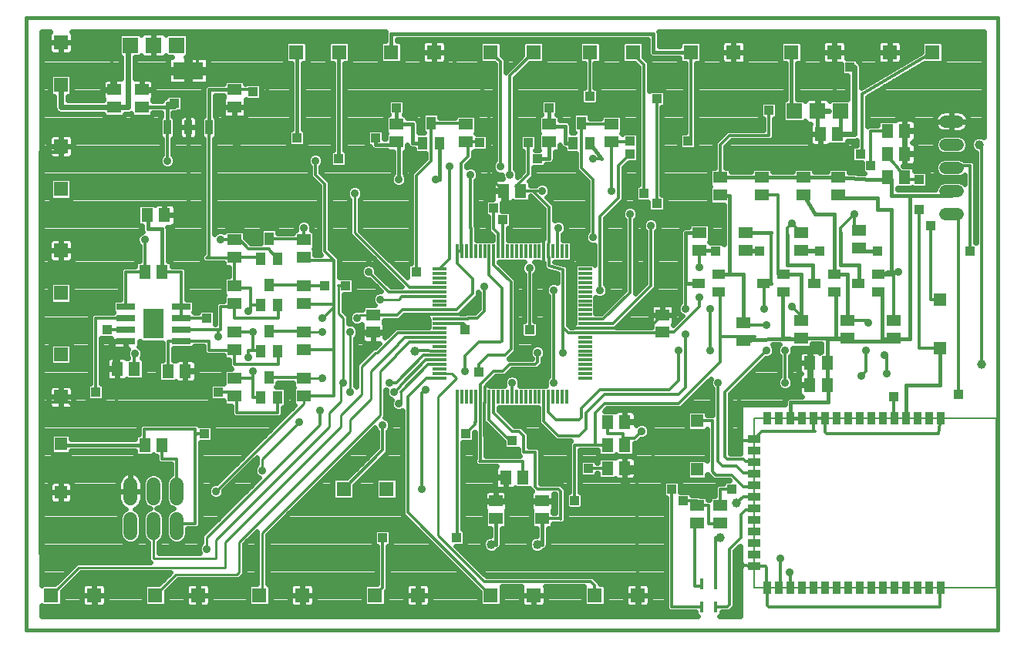
<source format=gtl>
G75*
%MOIN*%
%OFA0B0*%
%FSLAX25Y25*%
%IPPOS*%
%LPD*%
%AMOC8*
5,1,8,0,0,1.08239X$1,22.5*
%
%ADD10C,0.01600*%
%ADD11R,0.05906X0.05118*%
%ADD12R,0.05118X0.05906*%
%ADD13C,0.05200*%
%ADD14C,0.00500*%
%ADD15R,0.05512X0.03543*%
%ADD16R,0.03543X0.05512*%
%ADD17R,0.01772X0.04921*%
%ADD18R,0.05543X0.05543*%
%ADD19R,0.06750X0.06750*%
%ADD20R,0.06150X0.06150*%
%ADD21R,0.08000X0.02600*%
%ADD22R,0.09000X0.13100*%
%ADD23R,0.03300X0.06300*%
%ADD24R,0.13000X0.07500*%
%ADD25R,0.05512X0.03937*%
%ADD26R,0.05906X0.01378*%
%ADD27R,0.01378X0.05906*%
%ADD28C,0.03969*%
%ADD29C,0.06000*%
%ADD30R,0.03937X0.05512*%
%ADD31C,0.01200*%
%ADD32C,0.03569*%
%ADD33R,0.03962X0.03962*%
%ADD34C,0.02400*%
%ADD35C,0.01000*%
%ADD36C,0.03962*%
D10*
X0001800Y0008495D02*
X0001800Y0273495D01*
X0421800Y0273495D01*
X0421800Y0008495D01*
X0001800Y0008495D01*
X0031052Y0015495D02*
X0031052Y0023495D01*
X0031800Y0023495D01*
X0031800Y0015495D01*
X0076052Y0015495D01*
X0076052Y0023495D01*
X0076800Y0023495D01*
X0076800Y0015495D01*
X0121052Y0015495D01*
X0121052Y0023495D01*
X0121800Y0023495D01*
X0121800Y0015495D01*
X0171052Y0015495D01*
X0171052Y0023495D01*
X0171800Y0023495D01*
X0171800Y0015495D01*
X0221052Y0015495D01*
X0221052Y0023495D01*
X0221052Y0015495D02*
X0266800Y0015495D01*
X0266800Y0023495D01*
X0266052Y0023495D01*
X0224800Y0045495D02*
X0224800Y0056755D01*
X0224800Y0045495D02*
X0222643Y0045495D01*
X0204800Y0045495D02*
X0204800Y0056755D01*
X0204800Y0045495D02*
X0202957Y0045495D01*
X0309800Y0090495D02*
X0309800Y0110995D01*
X0334300Y0110995D01*
X0334300Y0114495D01*
X0340560Y0114495D01*
X0340560Y0123995D01*
X0348040Y0123995D02*
X0348040Y0114495D01*
X0348300Y0114495D01*
X0348300Y0106995D01*
X0332127Y0106995D01*
X0332127Y0100149D01*
X0337127Y0100149D01*
X0348040Y0123995D02*
X0348040Y0134495D01*
X0351800Y0134495D01*
X0356800Y0134495D01*
X0356800Y0134755D01*
X0356800Y0133495D01*
X0358800Y0133495D01*
X0376800Y0133495D01*
X0376800Y0134755D01*
X0376800Y0134495D01*
X0383800Y0134495D01*
X0383800Y0196495D01*
X0375800Y0196495D01*
X0375800Y0203235D01*
X0374060Y0203235D01*
X0374060Y0204495D01*
X0374060Y0203235D02*
X0366800Y0203235D01*
X0352800Y0204235D01*
X0337800Y0204235D01*
X0319800Y0204235D01*
X0301800Y0204235D01*
X0301800Y0196755D02*
X0301800Y0196495D01*
X0305800Y0196495D01*
X0305800Y0162235D01*
X0301131Y0162235D01*
X0311800Y0162235D01*
X0311800Y0141235D01*
X0311800Y0133755D02*
X0331800Y0134755D01*
X0331800Y0134495D01*
X0336800Y0134495D01*
X0336800Y0134755D01*
X0356800Y0134755D01*
X0358800Y0134755D01*
X0358800Y0133495D01*
X0351800Y0134495D02*
X0351800Y0154755D01*
X0351131Y0154755D01*
X0351131Y0162235D02*
X0351131Y0188495D01*
X0342800Y0188495D01*
X0337800Y0196755D01*
X0352800Y0196755D02*
X0352800Y0195495D01*
X0369800Y0195495D01*
X0369800Y0190495D01*
X0375800Y0190495D01*
X0375800Y0162235D01*
X0372800Y0162235D01*
X0370131Y0162235D01*
X0370131Y0154755D02*
X0371800Y0154755D01*
X0371800Y0134495D01*
X0376800Y0134495D01*
X0396800Y0130495D02*
X0396800Y0114495D01*
X0382127Y0114495D01*
X0382127Y0100149D01*
X0331800Y0134495D02*
X0328800Y0134495D01*
X0328800Y0154755D01*
X0329131Y0154755D01*
X0323800Y0158495D02*
X0320469Y0158495D01*
X0329131Y0162235D02*
X0336800Y0162235D01*
X0336800Y0142235D01*
X0356800Y0142235D02*
X0356800Y0162235D01*
X0351131Y0162235D01*
X0353800Y0166495D02*
X0353800Y0180495D01*
X0361800Y0180495D02*
X0361800Y0181235D01*
X0361800Y0173755D02*
X0361800Y0172495D01*
X0369800Y0172495D01*
X0361800Y0166495D02*
X0353800Y0166495D01*
X0361800Y0166495D02*
X0361800Y0158495D01*
X0361469Y0158495D01*
X0342469Y0158495D02*
X0341800Y0158495D01*
X0341800Y0166495D01*
X0330800Y0166495D01*
X0330800Y0179495D01*
X0336800Y0179495D02*
X0336800Y0180235D01*
X0336800Y0172755D02*
X0344800Y0172755D01*
X0344800Y0172495D01*
X0336800Y0172495D01*
X0336800Y0172755D01*
X0323800Y0180495D02*
X0312800Y0180495D01*
X0312800Y0180235D01*
X0312800Y0172755D02*
X0319800Y0172755D01*
X0318800Y0172495D01*
X0312800Y0172495D01*
X0312800Y0172755D01*
X0299800Y0172755D02*
X0299800Y0172495D01*
X0299800Y0172755D02*
X0292800Y0172755D01*
X0292800Y0180235D02*
X0286800Y0180235D01*
X0286800Y0158495D01*
X0292469Y0158495D01*
X0301131Y0154755D02*
X0301800Y0154755D01*
X0383800Y0196495D02*
X0401800Y0196495D01*
X0401800Y0198495D01*
X0381540Y0214495D02*
X0381540Y0224495D01*
X0401800Y0224495D01*
X0401800Y0228495D01*
X0375048Y0258495D02*
X0351052Y0258495D01*
X0351052Y0239995D01*
X0344300Y0239995D01*
X0344300Y0232995D01*
X0343800Y0232995D01*
X0343800Y0222995D01*
X0345060Y0222995D01*
X0352540Y0222995D02*
X0353800Y0222995D01*
X0353800Y0232995D01*
X0333800Y0232995D02*
X0332548Y0232995D01*
X0332548Y0258495D01*
X0289048Y0258495D02*
X0272800Y0258495D01*
X0272800Y0266495D01*
X0159548Y0266495D01*
X0159548Y0258495D01*
X0137052Y0258495D02*
X0136800Y0258495D01*
X0136800Y0212495D01*
X0152800Y0218495D02*
X0161800Y0218495D01*
X0161800Y0219755D01*
X0162800Y0219755D01*
X0162800Y0203495D01*
X0180540Y0203495D02*
X0180540Y0219164D01*
X0173060Y0219164D02*
X0168800Y0219164D01*
X0168800Y0227495D01*
X0161800Y0227495D01*
X0161800Y0234495D01*
X0161800Y0227495D02*
X0161800Y0227235D01*
X0152800Y0221495D02*
X0152800Y0218495D01*
X0118800Y0221495D02*
X0118800Y0258495D01*
X0118548Y0258495D01*
X0105800Y0250495D02*
X0105800Y0234495D01*
X0091800Y0234495D01*
X0091800Y0234755D01*
X0091800Y0242235D02*
X0080800Y0242235D01*
X0080800Y0223495D01*
X0071800Y0225895D02*
X0071800Y0187995D01*
X0061540Y0187995D01*
X0060540Y0181995D02*
X0054300Y0181995D01*
X0054300Y0187995D01*
X0054060Y0187995D01*
X0060540Y0181995D02*
X0060540Y0163495D01*
X0016800Y0172747D02*
X0007800Y0172747D01*
X0007800Y0215495D01*
X0017800Y0215495D01*
X0051800Y0234755D02*
X0065800Y0234755D01*
X0065800Y0236495D01*
X0062745Y0236495D01*
X0062745Y0225895D01*
X0075800Y0250495D02*
X0105800Y0250495D01*
X0222800Y0212495D02*
X0227800Y0212495D01*
X0227800Y0219755D01*
X0234800Y0219164D02*
X0234800Y0226495D01*
X0227800Y0226495D01*
X0227800Y0227235D01*
X0227800Y0234495D01*
X0234800Y0219164D02*
X0238060Y0219164D01*
X0245540Y0219164D02*
X0250540Y0212495D01*
X0106800Y0117826D02*
X0106800Y0117235D01*
X0053060Y0088495D02*
X0015800Y0088495D01*
X0015800Y0088995D01*
X0016800Y0088995D01*
X0016800Y0109243D02*
X0016800Y0109495D01*
X0016800Y0068495D02*
X0046800Y0068495D01*
X0016800Y0068495D02*
X0016800Y0067995D01*
D11*
X0091800Y0109755D03*
X0091800Y0117235D03*
X0091800Y0129755D03*
X0091800Y0137235D03*
X0091800Y0149755D03*
X0091800Y0157235D03*
X0091800Y0169755D03*
X0091800Y0177235D03*
X0121800Y0177235D03*
X0121800Y0169755D03*
X0121800Y0157235D03*
X0121800Y0149755D03*
X0121800Y0137235D03*
X0121800Y0129755D03*
X0121800Y0117235D03*
X0121800Y0109755D03*
X0151800Y0137255D03*
X0151800Y0144735D03*
X0161800Y0219755D03*
X0161800Y0227235D03*
X0191800Y0227235D03*
X0191800Y0219755D03*
X0227800Y0219755D03*
X0227800Y0227235D03*
X0254800Y0227235D03*
X0254800Y0219755D03*
X0301800Y0204235D03*
X0301800Y0196755D03*
X0319800Y0196755D03*
X0319800Y0204235D03*
X0337800Y0204235D03*
X0337800Y0196755D03*
X0352800Y0196755D03*
X0352800Y0204235D03*
X0361800Y0181235D03*
X0361800Y0173755D03*
X0336800Y0172755D03*
X0336800Y0180235D03*
X0312800Y0180235D03*
X0312800Y0172755D03*
X0292800Y0172755D03*
X0292800Y0180235D03*
X0276800Y0144735D03*
X0276800Y0137255D03*
X0311800Y0133755D03*
X0311800Y0141235D03*
X0336800Y0142235D03*
X0336800Y0134755D03*
X0356800Y0134755D03*
X0356800Y0142235D03*
X0376800Y0142235D03*
X0376800Y0134755D03*
X0301800Y0062235D03*
X0291800Y0062235D03*
X0291800Y0054755D03*
X0301800Y0054755D03*
X0224800Y0056755D03*
X0224800Y0064235D03*
X0204800Y0064235D03*
X0204800Y0056755D03*
X0091800Y0234755D03*
X0091800Y0242235D03*
X0051800Y0242235D03*
X0051800Y0234755D03*
X0039800Y0234755D03*
X0039800Y0242235D03*
D12*
X0054060Y0187995D03*
X0061540Y0187995D03*
X0060540Y0163495D03*
X0053060Y0163495D03*
X0048540Y0121495D03*
X0041060Y0121495D03*
X0063060Y0120495D03*
X0070540Y0120495D03*
X0060540Y0088495D03*
X0053060Y0088495D03*
X0209060Y0074495D03*
X0216540Y0074495D03*
X0253060Y0078495D03*
X0260540Y0078495D03*
X0260540Y0088495D03*
X0253060Y0088495D03*
X0253060Y0098495D03*
X0260540Y0098495D03*
X0340560Y0114495D03*
X0348040Y0114495D03*
X0348040Y0123995D03*
X0340560Y0123995D03*
X0374060Y0204495D03*
X0381540Y0204495D03*
X0381540Y0214495D03*
X0374060Y0214495D03*
X0374060Y0224495D03*
X0381540Y0224495D03*
X0352540Y0222995D03*
X0345060Y0222995D03*
X0215540Y0198495D03*
X0208060Y0198495D03*
D13*
X0399200Y0198495D02*
X0404400Y0198495D01*
X0404400Y0208495D02*
X0399200Y0208495D01*
X0399200Y0218495D02*
X0404400Y0218495D01*
X0404400Y0228495D02*
X0399200Y0228495D01*
X0399200Y0188495D02*
X0404400Y0188495D01*
D14*
X0421261Y0100149D02*
X0316339Y0100149D01*
X0316339Y0026841D01*
X0421261Y0026841D01*
X0421261Y0100149D01*
D15*
X0316339Y0090896D03*
X0316339Y0085896D03*
X0316339Y0080896D03*
X0316339Y0075896D03*
X0316339Y0070896D03*
X0316339Y0065896D03*
X0316339Y0060896D03*
X0316339Y0055896D03*
X0316339Y0050896D03*
X0316339Y0045896D03*
X0316339Y0040896D03*
X0316339Y0035896D03*
D16*
X0322127Y0026841D03*
X0327127Y0026841D03*
X0332127Y0026841D03*
X0337127Y0026841D03*
X0342127Y0026841D03*
X0347127Y0026841D03*
X0352127Y0026841D03*
X0357127Y0026841D03*
X0362127Y0026841D03*
X0367127Y0026841D03*
X0372127Y0026841D03*
X0377127Y0026841D03*
X0382127Y0026841D03*
X0387127Y0026841D03*
X0392127Y0026841D03*
X0397127Y0026841D03*
X0397127Y0100149D03*
X0392127Y0100149D03*
X0387127Y0100149D03*
X0382127Y0100149D03*
X0377127Y0100149D03*
X0372127Y0100149D03*
X0367127Y0100149D03*
X0362127Y0100149D03*
X0357127Y0100149D03*
X0352127Y0100149D03*
X0347127Y0100149D03*
X0342127Y0100149D03*
X0337127Y0100149D03*
X0332127Y0100149D03*
X0327127Y0100149D03*
X0322127Y0100149D03*
D17*
X0299851Y0028495D03*
X0293749Y0028495D03*
X0293749Y0018495D03*
X0299851Y0018495D03*
D18*
X0291800Y0077995D03*
X0291800Y0098995D03*
X0396800Y0130495D03*
X0396800Y0151495D03*
X0016800Y0088995D03*
X0016800Y0067995D03*
D19*
X0046800Y0261495D03*
X0056800Y0261495D03*
X0066800Y0261495D03*
X0333800Y0232995D03*
X0343800Y0232995D03*
X0353800Y0232995D03*
D20*
X0351052Y0258495D03*
X0332548Y0258495D03*
X0307552Y0258495D03*
X0289048Y0258495D03*
X0264052Y0258495D03*
X0245548Y0258495D03*
X0221052Y0258495D03*
X0202548Y0258495D03*
X0178052Y0258495D03*
X0159548Y0258495D03*
X0137052Y0258495D03*
X0118548Y0258495D03*
X0016800Y0262747D03*
X0016800Y0244243D03*
X0016800Y0217747D03*
X0016800Y0199243D03*
X0016800Y0172747D03*
X0016800Y0154243D03*
X0016800Y0127747D03*
X0016800Y0109243D03*
X0139048Y0069495D03*
X0157552Y0069495D03*
X0152548Y0023495D03*
X0171052Y0023495D03*
X0202548Y0023495D03*
X0221052Y0023495D03*
X0247548Y0023495D03*
X0266052Y0023495D03*
X0121052Y0023495D03*
X0102548Y0023495D03*
X0076052Y0023495D03*
X0057548Y0023495D03*
X0031052Y0023495D03*
X0012548Y0023495D03*
X0375048Y0258495D03*
X0393552Y0258495D03*
D21*
X0068900Y0148495D03*
X0068900Y0143495D03*
X0068900Y0138495D03*
X0068900Y0133495D03*
X0044700Y0133495D03*
X0044700Y0138495D03*
X0044700Y0143495D03*
X0044700Y0148495D03*
D22*
X0056800Y0140995D03*
D23*
X0062745Y0225895D03*
X0071800Y0225895D03*
X0080855Y0225895D03*
D24*
X0071800Y0250495D03*
D25*
X0292469Y0158495D03*
X0301131Y0162235D03*
X0301131Y0154755D03*
X0320469Y0158495D03*
X0329131Y0162235D03*
X0329131Y0154755D03*
X0342469Y0158495D03*
X0351131Y0162235D03*
X0351131Y0154755D03*
X0361469Y0158495D03*
X0370131Y0162235D03*
X0370131Y0154755D03*
D26*
X0243296Y0154774D03*
X0243296Y0152806D03*
X0243296Y0150837D03*
X0243296Y0148869D03*
X0243296Y0146900D03*
X0243296Y0144932D03*
X0243296Y0142963D03*
X0243296Y0140995D03*
X0243296Y0139026D03*
X0243296Y0137058D03*
X0243296Y0135089D03*
X0243296Y0133121D03*
X0243296Y0131152D03*
X0243296Y0129184D03*
X0243296Y0127215D03*
X0243296Y0125247D03*
X0243296Y0123278D03*
X0243296Y0121310D03*
X0243296Y0119341D03*
X0243296Y0117373D03*
X0243296Y0156743D03*
X0243296Y0158711D03*
X0243296Y0160680D03*
X0243296Y0162648D03*
X0243296Y0164617D03*
X0180304Y0164617D03*
X0180304Y0162648D03*
X0180304Y0160680D03*
X0180304Y0158711D03*
X0180304Y0156743D03*
X0180304Y0154774D03*
X0180304Y0152806D03*
X0180304Y0150837D03*
X0180304Y0148869D03*
X0180304Y0146900D03*
X0180304Y0144932D03*
X0180304Y0142963D03*
X0180304Y0140995D03*
X0180304Y0139026D03*
X0180304Y0137058D03*
X0180304Y0135089D03*
X0180304Y0133121D03*
X0180304Y0131152D03*
X0180304Y0129184D03*
X0180304Y0127215D03*
X0180304Y0125247D03*
X0180304Y0123278D03*
X0180304Y0121310D03*
X0180304Y0119341D03*
X0180304Y0117373D03*
D27*
X0188178Y0109499D03*
X0190146Y0109499D03*
X0192115Y0109499D03*
X0194083Y0109499D03*
X0196052Y0109499D03*
X0198020Y0109499D03*
X0199989Y0109499D03*
X0201957Y0109499D03*
X0203926Y0109499D03*
X0205894Y0109499D03*
X0207863Y0109499D03*
X0209831Y0109499D03*
X0211800Y0109499D03*
X0213769Y0109499D03*
X0215737Y0109499D03*
X0217706Y0109499D03*
X0219674Y0109499D03*
X0221643Y0109499D03*
X0223611Y0109499D03*
X0225580Y0109499D03*
X0227548Y0109499D03*
X0229517Y0109499D03*
X0231485Y0109499D03*
X0233454Y0109499D03*
X0235422Y0109499D03*
X0235422Y0172491D03*
X0233454Y0172491D03*
X0231485Y0172491D03*
X0229517Y0172491D03*
X0227548Y0172491D03*
X0225580Y0172491D03*
X0223611Y0172491D03*
X0221643Y0172491D03*
X0219674Y0172491D03*
X0217706Y0172491D03*
X0215737Y0172491D03*
X0213769Y0172491D03*
X0211800Y0172491D03*
X0209831Y0172491D03*
X0207863Y0172491D03*
X0205894Y0172491D03*
X0203926Y0172491D03*
X0201957Y0172491D03*
X0199989Y0172491D03*
X0198020Y0172491D03*
X0196052Y0172491D03*
X0194083Y0172491D03*
X0192115Y0172491D03*
X0190146Y0172491D03*
X0188178Y0172491D03*
D28*
X0202957Y0045495D03*
X0222643Y0045495D03*
D29*
X0066800Y0050495D02*
X0066800Y0056495D01*
X0056800Y0056495D02*
X0056800Y0050495D01*
X0046800Y0050495D02*
X0046800Y0056495D01*
X0046800Y0065495D02*
X0046800Y0071495D01*
X0056800Y0071495D02*
X0056800Y0065495D01*
X0066800Y0065495D02*
X0066800Y0071495D01*
D30*
X0103060Y0109164D03*
X0110540Y0109164D03*
X0106800Y0117826D03*
X0103060Y0129164D03*
X0110540Y0129164D03*
X0106800Y0137826D03*
X0103060Y0149164D03*
X0110540Y0149164D03*
X0106800Y0157826D03*
X0103060Y0169164D03*
X0110540Y0169164D03*
X0106800Y0177826D03*
X0173060Y0219164D03*
X0180540Y0219164D03*
X0176800Y0227826D03*
X0238060Y0219164D03*
X0245540Y0219164D03*
X0241800Y0227826D03*
D31*
X0241800Y0208495D01*
X0246800Y0203495D01*
X0246800Y0178495D01*
X0231800Y0181495D02*
X0231800Y0182495D01*
X0231485Y0182180D01*
X0231485Y0172491D01*
X0227548Y0172491D02*
X0227800Y0167739D01*
X0227800Y0165995D01*
X0233800Y0164495D01*
X0233800Y0139495D01*
X0233800Y0128495D01*
X0222800Y0128495D02*
X0222800Y0124495D01*
X0221800Y0123495D01*
X0210800Y0123495D01*
X0207800Y0120495D01*
X0203800Y0120495D01*
X0198020Y0114715D01*
X0198020Y0109499D01*
X0198020Y0081715D01*
X0197800Y0081495D01*
X0216540Y0081495D01*
X0216540Y0074495D01*
X0221800Y0070495D02*
X0222800Y0069495D01*
X0231800Y0069495D01*
X0232800Y0068495D01*
X0232800Y0056495D01*
X0232540Y0056755D01*
X0224800Y0056755D01*
X0224800Y0056495D01*
X0216800Y0061495D02*
X0216800Y0064235D01*
X0216800Y0064495D01*
X0216800Y0064235D02*
X0224800Y0064235D01*
X0209060Y0064235D01*
X0209060Y0074495D01*
X0201800Y0074495D01*
X0204800Y0064235D02*
X0209060Y0064235D01*
X0221800Y0070495D02*
X0221800Y0085495D01*
X0216800Y0085495D01*
X0216800Y0092495D01*
X0214800Y0094495D01*
X0211800Y0094495D01*
X0203800Y0102495D01*
X0203800Y0109499D01*
X0203926Y0109499D01*
X0201957Y0109499D02*
X0201800Y0109499D01*
X0201800Y0099495D01*
X0210800Y0090495D01*
X0211800Y0090495D01*
X0205800Y0086495D02*
X0199800Y0092495D01*
X0199800Y0104499D01*
X0199989Y0109499D01*
X0199989Y0113684D01*
X0202800Y0116495D01*
X0207800Y0116495D01*
X0210800Y0119495D01*
X0225800Y0119495D01*
X0225800Y0147995D01*
X0222800Y0147995D01*
X0225800Y0147995D02*
X0225800Y0163495D01*
X0225580Y0163715D01*
X0225580Y0172491D01*
X0225580Y0188715D01*
X0221800Y0192495D01*
X0210800Y0192495D01*
X0209800Y0193495D01*
X0209800Y0196755D01*
X0208060Y0198495D01*
X0201800Y0204755D01*
X0201800Y0239495D01*
X0182800Y0258495D01*
X0178052Y0258495D01*
X0202548Y0258495D02*
X0206800Y0254243D01*
X0206800Y0208995D01*
X0210800Y0205495D02*
X0210800Y0248243D01*
X0221052Y0258495D01*
X0245300Y0258247D02*
X0245300Y0239495D01*
X0241800Y0227826D02*
X0242391Y0227235D01*
X0254800Y0227235D01*
X0254800Y0219755D02*
X0261300Y0219755D01*
X0261300Y0219995D01*
X0262800Y0219995D01*
X0262800Y0214495D02*
X0257800Y0209495D01*
X0257800Y0195495D01*
X0249800Y0187495D01*
X0249800Y0155495D01*
X0251269Y0142963D02*
X0262800Y0154495D01*
X0262800Y0188495D01*
X0271800Y0183495D02*
X0271800Y0157495D01*
X0255300Y0140995D01*
X0243296Y0140995D01*
X0243296Y0142963D02*
X0251269Y0142963D01*
X0243296Y0139026D02*
X0238269Y0139026D01*
X0237800Y0139495D01*
X0237800Y0166495D01*
X0227548Y0172491D02*
X0227800Y0178743D01*
X0227800Y0191495D01*
X0220800Y0198495D01*
X0224800Y0198495D01*
X0220800Y0198495D02*
X0215540Y0198495D01*
X0213540Y0200495D01*
X0218800Y0205755D01*
X0218800Y0219495D01*
X0197800Y0219495D02*
X0197540Y0219755D01*
X0191800Y0219755D01*
X0192800Y0218755D01*
X0192800Y0213495D01*
X0189800Y0210495D01*
X0189800Y0172837D01*
X0190146Y0172491D01*
X0188178Y0172491D01*
X0188178Y0166873D01*
X0194800Y0160251D01*
X0194800Y0153995D01*
X0187706Y0146900D01*
X0180304Y0146900D01*
X0177898Y0146995D01*
X0164300Y0146995D01*
X0162040Y0144735D01*
X0151800Y0144735D01*
X0152040Y0137495D02*
X0151800Y0137255D01*
X0152040Y0137495D02*
X0157800Y0137495D01*
X0165237Y0144932D01*
X0180304Y0144932D01*
X0191237Y0144932D01*
X0194300Y0147995D01*
X0191800Y0145495D02*
X0191798Y0145449D01*
X0191792Y0145402D01*
X0191783Y0145357D01*
X0191769Y0145312D01*
X0191753Y0145269D01*
X0191732Y0145227D01*
X0191708Y0145187D01*
X0191681Y0145149D01*
X0191651Y0145114D01*
X0191618Y0145081D01*
X0191583Y0145051D01*
X0191545Y0145024D01*
X0191505Y0145000D01*
X0191463Y0144979D01*
X0191420Y0144963D01*
X0191375Y0144949D01*
X0191330Y0144940D01*
X0191283Y0144934D01*
X0191237Y0144932D01*
X0192800Y0143495D02*
X0192798Y0143451D01*
X0192793Y0143408D01*
X0192784Y0143365D01*
X0192771Y0143323D01*
X0192755Y0143282D01*
X0192736Y0143242D01*
X0192714Y0143205D01*
X0192688Y0143169D01*
X0192660Y0143135D01*
X0192629Y0143104D01*
X0192595Y0143076D01*
X0192559Y0143050D01*
X0192522Y0143028D01*
X0192482Y0143009D01*
X0192441Y0142993D01*
X0192399Y0142980D01*
X0192356Y0142971D01*
X0192313Y0142966D01*
X0192269Y0142964D01*
X0192269Y0142963D02*
X0180304Y0142963D01*
X0180304Y0140995D02*
X0190800Y0140995D01*
X0191300Y0140495D01*
X0191300Y0138495D01*
X0192800Y0143495D02*
X0196800Y0143495D01*
X0199800Y0146495D01*
X0199800Y0156995D01*
X0201800Y0161995D02*
X0207300Y0156495D01*
X0207300Y0133495D01*
X0206800Y0132995D01*
X0197300Y0132995D01*
X0191300Y0126995D01*
X0191300Y0120495D01*
X0197300Y0119995D02*
X0197300Y0123495D01*
X0201300Y0127495D01*
X0208800Y0127495D01*
X0211300Y0129995D01*
X0211300Y0158995D01*
X0203800Y0166495D01*
X0203800Y0172491D01*
X0203926Y0172491D01*
X0205800Y0172491D02*
X0205800Y0179995D01*
X0203800Y0181995D01*
X0203800Y0190995D01*
X0207800Y0185995D02*
X0207800Y0172491D01*
X0207863Y0172491D01*
X0205894Y0172491D02*
X0205800Y0172491D01*
X0201957Y0172491D02*
X0201800Y0172491D01*
X0201800Y0161995D01*
X0194083Y0172491D02*
X0194083Y0182211D01*
X0193800Y0182211D01*
X0193800Y0205495D01*
X0184800Y0208995D02*
X0184800Y0169113D01*
X0180304Y0164617D01*
X0180304Y0156743D02*
X0167552Y0156743D01*
X0157800Y0166495D01*
X0170300Y0163495D02*
X0170300Y0204995D01*
X0176800Y0211495D01*
X0176800Y0227826D01*
X0191800Y0227826D01*
X0191800Y0227235D01*
X0246800Y0212495D02*
X0250540Y0212495D01*
X0254800Y0219755D02*
X0254800Y0198495D01*
X0268800Y0197495D02*
X0268800Y0252995D01*
X0264052Y0257743D01*
X0264052Y0258495D01*
X0245548Y0258495D02*
X0245300Y0258247D01*
X0274300Y0238495D02*
X0274300Y0192995D01*
X0301800Y0204235D02*
X0301800Y0218495D01*
X0305800Y0222495D01*
X0322800Y0222495D01*
X0322800Y0233495D01*
X0289048Y0219995D02*
X0289048Y0258495D01*
X0289048Y0219995D02*
X0287800Y0219995D01*
X0319800Y0196755D02*
X0326800Y0196755D01*
X0326800Y0162495D01*
X0329131Y0162495D01*
X0329131Y0162235D01*
X0323800Y0158495D02*
X0323800Y0180495D01*
X0330800Y0179495D02*
X0330800Y0182495D01*
X0332800Y0184495D01*
X0336800Y0180495D01*
X0336800Y0180235D01*
X0353800Y0180495D02*
X0353800Y0182495D01*
X0359800Y0188495D01*
X0359800Y0183235D01*
X0361800Y0181235D01*
X0374060Y0163495D02*
X0372800Y0162235D01*
X0376800Y0162235D01*
X0376800Y0142235D01*
X0365800Y0141495D02*
X0365060Y0142235D01*
X0356800Y0142235D01*
X0364800Y0129495D02*
X0364800Y0120495D01*
X0362800Y0118495D01*
X0373800Y0119495D02*
X0373800Y0126495D01*
X0372800Y0127495D01*
X0387800Y0130495D02*
X0387800Y0190495D01*
X0392800Y0183495D02*
X0392800Y0151495D01*
X0396800Y0151495D01*
X0378800Y0163495D02*
X0374060Y0163495D01*
X0409800Y0172495D02*
X0409800Y0209495D01*
X0401800Y0209495D01*
X0401800Y0208495D01*
X0387800Y0203495D02*
X0381540Y0203495D01*
X0381540Y0204495D01*
X0377800Y0209495D01*
X0374060Y0213235D01*
X0374060Y0214495D01*
X0366800Y0209495D02*
X0366800Y0224495D01*
X0374060Y0224495D01*
X0363052Y0214495D02*
X0363052Y0240495D01*
X0393552Y0258495D01*
X0413800Y0218495D02*
X0414800Y0218495D01*
X0414800Y0123495D01*
X0404800Y0110495D02*
X0404800Y0187495D01*
X0403800Y0188495D01*
X0401800Y0188495D01*
X0366800Y0203235D02*
X0360800Y0203235D01*
X0362300Y0214495D02*
X0363052Y0214495D01*
X0292800Y0172755D02*
X0292800Y0165495D01*
X0286800Y0158495D02*
X0286800Y0147495D01*
X0292800Y0148495D02*
X0281800Y0137495D01*
X0277040Y0137495D01*
X0276800Y0137255D01*
X0276603Y0137058D01*
X0243296Y0137058D01*
X0236237Y0137058D01*
X0233800Y0139495D01*
X0243296Y0139026D02*
X0271091Y0139026D01*
X0276800Y0144735D01*
X0286800Y0136495D02*
X0286800Y0113495D01*
X0283800Y0110495D01*
X0251800Y0110495D01*
X0243800Y0102495D01*
X0243800Y0095495D01*
X0240800Y0092495D01*
X0231800Y0092495D01*
X0225580Y0098715D01*
X0225580Y0109499D01*
X0227548Y0109499D02*
X0227548Y0102747D01*
X0230800Y0099495D01*
X0240800Y0099495D01*
X0241800Y0100495D01*
X0241800Y0104495D01*
X0249800Y0112495D01*
X0279800Y0112495D01*
X0283800Y0116495D01*
X0283800Y0129495D01*
X0297300Y0129495D02*
X0297300Y0147495D01*
X0292800Y0148495D02*
X0292800Y0152495D01*
X0301800Y0154755D02*
X0301800Y0135495D01*
X0301800Y0124495D01*
X0283800Y0106495D01*
X0251800Y0106495D01*
X0247800Y0102495D01*
X0247800Y0088495D01*
X0253060Y0088495D01*
X0253060Y0093495D02*
X0253060Y0098495D01*
X0260540Y0098495D02*
X0272800Y0098495D01*
X0272800Y0090495D01*
X0276800Y0090495D01*
X0272800Y0090495D02*
X0272800Y0076495D01*
X0265800Y0076495D01*
X0265800Y0043495D01*
X0266800Y0043495D01*
X0266052Y0042747D01*
X0266052Y0023495D01*
X0280800Y0018495D02*
X0280800Y0069495D01*
X0285800Y0064495D02*
X0291800Y0064495D01*
X0291800Y0062235D01*
X0296800Y0062235D01*
X0296800Y0054495D01*
X0301800Y0054495D01*
X0301800Y0054755D01*
X0301800Y0048495D02*
X0299851Y0048495D01*
X0299851Y0028495D01*
X0293749Y0028495D02*
X0293749Y0027495D01*
X0290800Y0027495D01*
X0290800Y0054755D01*
X0291800Y0054755D01*
X0301800Y0062235D02*
X0301800Y0069495D01*
X0306800Y0069495D01*
X0311800Y0070495D02*
X0306800Y0075495D01*
X0299800Y0075495D01*
X0298300Y0076995D01*
X0298300Y0098995D01*
X0291800Y0098995D01*
X0309800Y0090495D02*
X0315938Y0090495D01*
X0316339Y0090896D01*
X0319938Y0094495D01*
X0342800Y0094495D01*
X0342127Y0095168D01*
X0342127Y0100149D01*
X0341800Y0100476D01*
X0341800Y0099495D01*
X0342454Y0100149D01*
X0347127Y0100149D01*
X0347127Y0094168D01*
X0347800Y0093495D01*
X0395973Y0093495D01*
X0397127Y0100149D01*
X0377127Y0100149D02*
X0376800Y0100476D01*
X0376800Y0109495D01*
X0387800Y0130495D02*
X0396800Y0130495D01*
X0341800Y0100495D02*
X0341800Y0100476D01*
X0329800Y0115495D02*
X0329800Y0129495D01*
X0321800Y0129495D02*
X0303800Y0111495D01*
X0303800Y0083495D01*
X0304800Y0082495D01*
X0311800Y0082495D01*
X0312800Y0081495D01*
X0315740Y0081495D01*
X0316339Y0080896D01*
X0311800Y0076495D02*
X0308800Y0079495D01*
X0302800Y0079495D01*
X0300800Y0081495D01*
X0300800Y0115495D01*
X0311800Y0133755D02*
X0316800Y0135495D01*
X0301800Y0135495D01*
X0311800Y0141235D02*
X0312540Y0140495D01*
X0321800Y0140495D01*
X0320800Y0147495D02*
X0320800Y0158164D01*
X0320469Y0158495D01*
X0332800Y0148495D02*
X0336800Y0144495D01*
X0336800Y0142235D01*
X0267800Y0094495D02*
X0264800Y0091495D01*
X0259800Y0091495D01*
X0259800Y0093495D01*
X0253060Y0093495D01*
X0259800Y0091495D02*
X0259800Y0088495D01*
X0260540Y0088495D01*
X0247800Y0088495D02*
X0238800Y0088495D01*
X0238800Y0064495D01*
X0244800Y0078495D02*
X0253060Y0078495D01*
X0260540Y0078495D02*
X0260540Y0076495D01*
X0265800Y0076495D01*
X0260540Y0078495D02*
X0260540Y0070495D01*
X0260800Y0070495D01*
X0305800Y0043495D02*
X0305800Y0019495D01*
X0304800Y0018495D01*
X0299851Y0018495D01*
X0293749Y0018495D02*
X0280800Y0018495D01*
X0310800Y0036495D02*
X0316399Y0035896D01*
X0316339Y0035896D01*
X0321399Y0035896D01*
X0321800Y0035495D01*
X0321800Y0027167D01*
X0322127Y0026841D01*
X0322127Y0019168D01*
X0322800Y0018495D01*
X0396800Y0018495D01*
X0396800Y0026514D01*
X0397127Y0026841D01*
X0332127Y0026841D02*
X0332127Y0033168D01*
X0331800Y0033495D01*
X0327800Y0027514D02*
X0327800Y0039495D01*
X0310800Y0048495D02*
X0305800Y0043495D01*
X0310800Y0048495D02*
X0310800Y0058495D01*
X0312800Y0060495D01*
X0315938Y0060495D01*
X0316339Y0060896D01*
X0316339Y0065896D02*
X0311800Y0065896D01*
X0308800Y0063495D01*
X0311800Y0070495D02*
X0315938Y0070495D01*
X0316339Y0070896D01*
X0316339Y0075896D02*
X0315740Y0076495D01*
X0311800Y0076495D01*
X0247548Y0027747D02*
X0247548Y0023495D01*
X0247548Y0027747D02*
X0245800Y0029495D01*
X0199800Y0029495D01*
X0198800Y0030495D01*
X0202548Y0023495D02*
X0166800Y0059243D01*
X0166800Y0109495D01*
X0174678Y0117373D01*
X0180304Y0117373D01*
X0180304Y0123278D02*
X0175583Y0123278D01*
X0163800Y0111495D01*
X0163800Y0114495D02*
X0174552Y0125247D01*
X0180304Y0125247D01*
X0180304Y0127215D02*
X0173520Y0127215D01*
X0161800Y0115495D01*
X0158800Y0115495D01*
X0172800Y0110995D02*
X0172800Y0069495D01*
X0155800Y0086247D02*
X0155800Y0096995D01*
X0155800Y0086247D02*
X0139048Y0069495D01*
X0155800Y0048495D02*
X0155800Y0026747D01*
X0152548Y0023495D01*
X0187800Y0048495D02*
X0188178Y0048873D01*
X0188178Y0109499D01*
X0196052Y0109499D02*
X0196052Y0098495D01*
X0195800Y0098495D01*
X0195800Y0097495D01*
X0191800Y0093495D01*
X0211800Y0109499D02*
X0211800Y0115495D01*
X0229800Y0115495D02*
X0229800Y0155495D01*
X0219300Y0164995D02*
X0219300Y0138495D01*
X0180304Y0137058D02*
X0162363Y0137058D01*
X0153800Y0128495D01*
X0161800Y0127495D02*
X0167426Y0133121D01*
X0180304Y0133121D01*
X0180304Y0135089D02*
X0165394Y0135089D01*
X0162800Y0132495D01*
X0169800Y0128995D02*
X0171804Y0129495D01*
X0180304Y0129184D01*
X0174300Y0112495D02*
X0172800Y0110995D01*
X0134800Y0109755D02*
X0121800Y0109755D01*
X0128800Y0103495D02*
X0128800Y0097495D01*
X0134800Y0109755D02*
X0134800Y0129755D01*
X0121800Y0129755D01*
X0121800Y0137235D02*
X0121800Y0137826D01*
X0106800Y0137826D01*
X0099800Y0137235D02*
X0099800Y0129495D01*
X0097800Y0129495D01*
X0097800Y0126495D01*
X0091800Y0123495D02*
X0091800Y0129755D01*
X0091800Y0129495D01*
X0080800Y0129495D01*
X0080800Y0133495D01*
X0068900Y0133495D01*
X0063060Y0133495D01*
X0063060Y0120495D01*
X0070540Y0120495D02*
X0070540Y0114495D01*
X0040800Y0114495D01*
X0040800Y0105495D01*
X0021800Y0105495D01*
X0020300Y0106995D01*
X0007800Y0106995D01*
X0007800Y0068495D01*
X0016300Y0068495D01*
X0016800Y0067995D01*
X0007800Y0068495D02*
X0007800Y0041495D01*
X0013300Y0041995D01*
X0066800Y0053495D02*
X0066800Y0054495D01*
X0074800Y0054495D01*
X0074800Y0092495D01*
X0075800Y0093495D01*
X0078800Y0093495D01*
X0074800Y0092495D02*
X0074800Y0095495D01*
X0052800Y0095495D01*
X0052800Y0088495D01*
X0053060Y0088495D01*
X0060540Y0088495D02*
X0060540Y0082495D01*
X0066800Y0082495D01*
X0066800Y0068495D01*
X0092800Y0102495D02*
X0110540Y0102495D01*
X0110540Y0109164D01*
X0103060Y0109164D02*
X0099800Y0109164D01*
X0099800Y0117235D01*
X0099800Y0120495D01*
X0099800Y0117235D02*
X0091800Y0117235D01*
X0091800Y0111495D02*
X0084800Y0111495D01*
X0091800Y0111495D02*
X0091800Y0109755D01*
X0092800Y0109755D01*
X0092800Y0102495D01*
X0106800Y0117826D02*
X0118800Y0117826D01*
X0121800Y0117826D01*
X0121800Y0117235D01*
X0110800Y0123495D02*
X0091800Y0123495D01*
X0099800Y0129495D02*
X0103060Y0129495D01*
X0103060Y0129164D01*
X0110540Y0129164D02*
X0110800Y0129164D01*
X0110800Y0123495D01*
X0099800Y0137235D02*
X0091800Y0137235D01*
X0085800Y0138495D02*
X0085800Y0148495D01*
X0091800Y0148495D01*
X0091800Y0149755D01*
X0091800Y0143495D01*
X0110800Y0143495D01*
X0110800Y0149164D01*
X0110540Y0149164D01*
X0103060Y0149164D02*
X0098800Y0149164D01*
X0098800Y0146495D01*
X0097800Y0146495D01*
X0098800Y0149164D02*
X0098800Y0156495D01*
X0091800Y0156495D01*
X0091800Y0157235D01*
X0091800Y0169755D01*
X0091540Y0169495D01*
X0079800Y0169495D01*
X0080800Y0170495D01*
X0080800Y0223495D01*
X0080800Y0225840D01*
X0080855Y0225895D01*
X0071800Y0225895D02*
X0071800Y0220495D01*
X0062800Y0223495D02*
X0062745Y0223550D01*
X0062745Y0225895D01*
X0062800Y0223495D02*
X0062800Y0211495D01*
X0091800Y0219495D02*
X0091800Y0234755D01*
X0091800Y0242235D02*
X0099800Y0242235D01*
X0099800Y0241495D01*
X0075800Y0250495D02*
X0075800Y0267495D01*
X0056800Y0267495D01*
X0038800Y0267495D01*
X0038800Y0262747D01*
X0038800Y0242235D01*
X0039800Y0242235D01*
X0051800Y0242235D02*
X0051800Y0250495D01*
X0071800Y0250495D01*
X0075800Y0250495D01*
X0056800Y0261495D02*
X0056800Y0267495D01*
X0038800Y0262747D02*
X0016800Y0262747D01*
X0016800Y0217747D02*
X0016800Y0216495D01*
X0017800Y0215495D01*
X0053060Y0177235D02*
X0053060Y0163495D01*
X0044700Y0163495D01*
X0044700Y0148495D01*
X0044700Y0143495D02*
X0031800Y0143495D01*
X0031800Y0111495D01*
X0040800Y0114495D02*
X0040800Y0121495D01*
X0039800Y0121495D01*
X0039800Y0133495D01*
X0044700Y0133495D01*
X0044700Y0138495D02*
X0036800Y0138495D01*
X0048540Y0127735D02*
X0048800Y0127995D01*
X0048540Y0127735D02*
X0048540Y0121495D01*
X0041060Y0121495D02*
X0040800Y0121495D01*
X0021800Y0109243D02*
X0016800Y0109243D01*
X0021800Y0109243D02*
X0021800Y0105495D01*
X0007800Y0106995D02*
X0007800Y0172747D01*
X0060540Y0163495D02*
X0068900Y0163495D01*
X0068900Y0148495D01*
X0068900Y0143495D01*
X0079800Y0143495D01*
X0084300Y0138495D02*
X0068900Y0138495D01*
X0068900Y0143495D02*
X0067800Y0143495D01*
X0084300Y0138495D02*
X0084800Y0137995D01*
X0084800Y0135495D01*
X0084300Y0138495D02*
X0085800Y0138495D01*
X0106800Y0157826D02*
X0121800Y0157826D01*
X0121800Y0157235D01*
X0130540Y0157235D01*
X0130800Y0157495D01*
X0136800Y0157495D02*
X0139800Y0157495D01*
X0134800Y0149495D02*
X0121800Y0149495D01*
X0121800Y0149755D01*
X0134800Y0149495D02*
X0134800Y0168495D01*
X0130800Y0172495D01*
X0130800Y0201495D01*
X0126800Y0205495D01*
X0126800Y0211495D01*
X0092800Y0218495D02*
X0091800Y0219495D01*
X0121800Y0182495D02*
X0121800Y0177235D01*
X0121800Y0177826D01*
X0106800Y0177826D01*
X0106800Y0173495D02*
X0097800Y0173495D01*
X0094060Y0177235D01*
X0091800Y0177235D01*
X0086060Y0177235D01*
X0085800Y0177495D01*
X0091800Y0169755D02*
X0103060Y0169755D01*
X0103060Y0169164D01*
X0106800Y0172904D02*
X0106800Y0173495D01*
X0106800Y0172904D02*
X0110540Y0169164D01*
X0121800Y0169755D02*
X0123060Y0168495D01*
X0134800Y0168495D01*
X0123060Y0168495D02*
X0121800Y0168495D01*
X0121800Y0169755D01*
X0134800Y0149495D02*
X0134800Y0129755D01*
X0163800Y0152495D02*
X0164111Y0152806D01*
X0180304Y0152806D01*
X0180304Y0154774D02*
X0158520Y0154774D01*
X0156800Y0156495D01*
X0177898Y0146995D02*
X0179800Y0146995D01*
X0179800Y0146994D02*
X0179817Y0146993D01*
X0179834Y0146988D01*
X0179849Y0146981D01*
X0179863Y0146971D01*
X0179875Y0146959D01*
X0179885Y0146945D01*
X0179892Y0146930D01*
X0179897Y0146913D01*
X0179898Y0146896D01*
X0177898Y0146995D01*
X0327127Y0026841D02*
X0327800Y0027514D01*
D32*
X0331800Y0033495D03*
X0327800Y0039495D03*
X0310800Y0036495D03*
X0266800Y0043495D03*
X0276800Y0090495D03*
X0267800Y0094495D03*
X0300800Y0115495D03*
X0297300Y0129495D03*
X0286800Y0136495D03*
X0283800Y0129495D03*
X0286800Y0147495D03*
X0292800Y0152495D03*
X0297300Y0147495D03*
X0320800Y0147495D03*
X0321800Y0140495D03*
X0332800Y0148495D03*
X0329800Y0129495D03*
X0321800Y0129495D03*
X0329800Y0115495D03*
X0362800Y0118495D03*
X0373800Y0119495D03*
X0372800Y0127495D03*
X0364800Y0129495D03*
X0365800Y0141495D03*
X0378800Y0163495D03*
X0359800Y0188495D03*
X0332800Y0184495D03*
X0292800Y0165495D03*
X0271800Y0183495D03*
X0262800Y0188495D03*
X0254800Y0198495D03*
X0246800Y0212495D03*
X0224800Y0198495D03*
X0210800Y0205495D03*
X0206800Y0208995D03*
X0193800Y0205495D03*
X0184800Y0208995D03*
X0178800Y0203495D03*
X0162800Y0203495D03*
X0143800Y0197495D03*
X0126800Y0211495D03*
X0092800Y0218495D03*
X0071800Y0220495D03*
X0062800Y0211495D03*
X0053060Y0177235D03*
X0085800Y0177495D03*
X0121800Y0182495D03*
X0149800Y0163495D03*
X0154800Y0151495D03*
X0144800Y0143495D03*
X0141800Y0137495D03*
X0129800Y0137495D03*
X0129800Y0143495D03*
X0099800Y0137235D03*
X0097800Y0146495D03*
X0084800Y0135495D03*
X0097800Y0126495D03*
X0099800Y0120495D03*
X0129800Y0117495D03*
X0138800Y0115495D03*
X0141800Y0111495D03*
X0128800Y0103495D03*
X0119800Y0098495D03*
X0103800Y0077495D03*
X0083800Y0068495D03*
X0079800Y0043495D03*
X0013300Y0041995D03*
X0048800Y0127995D03*
X0155800Y0096995D03*
X0162800Y0106495D03*
X0160800Y0111495D03*
X0158800Y0115495D03*
X0174300Y0112495D03*
X0191300Y0120495D03*
X0211800Y0115495D03*
X0229800Y0115495D03*
X0233800Y0128495D03*
X0222800Y0128495D03*
X0222800Y0147995D03*
X0229800Y0155495D03*
X0225800Y0163495D03*
X0219300Y0164995D03*
X0237800Y0166495D03*
X0246800Y0178495D03*
X0231800Y0182495D03*
X0199800Y0156995D03*
X0194300Y0147995D03*
X0249800Y0155495D03*
X0309800Y0090495D03*
X0172800Y0069495D03*
D33*
X0201800Y0074495D03*
X0205800Y0086495D03*
X0211800Y0090495D03*
X0191800Y0093495D03*
X0197300Y0119995D03*
X0191300Y0138495D03*
X0219300Y0138495D03*
X0170300Y0163495D03*
X0139800Y0157495D03*
X0130800Y0157495D03*
X0079800Y0143495D03*
X0036800Y0138495D03*
X0031800Y0111495D03*
X0078800Y0093495D03*
X0084800Y0111495D03*
X0155800Y0048495D03*
X0187800Y0048495D03*
X0216800Y0061495D03*
X0238800Y0064495D03*
X0244800Y0078495D03*
X0260800Y0070495D03*
X0280800Y0069495D03*
X0285800Y0064495D03*
X0306800Y0069495D03*
X0376800Y0109495D03*
X0404800Y0110495D03*
X0409800Y0172495D03*
X0392800Y0183495D03*
X0387800Y0190495D03*
X0387800Y0203495D03*
X0366800Y0209495D03*
X0362300Y0214495D03*
X0322800Y0233495D03*
X0287800Y0219995D03*
X0262800Y0219995D03*
X0262800Y0214495D03*
X0268800Y0197495D03*
X0274300Y0192995D03*
X0299800Y0172495D03*
X0318800Y0172495D03*
X0344800Y0172495D03*
X0369800Y0172495D03*
X0274300Y0238495D03*
X0245300Y0239495D03*
X0227800Y0234495D03*
X0218800Y0219495D03*
X0222800Y0212495D03*
X0197800Y0219495D03*
X0161800Y0234495D03*
X0152800Y0221495D03*
X0136800Y0212495D03*
X0118800Y0221495D03*
X0099800Y0241495D03*
X0065800Y0236495D03*
X0203800Y0190995D03*
X0207800Y0185995D03*
X0357800Y0251995D03*
D34*
X0359800Y0251995D01*
X0359800Y0222995D01*
X0352540Y0222995D01*
X0356799Y0220095D02*
X0360377Y0220095D01*
X0360752Y0220250D01*
X0360752Y0218176D01*
X0359615Y0218176D01*
X0358619Y0217180D01*
X0358619Y0211810D01*
X0359615Y0210814D01*
X0363119Y0210814D01*
X0363119Y0206810D01*
X0363986Y0205942D01*
X0357453Y0206409D01*
X0357453Y0207498D01*
X0356457Y0208494D01*
X0349143Y0208494D01*
X0348147Y0207498D01*
X0348147Y0206735D01*
X0342453Y0206735D01*
X0342453Y0207498D01*
X0341457Y0208494D01*
X0334143Y0208494D01*
X0333147Y0207498D01*
X0333147Y0206735D01*
X0324453Y0206735D01*
X0324453Y0207498D01*
X0323457Y0208494D01*
X0316143Y0208494D01*
X0315147Y0207498D01*
X0315147Y0206735D01*
X0306453Y0206735D01*
X0306453Y0207498D01*
X0305457Y0208494D01*
X0304100Y0208494D01*
X0304100Y0217542D01*
X0306753Y0220195D01*
X0323753Y0220195D01*
X0325100Y0221542D01*
X0325100Y0229814D01*
X0325485Y0229814D01*
X0326481Y0230810D01*
X0326481Y0236180D01*
X0325485Y0237176D01*
X0320115Y0237176D01*
X0319119Y0236180D01*
X0319119Y0230810D01*
X0320115Y0229814D01*
X0320500Y0229814D01*
X0320500Y0224795D01*
X0304847Y0224795D01*
X0303500Y0223447D01*
X0300847Y0220795D01*
X0299500Y0219447D01*
X0299500Y0208494D01*
X0298143Y0208494D01*
X0297147Y0207498D01*
X0297147Y0200972D01*
X0297624Y0200495D01*
X0297147Y0200018D01*
X0297147Y0193491D01*
X0298143Y0192496D01*
X0303300Y0192496D01*
X0303300Y0175361D01*
X0302485Y0176176D01*
X0297295Y0176176D01*
X0296976Y0176495D01*
X0297453Y0176972D01*
X0297453Y0183498D01*
X0296457Y0184494D01*
X0289143Y0184494D01*
X0288147Y0183498D01*
X0288147Y0182735D01*
X0286303Y0182735D01*
X0285384Y0182354D01*
X0284681Y0181651D01*
X0284300Y0180732D01*
X0284300Y0157998D01*
X0284500Y0157515D01*
X0284500Y0150122D01*
X0283846Y0149468D01*
X0283316Y0148188D01*
X0283316Y0146802D01*
X0283846Y0145521D01*
X0284826Y0144541D01*
X0285369Y0144316D01*
X0281453Y0140400D01*
X0281453Y0140518D01*
X0281329Y0140641D01*
X0281513Y0140825D01*
X0281803Y0141327D01*
X0281953Y0141886D01*
X0281953Y0144655D01*
X0276880Y0144655D01*
X0276880Y0144814D01*
X0281953Y0144814D01*
X0281953Y0147584D01*
X0281803Y0148143D01*
X0281513Y0148645D01*
X0281104Y0149054D01*
X0280602Y0149344D01*
X0280042Y0149494D01*
X0276880Y0149494D01*
X0276880Y0144815D01*
X0276720Y0144815D01*
X0276720Y0149494D01*
X0273558Y0149494D01*
X0272998Y0149344D01*
X0272496Y0149054D01*
X0272087Y0148645D01*
X0271797Y0148143D01*
X0271647Y0147584D01*
X0271647Y0144814D01*
X0276720Y0144814D01*
X0276720Y0144655D01*
X0271647Y0144655D01*
X0271647Y0141886D01*
X0271797Y0141327D01*
X0272087Y0140825D01*
X0272271Y0140641D01*
X0272147Y0140518D01*
X0272147Y0139358D01*
X0256916Y0139358D01*
X0274100Y0156542D01*
X0274100Y0180867D01*
X0274754Y0181521D01*
X0275284Y0182802D01*
X0275284Y0184188D01*
X0274754Y0185468D01*
X0273774Y0186449D01*
X0272493Y0186979D01*
X0271107Y0186979D01*
X0269826Y0186449D01*
X0268846Y0185468D01*
X0268316Y0184188D01*
X0268316Y0182802D01*
X0268846Y0181521D01*
X0269500Y0180867D01*
X0269500Y0158447D01*
X0265100Y0154047D01*
X0265100Y0185867D01*
X0265754Y0186521D01*
X0266284Y0187802D01*
X0266284Y0189188D01*
X0265754Y0190468D01*
X0264774Y0191449D01*
X0263493Y0191979D01*
X0262107Y0191979D01*
X0260826Y0191449D01*
X0259846Y0190468D01*
X0259316Y0189188D01*
X0259316Y0187802D01*
X0259846Y0186521D01*
X0260500Y0185867D01*
X0260500Y0155447D01*
X0250316Y0145263D01*
X0247949Y0145263D01*
X0247949Y0152490D01*
X0249107Y0152011D01*
X0250493Y0152011D01*
X0251774Y0152541D01*
X0252754Y0153521D01*
X0253284Y0154802D01*
X0253284Y0156188D01*
X0252754Y0157468D01*
X0252100Y0158122D01*
X0252100Y0186542D01*
X0258753Y0193195D01*
X0260100Y0194542D01*
X0260100Y0208542D01*
X0262372Y0210814D01*
X0265485Y0210814D01*
X0266481Y0211810D01*
X0266481Y0217180D01*
X0266416Y0217245D01*
X0266481Y0217310D01*
X0266481Y0222680D01*
X0265485Y0223676D01*
X0260115Y0223676D01*
X0259453Y0223014D01*
X0259453Y0223018D01*
X0258976Y0223495D01*
X0259453Y0223972D01*
X0259453Y0230498D01*
X0258457Y0231494D01*
X0251143Y0231494D01*
X0250147Y0230498D01*
X0250147Y0229535D01*
X0245468Y0229535D01*
X0245468Y0231286D01*
X0244473Y0232281D01*
X0239127Y0232281D01*
X0238131Y0231286D01*
X0238131Y0224365D01*
X0238877Y0223620D01*
X0237300Y0223620D01*
X0237300Y0226992D01*
X0236919Y0227911D01*
X0236216Y0228614D01*
X0235297Y0228995D01*
X0232453Y0228995D01*
X0232453Y0230498D01*
X0231457Y0231494D01*
X0231166Y0231494D01*
X0231481Y0231810D01*
X0231481Y0237180D01*
X0230485Y0238176D01*
X0225115Y0238176D01*
X0224119Y0237180D01*
X0224119Y0231810D01*
X0224434Y0231494D01*
X0224143Y0231494D01*
X0223147Y0230498D01*
X0223147Y0223972D01*
X0223624Y0223495D01*
X0223147Y0223018D01*
X0223147Y0216491D01*
X0223463Y0216176D01*
X0221847Y0216176D01*
X0222481Y0216810D01*
X0222481Y0222180D01*
X0221485Y0223176D01*
X0216115Y0223176D01*
X0215119Y0222180D01*
X0215119Y0216810D01*
X0216115Y0215814D01*
X0216500Y0215814D01*
X0216500Y0206707D01*
X0214065Y0204272D01*
X0214284Y0204802D01*
X0214284Y0206188D01*
X0213754Y0207468D01*
X0213100Y0208122D01*
X0213100Y0247290D01*
X0219530Y0253720D01*
X0224831Y0253720D01*
X0225827Y0254716D01*
X0225827Y0262274D01*
X0224831Y0263270D01*
X0217273Y0263270D01*
X0216277Y0262274D01*
X0216277Y0256972D01*
X0209100Y0249796D01*
X0209100Y0255196D01*
X0207323Y0256972D01*
X0207323Y0262274D01*
X0206327Y0263270D01*
X0198769Y0263270D01*
X0197773Y0262274D01*
X0197773Y0254716D01*
X0198769Y0253720D01*
X0204070Y0253720D01*
X0204500Y0253290D01*
X0204500Y0211622D01*
X0203846Y0210968D01*
X0203316Y0209688D01*
X0203316Y0208302D01*
X0203846Y0207021D01*
X0204826Y0206041D01*
X0206107Y0205511D01*
X0207316Y0205511D01*
X0207316Y0204802D01*
X0207794Y0203648D01*
X0205211Y0203648D01*
X0204652Y0203498D01*
X0204150Y0203208D01*
X0203740Y0202798D01*
X0203451Y0202297D01*
X0203301Y0201737D01*
X0203301Y0198574D01*
X0207980Y0198574D01*
X0207980Y0198415D01*
X0203301Y0198415D01*
X0203301Y0195252D01*
X0203451Y0194693D01*
X0203461Y0194676D01*
X0201115Y0194676D01*
X0200119Y0193680D01*
X0200119Y0188310D01*
X0201115Y0187314D01*
X0201500Y0187314D01*
X0201500Y0181042D01*
X0202847Y0179695D01*
X0203500Y0179042D01*
X0203500Y0177144D01*
X0196383Y0177144D01*
X0196383Y0183164D01*
X0196100Y0183447D01*
X0196100Y0202867D01*
X0196754Y0203521D01*
X0197284Y0204802D01*
X0197284Y0206188D01*
X0196754Y0207468D01*
X0195774Y0208449D01*
X0194493Y0208979D01*
X0193107Y0208979D01*
X0192100Y0208562D01*
X0192100Y0209542D01*
X0193753Y0211195D01*
X0195100Y0212542D01*
X0195100Y0215496D01*
X0195457Y0215496D01*
X0195775Y0215814D01*
X0200485Y0215814D01*
X0201481Y0216810D01*
X0201481Y0222180D01*
X0200485Y0223176D01*
X0196295Y0223176D01*
X0195976Y0223495D01*
X0196453Y0223972D01*
X0196453Y0230498D01*
X0195457Y0231494D01*
X0188143Y0231494D01*
X0187147Y0230498D01*
X0187147Y0230126D01*
X0180468Y0230126D01*
X0180468Y0231286D01*
X0179473Y0232281D01*
X0174127Y0232281D01*
X0173131Y0231286D01*
X0173131Y0224365D01*
X0173877Y0223620D01*
X0171300Y0223620D01*
X0171300Y0227992D01*
X0170919Y0228911D01*
X0170216Y0229614D01*
X0169297Y0229995D01*
X0166453Y0229995D01*
X0166453Y0230498D01*
X0165457Y0231494D01*
X0165166Y0231494D01*
X0165481Y0231810D01*
X0165481Y0237180D01*
X0164485Y0238176D01*
X0159115Y0238176D01*
X0158119Y0237180D01*
X0158119Y0231810D01*
X0158434Y0231494D01*
X0158143Y0231494D01*
X0157147Y0230498D01*
X0157147Y0223972D01*
X0157624Y0223495D01*
X0157147Y0223018D01*
X0157147Y0220995D01*
X0156481Y0220995D01*
X0156481Y0224180D01*
X0155485Y0225176D01*
X0150115Y0225176D01*
X0149119Y0224180D01*
X0149119Y0218810D01*
X0150115Y0217814D01*
X0150376Y0217814D01*
X0150681Y0217079D01*
X0151384Y0216375D01*
X0152303Y0215995D01*
X0157644Y0215995D01*
X0158143Y0215496D01*
X0160300Y0215496D01*
X0160300Y0205922D01*
X0159846Y0205468D01*
X0159316Y0204188D01*
X0159316Y0202802D01*
X0159846Y0201521D01*
X0160826Y0200541D01*
X0162107Y0200011D01*
X0163493Y0200011D01*
X0164774Y0200541D01*
X0165754Y0201521D01*
X0166284Y0202802D01*
X0166284Y0204188D01*
X0165754Y0205468D01*
X0165300Y0205922D01*
X0165300Y0215496D01*
X0165457Y0215496D01*
X0166453Y0216491D01*
X0166453Y0218298D01*
X0166681Y0217748D01*
X0167384Y0217045D01*
X0168303Y0216664D01*
X0169391Y0216664D01*
X0169391Y0215704D01*
X0170387Y0214708D01*
X0174500Y0214708D01*
X0174500Y0212447D01*
X0168000Y0205947D01*
X0168000Y0167176D01*
X0167615Y0167176D01*
X0166619Y0166180D01*
X0166619Y0160929D01*
X0158753Y0168795D01*
X0158611Y0168795D01*
X0146000Y0181406D01*
X0146000Y0194767D01*
X0146754Y0195521D01*
X0147284Y0196802D01*
X0147284Y0198188D01*
X0146754Y0199468D01*
X0145774Y0200449D01*
X0144493Y0200979D01*
X0143107Y0200979D01*
X0141826Y0200449D01*
X0140846Y0199468D01*
X0140316Y0198188D01*
X0140316Y0196802D01*
X0140846Y0195521D01*
X0141600Y0194767D01*
X0141600Y0179584D01*
X0155500Y0165684D01*
X0155500Y0165542D01*
X0163968Y0157074D01*
X0159473Y0157074D01*
X0157753Y0158795D01*
X0157611Y0158795D01*
X0153284Y0163122D01*
X0153284Y0164188D01*
X0152754Y0165468D01*
X0151774Y0166449D01*
X0150493Y0166979D01*
X0149107Y0166979D01*
X0147826Y0166449D01*
X0146846Y0165468D01*
X0146316Y0164188D01*
X0146316Y0162802D01*
X0146846Y0161521D01*
X0147826Y0160541D01*
X0149107Y0160011D01*
X0150173Y0160011D01*
X0154500Y0155684D01*
X0154500Y0155542D01*
X0155063Y0154979D01*
X0154107Y0154979D01*
X0152826Y0154449D01*
X0151846Y0153468D01*
X0151316Y0152188D01*
X0151316Y0150802D01*
X0151846Y0149521D01*
X0152373Y0148994D01*
X0148143Y0148994D01*
X0147147Y0147998D01*
X0147147Y0146935D01*
X0145600Y0146935D01*
X0145493Y0146979D01*
X0144107Y0146979D01*
X0142826Y0146449D01*
X0141846Y0145468D01*
X0141316Y0144188D01*
X0141316Y0142802D01*
X0141846Y0141521D01*
X0142388Y0140979D01*
X0141107Y0140979D01*
X0141000Y0140935D01*
X0141000Y0144406D01*
X0139000Y0146406D01*
X0139000Y0153814D01*
X0142485Y0153814D01*
X0143481Y0154810D01*
X0143481Y0160180D01*
X0142485Y0161176D01*
X0137115Y0161176D01*
X0137100Y0161161D01*
X0137100Y0169447D01*
X0135753Y0170795D01*
X0133100Y0173447D01*
X0133100Y0202447D01*
X0129100Y0206447D01*
X0129100Y0208867D01*
X0129754Y0209521D01*
X0130284Y0210802D01*
X0130284Y0212188D01*
X0129754Y0213468D01*
X0128774Y0214449D01*
X0127493Y0214979D01*
X0126107Y0214979D01*
X0124826Y0214449D01*
X0123846Y0213468D01*
X0123316Y0212188D01*
X0123316Y0210802D01*
X0123846Y0209521D01*
X0124500Y0208867D01*
X0124500Y0204542D01*
X0125847Y0203195D01*
X0128500Y0200542D01*
X0128500Y0171542D01*
X0129247Y0170795D01*
X0126453Y0170795D01*
X0126453Y0173018D01*
X0125976Y0173495D01*
X0126453Y0173972D01*
X0126453Y0180498D01*
X0125457Y0181494D01*
X0125157Y0181494D01*
X0125284Y0181802D01*
X0125284Y0183188D01*
X0124754Y0184468D01*
X0123774Y0185449D01*
X0122493Y0185979D01*
X0121107Y0185979D01*
X0119826Y0185449D01*
X0118846Y0184468D01*
X0118316Y0183188D01*
X0118316Y0181802D01*
X0118443Y0181494D01*
X0118143Y0181494D01*
X0117147Y0180498D01*
X0117147Y0180126D01*
X0110468Y0180126D01*
X0110468Y0181286D01*
X0109473Y0182281D01*
X0104127Y0182281D01*
X0103131Y0181286D01*
X0103131Y0175795D01*
X0098753Y0175795D01*
X0096453Y0178095D01*
X0096453Y0180498D01*
X0095457Y0181494D01*
X0088143Y0181494D01*
X0087296Y0180647D01*
X0086493Y0180979D01*
X0085107Y0180979D01*
X0083826Y0180449D01*
X0083100Y0179722D01*
X0083100Y0221045D01*
X0083209Y0221045D01*
X0084205Y0222041D01*
X0084205Y0229749D01*
X0083300Y0230654D01*
X0083300Y0239735D01*
X0087147Y0239735D01*
X0087147Y0238972D01*
X0087271Y0238848D01*
X0087087Y0238665D01*
X0086797Y0238163D01*
X0086647Y0237603D01*
X0086647Y0234834D01*
X0091720Y0234834D01*
X0091720Y0234675D01*
X0086647Y0234675D01*
X0086647Y0231906D01*
X0086797Y0231346D01*
X0087087Y0230845D01*
X0087496Y0230435D01*
X0087998Y0230146D01*
X0088558Y0229996D01*
X0091720Y0229996D01*
X0091720Y0234675D01*
X0091880Y0234675D01*
X0091880Y0234834D01*
X0096953Y0234834D01*
X0096953Y0237603D01*
X0096816Y0238112D01*
X0097115Y0237814D01*
X0102485Y0237814D01*
X0103481Y0238810D01*
X0103481Y0244180D01*
X0102485Y0245176D01*
X0097115Y0245176D01*
X0096474Y0244535D01*
X0096453Y0244535D01*
X0096453Y0245498D01*
X0095457Y0246494D01*
X0088143Y0246494D01*
X0087147Y0245498D01*
X0087147Y0244735D01*
X0080303Y0244735D01*
X0079384Y0244354D01*
X0078681Y0243651D01*
X0078300Y0242732D01*
X0078300Y0230544D01*
X0077505Y0229749D01*
X0077505Y0222041D01*
X0078500Y0221046D01*
X0078500Y0171447D01*
X0077500Y0170447D01*
X0077500Y0168542D01*
X0078847Y0167195D01*
X0087147Y0167195D01*
X0087147Y0166491D01*
X0088143Y0165496D01*
X0089500Y0165496D01*
X0089500Y0161494D01*
X0088143Y0161494D01*
X0087147Y0160498D01*
X0087147Y0153972D01*
X0087624Y0153495D01*
X0087147Y0153018D01*
X0087147Y0150795D01*
X0084847Y0150795D01*
X0083500Y0149447D01*
X0083500Y0140795D01*
X0083466Y0140795D01*
X0083481Y0140810D01*
X0083481Y0146180D01*
X0082485Y0147176D01*
X0077115Y0147176D01*
X0076119Y0146180D01*
X0076119Y0145795D01*
X0074304Y0145795D01*
X0074104Y0145995D01*
X0074600Y0146491D01*
X0074600Y0150499D01*
X0073604Y0151495D01*
X0071200Y0151495D01*
X0071200Y0164447D01*
X0069853Y0165795D01*
X0064799Y0165795D01*
X0064799Y0167152D01*
X0063803Y0168148D01*
X0063040Y0168148D01*
X0063040Y0182492D01*
X0062895Y0182842D01*
X0064389Y0182842D01*
X0064948Y0182992D01*
X0065450Y0183282D01*
X0065860Y0183691D01*
X0066149Y0184193D01*
X0066299Y0184752D01*
X0066299Y0187915D01*
X0061620Y0187915D01*
X0061620Y0188074D01*
X0066299Y0188074D01*
X0066299Y0191237D01*
X0066149Y0191797D01*
X0065860Y0192298D01*
X0065450Y0192708D01*
X0064948Y0192998D01*
X0064389Y0193148D01*
X0061620Y0193148D01*
X0061620Y0188074D01*
X0061461Y0188074D01*
X0061461Y0193148D01*
X0058691Y0193148D01*
X0058132Y0192998D01*
X0057630Y0192708D01*
X0057446Y0192524D01*
X0057323Y0192648D01*
X0050797Y0192648D01*
X0049801Y0191652D01*
X0049801Y0184338D01*
X0050797Y0183342D01*
X0051800Y0183342D01*
X0051800Y0181498D01*
X0052158Y0180633D01*
X0051086Y0180189D01*
X0050106Y0179209D01*
X0049576Y0177928D01*
X0049576Y0176542D01*
X0050106Y0175261D01*
X0050760Y0174607D01*
X0050760Y0168148D01*
X0049797Y0168148D01*
X0048801Y0167152D01*
X0048801Y0165795D01*
X0043747Y0165795D01*
X0042400Y0164447D01*
X0042400Y0151495D01*
X0039996Y0151495D01*
X0039000Y0150499D01*
X0039000Y0146491D01*
X0039496Y0145995D01*
X0039296Y0145795D01*
X0030847Y0145795D01*
X0029500Y0144447D01*
X0029500Y0115176D01*
X0029115Y0115176D01*
X0028119Y0114180D01*
X0028119Y0108810D01*
X0029115Y0107814D01*
X0034485Y0107814D01*
X0035481Y0108810D01*
X0035481Y0114180D01*
X0034485Y0115176D01*
X0034100Y0115176D01*
X0034100Y0134828D01*
X0034115Y0134814D01*
X0038500Y0134814D01*
X0038500Y0133495D01*
X0044700Y0133495D01*
X0044700Y0133495D01*
X0038500Y0133495D01*
X0038500Y0131905D01*
X0038650Y0131346D01*
X0038940Y0130844D01*
X0039349Y0130434D01*
X0039851Y0130145D01*
X0040410Y0129995D01*
X0044700Y0129995D01*
X0045873Y0129995D01*
X0045846Y0129968D01*
X0045316Y0128688D01*
X0045316Y0127302D01*
X0045794Y0126148D01*
X0045277Y0126148D01*
X0045154Y0126024D01*
X0044970Y0126208D01*
X0044468Y0126498D01*
X0043909Y0126648D01*
X0041139Y0126648D01*
X0041139Y0121574D01*
X0040980Y0121574D01*
X0040980Y0121415D01*
X0041139Y0121415D01*
X0041139Y0116342D01*
X0043909Y0116342D01*
X0044468Y0116492D01*
X0044970Y0116782D01*
X0045154Y0116965D01*
X0045277Y0116842D01*
X0051803Y0116842D01*
X0052799Y0117838D01*
X0052799Y0125152D01*
X0051805Y0126146D01*
X0052284Y0127302D01*
X0052284Y0128688D01*
X0051754Y0129968D01*
X0050774Y0130949D01*
X0050570Y0131033D01*
X0050750Y0131346D01*
X0050900Y0131905D01*
X0050900Y0133441D01*
X0051596Y0132745D01*
X0060760Y0132745D01*
X0060760Y0125148D01*
X0059797Y0125148D01*
X0058801Y0124152D01*
X0058801Y0116838D01*
X0059797Y0115842D01*
X0066323Y0115842D01*
X0066446Y0115965D01*
X0066630Y0115782D01*
X0067132Y0115492D01*
X0067691Y0115342D01*
X0070461Y0115342D01*
X0070461Y0120415D01*
X0070620Y0120415D01*
X0070620Y0120574D01*
X0075299Y0120574D01*
X0075299Y0123737D01*
X0075149Y0124297D01*
X0074860Y0124798D01*
X0074450Y0125208D01*
X0073948Y0125498D01*
X0073389Y0125648D01*
X0070620Y0125648D01*
X0070620Y0120574D01*
X0070461Y0120574D01*
X0070461Y0125648D01*
X0067691Y0125648D01*
X0067132Y0125498D01*
X0066630Y0125208D01*
X0066446Y0125024D01*
X0066323Y0125148D01*
X0065360Y0125148D01*
X0065360Y0130495D01*
X0073604Y0130495D01*
X0074304Y0131195D01*
X0078500Y0131195D01*
X0078500Y0128542D01*
X0079847Y0127195D01*
X0087147Y0127195D01*
X0087147Y0126491D01*
X0088143Y0125496D01*
X0089500Y0125496D01*
X0089500Y0122542D01*
X0090548Y0121494D01*
X0088143Y0121494D01*
X0087147Y0120498D01*
X0087147Y0115176D01*
X0082115Y0115176D01*
X0081119Y0114180D01*
X0081119Y0108810D01*
X0082115Y0107814D01*
X0087147Y0107814D01*
X0087147Y0106491D01*
X0088143Y0105496D01*
X0090500Y0105496D01*
X0090500Y0101542D01*
X0091847Y0100195D01*
X0111493Y0100195D01*
X0112840Y0101542D01*
X0112840Y0104708D01*
X0113213Y0104708D01*
X0114209Y0105704D01*
X0114209Y0112624D01*
X0113213Y0113620D01*
X0109723Y0113620D01*
X0110468Y0114365D01*
X0110468Y0115526D01*
X0117147Y0115526D01*
X0117147Y0113972D01*
X0117624Y0113495D01*
X0117147Y0113018D01*
X0117147Y0106491D01*
X0117916Y0105722D01*
X0084173Y0071979D01*
X0083107Y0071979D01*
X0081826Y0071449D01*
X0080846Y0070468D01*
X0080316Y0069188D01*
X0080316Y0067802D01*
X0080846Y0066521D01*
X0081826Y0065541D01*
X0083107Y0065011D01*
X0084493Y0065011D01*
X0085774Y0065541D01*
X0086754Y0066521D01*
X0087284Y0067802D01*
X0087284Y0068868D01*
X0101600Y0083184D01*
X0101600Y0080222D01*
X0100846Y0079468D01*
X0100316Y0078188D01*
X0100316Y0076802D01*
X0100846Y0075521D01*
X0101826Y0074541D01*
X0102469Y0074275D01*
X0077600Y0049406D01*
X0077600Y0046222D01*
X0076846Y0045468D01*
X0076316Y0044188D01*
X0076316Y0042802D01*
X0076774Y0041695D01*
X0059000Y0041695D01*
X0059000Y0046319D01*
X0059462Y0046510D01*
X0060784Y0047832D01*
X0061500Y0049560D01*
X0061500Y0057430D01*
X0060784Y0059157D01*
X0059462Y0060479D01*
X0058218Y0060995D01*
X0059462Y0061510D01*
X0060784Y0062832D01*
X0061500Y0064560D01*
X0061500Y0072430D01*
X0060784Y0074157D01*
X0059462Y0075479D01*
X0057735Y0076195D01*
X0055865Y0076195D01*
X0054138Y0075479D01*
X0052816Y0074157D01*
X0052100Y0072430D01*
X0052100Y0064560D01*
X0052816Y0062832D01*
X0054138Y0061510D01*
X0055382Y0060995D01*
X0054138Y0060479D01*
X0052816Y0059157D01*
X0052100Y0057430D01*
X0052100Y0049560D01*
X0052816Y0047832D01*
X0054138Y0046510D01*
X0054600Y0046319D01*
X0054600Y0038584D01*
X0055489Y0037695D01*
X0023637Y0037695D01*
X0014212Y0028270D01*
X0008769Y0028270D01*
X0008300Y0027801D01*
X0008300Y0267495D01*
X0012287Y0267495D01*
X0011965Y0267173D01*
X0011675Y0266671D01*
X0011525Y0266111D01*
X0011525Y0262747D01*
X0016800Y0262747D01*
X0022075Y0262747D01*
X0022075Y0266111D01*
X0021925Y0266671D01*
X0021635Y0267173D01*
X0021313Y0267495D01*
X0157256Y0267495D01*
X0157048Y0266992D01*
X0157048Y0263270D01*
X0155769Y0263270D01*
X0154773Y0262274D01*
X0154773Y0254716D01*
X0155769Y0253720D01*
X0163327Y0253720D01*
X0164323Y0254716D01*
X0164323Y0262274D01*
X0163327Y0263270D01*
X0162048Y0263270D01*
X0162048Y0263995D01*
X0270300Y0263995D01*
X0270300Y0257998D01*
X0270681Y0257079D01*
X0271384Y0256375D01*
X0272303Y0255995D01*
X0284273Y0255995D01*
X0284273Y0254716D01*
X0285269Y0253720D01*
X0286748Y0253720D01*
X0286748Y0223676D01*
X0285115Y0223676D01*
X0284119Y0222680D01*
X0284119Y0217310D01*
X0285115Y0216314D01*
X0290485Y0216314D01*
X0291481Y0217310D01*
X0291481Y0222680D01*
X0291348Y0222813D01*
X0291348Y0253720D01*
X0292827Y0253720D01*
X0293823Y0254716D01*
X0293823Y0262274D01*
X0292827Y0263270D01*
X0285269Y0263270D01*
X0284273Y0262274D01*
X0284273Y0260995D01*
X0275300Y0260995D01*
X0275300Y0266992D01*
X0275092Y0267495D01*
X0415800Y0267495D01*
X0415800Y0221651D01*
X0414532Y0222176D01*
X0413068Y0222176D01*
X0411715Y0221615D01*
X0410679Y0220580D01*
X0410119Y0219227D01*
X0410119Y0217763D01*
X0410679Y0216410D01*
X0411715Y0215374D01*
X0412500Y0215049D01*
X0412500Y0176161D01*
X0412485Y0176176D01*
X0412100Y0176176D01*
X0412100Y0210447D01*
X0410753Y0211795D01*
X0407181Y0211795D01*
X0406836Y0212140D01*
X0405255Y0212795D01*
X0398345Y0212795D01*
X0396764Y0212140D01*
X0395555Y0210931D01*
X0394900Y0209350D01*
X0394900Y0207639D01*
X0395555Y0206059D01*
X0396764Y0204849D01*
X0398345Y0204195D01*
X0405255Y0204195D01*
X0406836Y0204849D01*
X0407500Y0205514D01*
X0407500Y0201476D01*
X0406836Y0202140D01*
X0405255Y0202795D01*
X0398345Y0202795D01*
X0396764Y0202140D01*
X0395555Y0200931D01*
X0394900Y0199350D01*
X0394900Y0198995D01*
X0378300Y0198995D01*
X0378300Y0199842D01*
X0384803Y0199842D01*
X0384945Y0199984D01*
X0385115Y0199814D01*
X0390485Y0199814D01*
X0391481Y0200810D01*
X0391481Y0206180D01*
X0390485Y0207176D01*
X0385799Y0207176D01*
X0385799Y0208152D01*
X0384803Y0209148D01*
X0380932Y0209148D01*
X0380787Y0209342D01*
X0381461Y0209342D01*
X0381461Y0214415D01*
X0381620Y0214415D01*
X0381620Y0214574D01*
X0386299Y0214574D01*
X0386299Y0217737D01*
X0386149Y0218297D01*
X0385860Y0218798D01*
X0385450Y0219208D01*
X0384953Y0219495D01*
X0385450Y0219782D01*
X0385860Y0220191D01*
X0386149Y0220693D01*
X0386299Y0221252D01*
X0386299Y0224415D01*
X0381620Y0224415D01*
X0381620Y0224574D01*
X0386299Y0224574D01*
X0386299Y0227737D01*
X0386149Y0228297D01*
X0385860Y0228798D01*
X0385450Y0229208D01*
X0384948Y0229498D01*
X0384389Y0229648D01*
X0381620Y0229648D01*
X0381620Y0224574D01*
X0381461Y0224574D01*
X0381461Y0229648D01*
X0378691Y0229648D01*
X0378132Y0229498D01*
X0377630Y0229208D01*
X0377446Y0229024D01*
X0377323Y0229148D01*
X0370797Y0229148D01*
X0369801Y0228152D01*
X0369801Y0226795D01*
X0365847Y0226795D01*
X0365352Y0226299D01*
X0365352Y0239182D01*
X0389986Y0253720D01*
X0397331Y0253720D01*
X0398327Y0254716D01*
X0398327Y0262274D01*
X0397331Y0263270D01*
X0389773Y0263270D01*
X0388777Y0262274D01*
X0388777Y0258347D01*
X0362700Y0242958D01*
X0362700Y0252572D01*
X0362258Y0253638D01*
X0361481Y0254415D01*
X0361481Y0254680D01*
X0360485Y0255676D01*
X0356327Y0255676D01*
X0356327Y0258495D01*
X0356327Y0261859D01*
X0356177Y0262419D01*
X0355887Y0262921D01*
X0355478Y0263330D01*
X0354976Y0263620D01*
X0354417Y0263770D01*
X0351052Y0263770D01*
X0351052Y0258495D01*
X0351052Y0258495D01*
X0351052Y0263770D01*
X0347687Y0263770D01*
X0347128Y0263620D01*
X0346626Y0263330D01*
X0346216Y0262921D01*
X0345927Y0262419D01*
X0345777Y0261859D01*
X0345777Y0258495D01*
X0351052Y0258495D01*
X0356327Y0258495D01*
X0351052Y0258495D01*
X0351052Y0258495D01*
X0351052Y0258495D01*
X0351052Y0253220D01*
X0354119Y0253220D01*
X0354119Y0249310D01*
X0355115Y0248314D01*
X0356900Y0248314D01*
X0356900Y0238070D01*
X0349721Y0238070D01*
X0349095Y0237444D01*
X0348935Y0237721D01*
X0348526Y0238130D01*
X0348024Y0238420D01*
X0347465Y0238570D01*
X0343800Y0238570D01*
X0343800Y0232995D01*
X0343800Y0232995D01*
X0343800Y0238570D01*
X0340135Y0238570D01*
X0339576Y0238420D01*
X0339074Y0238130D01*
X0338665Y0237721D01*
X0338505Y0237444D01*
X0337879Y0238070D01*
X0335048Y0238070D01*
X0335048Y0253720D01*
X0336327Y0253720D01*
X0337323Y0254716D01*
X0337323Y0262274D01*
X0336327Y0263270D01*
X0328769Y0263270D01*
X0327773Y0262274D01*
X0327773Y0254716D01*
X0328769Y0253720D01*
X0330048Y0253720D01*
X0330048Y0238070D01*
X0329721Y0238070D01*
X0328725Y0237074D01*
X0328725Y0228916D01*
X0329721Y0227920D01*
X0337879Y0227920D01*
X0338505Y0228546D01*
X0338665Y0228269D01*
X0339074Y0227859D01*
X0339576Y0227570D01*
X0340135Y0227420D01*
X0340862Y0227420D01*
X0340740Y0227298D01*
X0340451Y0226797D01*
X0340301Y0226237D01*
X0340301Y0223074D01*
X0344980Y0223074D01*
X0344980Y0222915D01*
X0345139Y0222915D01*
X0345139Y0217842D01*
X0347909Y0217842D01*
X0348468Y0217992D01*
X0348970Y0218282D01*
X0349154Y0218465D01*
X0349277Y0218342D01*
X0355803Y0218342D01*
X0356799Y0219338D01*
X0356799Y0220095D01*
X0356799Y0219564D02*
X0360752Y0219564D01*
X0358619Y0217165D02*
X0304100Y0217165D01*
X0304100Y0214767D02*
X0358619Y0214767D01*
X0358619Y0212368D02*
X0304100Y0212368D01*
X0304100Y0209970D02*
X0363119Y0209970D01*
X0363119Y0207571D02*
X0357380Y0207571D01*
X0348220Y0207571D02*
X0342380Y0207571D01*
X0333220Y0207571D02*
X0324380Y0207571D01*
X0315220Y0207571D02*
X0306380Y0207571D01*
X0299500Y0209970D02*
X0276600Y0209970D01*
X0276600Y0212368D02*
X0299500Y0212368D01*
X0299500Y0214767D02*
X0276600Y0214767D01*
X0276600Y0217165D02*
X0284263Y0217165D01*
X0284119Y0219564D02*
X0276600Y0219564D01*
X0276600Y0221962D02*
X0284119Y0221962D01*
X0286748Y0224361D02*
X0276600Y0224361D01*
X0276600Y0226759D02*
X0286748Y0226759D01*
X0286748Y0229158D02*
X0276600Y0229158D01*
X0276600Y0231556D02*
X0286748Y0231556D01*
X0286748Y0233955D02*
X0276600Y0233955D01*
X0276600Y0234814D02*
X0276985Y0234814D01*
X0277981Y0235810D01*
X0277981Y0241180D01*
X0276985Y0242176D01*
X0271615Y0242176D01*
X0271100Y0241661D01*
X0271100Y0253947D01*
X0268827Y0256221D01*
X0268827Y0262274D01*
X0267831Y0263270D01*
X0260273Y0263270D01*
X0259277Y0262274D01*
X0259277Y0254716D01*
X0260273Y0253720D01*
X0264822Y0253720D01*
X0266500Y0252042D01*
X0266500Y0201176D01*
X0266115Y0201176D01*
X0265119Y0200180D01*
X0265119Y0194810D01*
X0266115Y0193814D01*
X0270619Y0193814D01*
X0270619Y0190310D01*
X0271615Y0189314D01*
X0276985Y0189314D01*
X0277981Y0190310D01*
X0277981Y0195680D01*
X0276985Y0196676D01*
X0276600Y0196676D01*
X0276600Y0234814D01*
X0277981Y0236353D02*
X0286748Y0236353D01*
X0286748Y0238752D02*
X0277981Y0238752D01*
X0277981Y0241150D02*
X0286748Y0241150D01*
X0286748Y0243549D02*
X0271100Y0243549D01*
X0271100Y0245947D02*
X0286748Y0245947D01*
X0286748Y0248346D02*
X0271100Y0248346D01*
X0271100Y0250744D02*
X0286748Y0250744D01*
X0286748Y0253143D02*
X0271100Y0253143D01*
X0269506Y0255541D02*
X0284273Y0255541D01*
X0291348Y0253143D02*
X0330048Y0253143D01*
X0330048Y0250744D02*
X0291348Y0250744D01*
X0291348Y0248346D02*
X0330048Y0248346D01*
X0330048Y0245947D02*
X0291348Y0245947D01*
X0291348Y0243549D02*
X0330048Y0243549D01*
X0330048Y0241150D02*
X0291348Y0241150D01*
X0291348Y0238752D02*
X0330048Y0238752D01*
X0328725Y0236353D02*
X0326308Y0236353D01*
X0326481Y0233955D02*
X0328725Y0233955D01*
X0328725Y0231556D02*
X0326481Y0231556D01*
X0325100Y0229158D02*
X0328725Y0229158D01*
X0325100Y0226759D02*
X0340441Y0226759D01*
X0340301Y0224361D02*
X0325100Y0224361D01*
X0325100Y0221962D02*
X0340301Y0221962D01*
X0340301Y0222915D02*
X0340301Y0219752D01*
X0340451Y0219193D01*
X0340740Y0218691D01*
X0341150Y0218282D01*
X0341652Y0217992D01*
X0342211Y0217842D01*
X0344980Y0217842D01*
X0344980Y0222915D01*
X0340301Y0222915D01*
X0340351Y0219564D02*
X0306122Y0219564D01*
X0302015Y0221962D02*
X0291481Y0221962D01*
X0291481Y0219564D02*
X0299616Y0219564D01*
X0300847Y0220795D02*
X0300847Y0220795D01*
X0303500Y0223447D02*
X0303500Y0223447D01*
X0304413Y0224361D02*
X0291348Y0224361D01*
X0291348Y0226759D02*
X0320500Y0226759D01*
X0320500Y0229158D02*
X0291348Y0229158D01*
X0291348Y0231556D02*
X0319119Y0231556D01*
X0319119Y0233955D02*
X0291348Y0233955D01*
X0291348Y0236353D02*
X0319292Y0236353D01*
X0335048Y0238752D02*
X0356900Y0238752D01*
X0356900Y0241150D02*
X0335048Y0241150D01*
X0335048Y0243549D02*
X0356900Y0243549D01*
X0356900Y0245947D02*
X0335048Y0245947D01*
X0335048Y0248346D02*
X0355082Y0248346D01*
X0354119Y0250744D02*
X0335048Y0250744D01*
X0335048Y0253143D02*
X0354119Y0253143D01*
X0351052Y0253220D02*
X0351052Y0258495D01*
X0351052Y0258495D01*
X0345777Y0258495D01*
X0345777Y0255130D01*
X0345927Y0254571D01*
X0346216Y0254069D01*
X0346626Y0253659D01*
X0347128Y0253370D01*
X0347687Y0253220D01*
X0351052Y0253220D01*
X0351052Y0255541D02*
X0351052Y0255541D01*
X0351052Y0257940D02*
X0351052Y0257940D01*
X0351052Y0260338D02*
X0351052Y0260338D01*
X0351052Y0262737D02*
X0351052Y0262737D01*
X0355993Y0262737D02*
X0370107Y0262737D01*
X0370213Y0262921D02*
X0369923Y0262419D01*
X0369773Y0261859D01*
X0369773Y0258495D01*
X0375048Y0258495D01*
X0375048Y0263770D01*
X0371683Y0263770D01*
X0371124Y0263620D01*
X0370622Y0263330D01*
X0370213Y0262921D01*
X0369773Y0260338D02*
X0356327Y0260338D01*
X0356327Y0257940D02*
X0369773Y0257940D01*
X0369773Y0258495D02*
X0369773Y0255130D01*
X0369923Y0254571D01*
X0370213Y0254069D01*
X0370622Y0253659D01*
X0371124Y0253370D01*
X0371683Y0253220D01*
X0375048Y0253220D01*
X0375048Y0258495D01*
X0375048Y0258495D01*
X0375048Y0263770D01*
X0378413Y0263770D01*
X0378972Y0263620D01*
X0379474Y0263330D01*
X0379883Y0262921D01*
X0380173Y0262419D01*
X0380323Y0261859D01*
X0380323Y0258495D01*
X0375048Y0258495D01*
X0375048Y0258495D01*
X0375048Y0258495D01*
X0369773Y0258495D01*
X0369773Y0255541D02*
X0360620Y0255541D01*
X0362463Y0253143D02*
X0379958Y0253143D01*
X0379474Y0253659D02*
X0379883Y0254069D01*
X0380173Y0254571D01*
X0380323Y0255130D01*
X0380323Y0258495D01*
X0375048Y0258495D01*
X0375048Y0258495D01*
X0375048Y0253220D01*
X0378413Y0253220D01*
X0378972Y0253370D01*
X0379474Y0253659D01*
X0380323Y0255541D02*
X0384022Y0255541D01*
X0380323Y0257940D02*
X0388087Y0257940D01*
X0388777Y0260338D02*
X0380323Y0260338D01*
X0379990Y0262737D02*
X0389240Y0262737D01*
X0397864Y0262737D02*
X0415800Y0262737D01*
X0415800Y0260338D02*
X0398327Y0260338D01*
X0398327Y0257940D02*
X0415800Y0257940D01*
X0415800Y0255541D02*
X0398327Y0255541D01*
X0389009Y0253143D02*
X0415800Y0253143D01*
X0415800Y0250744D02*
X0384945Y0250744D01*
X0380881Y0248346D02*
X0415800Y0248346D01*
X0415800Y0245947D02*
X0376816Y0245947D01*
X0372752Y0243549D02*
X0415800Y0243549D01*
X0415800Y0241150D02*
X0368688Y0241150D01*
X0365352Y0238752D02*
X0415800Y0238752D01*
X0415800Y0236353D02*
X0365352Y0236353D01*
X0365352Y0233955D02*
X0415800Y0233955D01*
X0415800Y0231556D02*
X0408109Y0231556D01*
X0408061Y0231622D02*
X0407527Y0232156D01*
X0406916Y0232600D01*
X0406243Y0232943D01*
X0405524Y0233177D01*
X0404778Y0233295D01*
X0401800Y0233295D01*
X0401800Y0228495D01*
X0401800Y0228495D01*
X0401800Y0233295D01*
X0398822Y0233295D01*
X0398076Y0233177D01*
X0397357Y0232943D01*
X0396684Y0232600D01*
X0396073Y0232156D01*
X0395539Y0231622D01*
X0395095Y0231011D01*
X0394752Y0230337D01*
X0394518Y0229619D01*
X0394400Y0228873D01*
X0394400Y0228495D01*
X0401800Y0228495D01*
X0409200Y0228495D01*
X0409200Y0228873D01*
X0409082Y0229619D01*
X0408848Y0230337D01*
X0408505Y0231011D01*
X0408061Y0231622D01*
X0409155Y0229158D02*
X0415800Y0229158D01*
X0415800Y0226759D02*
X0408883Y0226759D01*
X0408848Y0226652D02*
X0409082Y0227371D01*
X0409200Y0228117D01*
X0409200Y0228495D01*
X0401800Y0228495D01*
X0401800Y0228495D01*
X0401800Y0228495D01*
X0394400Y0228495D01*
X0394400Y0228117D01*
X0394518Y0227371D01*
X0394752Y0226652D01*
X0395095Y0225979D01*
X0395539Y0225368D01*
X0396073Y0224834D01*
X0396684Y0224389D01*
X0397357Y0224046D01*
X0398076Y0223813D01*
X0398822Y0223695D01*
X0401800Y0223695D01*
X0404778Y0223695D01*
X0405524Y0223813D01*
X0406243Y0224046D01*
X0406916Y0224389D01*
X0407527Y0224834D01*
X0408061Y0225368D01*
X0408505Y0225979D01*
X0408848Y0226652D01*
X0406859Y0224361D02*
X0415800Y0224361D01*
X0415800Y0221962D02*
X0415048Y0221962D01*
X0412552Y0221962D02*
X0407014Y0221962D01*
X0406836Y0222140D02*
X0405255Y0222795D01*
X0398345Y0222795D01*
X0396764Y0222140D01*
X0395555Y0220931D01*
X0394900Y0219350D01*
X0394900Y0217639D01*
X0395555Y0216059D01*
X0396764Y0214849D01*
X0398345Y0214195D01*
X0405255Y0214195D01*
X0406836Y0214849D01*
X0408045Y0216059D01*
X0408700Y0217639D01*
X0408700Y0219350D01*
X0408045Y0220931D01*
X0406836Y0222140D01*
X0408611Y0219564D02*
X0410258Y0219564D01*
X0410366Y0217165D02*
X0408504Y0217165D01*
X0406636Y0214767D02*
X0412500Y0214767D01*
X0412500Y0212368D02*
X0406285Y0212368D01*
X0412100Y0209970D02*
X0412500Y0209970D01*
X0412500Y0207571D02*
X0412100Y0207571D01*
X0412100Y0205173D02*
X0412500Y0205173D01*
X0412500Y0202774D02*
X0412100Y0202774D01*
X0412100Y0200376D02*
X0412500Y0200376D01*
X0412500Y0197977D02*
X0412100Y0197977D01*
X0412100Y0195579D02*
X0412500Y0195579D01*
X0412500Y0193180D02*
X0412100Y0193180D01*
X0412100Y0190782D02*
X0412500Y0190782D01*
X0412500Y0188383D02*
X0412100Y0188383D01*
X0412100Y0185985D02*
X0412500Y0185985D01*
X0412500Y0183586D02*
X0412100Y0183586D01*
X0412100Y0181188D02*
X0412500Y0181188D01*
X0412500Y0178789D02*
X0412100Y0178789D01*
X0412100Y0176391D02*
X0412500Y0176391D01*
X0395325Y0200376D02*
X0391047Y0200376D01*
X0391481Y0202774D02*
X0398295Y0202774D01*
X0396441Y0205173D02*
X0391481Y0205173D01*
X0394928Y0207571D02*
X0385799Y0207571D01*
X0384948Y0209492D02*
X0384389Y0209342D01*
X0381620Y0209342D01*
X0381620Y0214415D01*
X0386299Y0214415D01*
X0386299Y0211252D01*
X0386149Y0210693D01*
X0385860Y0210191D01*
X0385450Y0209782D01*
X0384948Y0209492D01*
X0385638Y0209970D02*
X0395157Y0209970D01*
X0397315Y0212368D02*
X0386299Y0212368D01*
X0386299Y0214767D02*
X0396964Y0214767D01*
X0395096Y0217165D02*
X0386299Y0217165D01*
X0385073Y0219564D02*
X0394989Y0219564D01*
X0396586Y0221962D02*
X0386299Y0221962D01*
X0386299Y0224361D02*
X0396740Y0224361D01*
X0394717Y0226759D02*
X0386299Y0226759D01*
X0385500Y0229158D02*
X0394445Y0229158D01*
X0395491Y0231556D02*
X0365352Y0231556D01*
X0365352Y0229158D02*
X0377580Y0229158D01*
X0381461Y0229158D02*
X0381620Y0229158D01*
X0381620Y0226759D02*
X0381461Y0226759D01*
X0381461Y0224415D02*
X0381620Y0224415D01*
X0381620Y0219648D01*
X0381620Y0214574D01*
X0381461Y0214574D01*
X0381461Y0224415D01*
X0381461Y0224361D02*
X0381620Y0224361D01*
X0381620Y0221962D02*
X0381461Y0221962D01*
X0381461Y0219564D02*
X0381620Y0219564D01*
X0381620Y0217165D02*
X0381461Y0217165D01*
X0381461Y0214767D02*
X0381620Y0214767D01*
X0381620Y0212368D02*
X0381461Y0212368D01*
X0381461Y0209970D02*
X0381620Y0209970D01*
X0401800Y0223695D02*
X0401800Y0228495D01*
X0401800Y0223695D01*
X0401800Y0224361D02*
X0401800Y0224361D01*
X0401800Y0226759D02*
X0401800Y0226759D01*
X0401800Y0228495D02*
X0401800Y0228495D01*
X0401800Y0229158D02*
X0401800Y0229158D01*
X0401800Y0231556D02*
X0401800Y0231556D01*
X0375894Y0250744D02*
X0362700Y0250744D01*
X0362700Y0248346D02*
X0371830Y0248346D01*
X0367766Y0245947D02*
X0362700Y0245947D01*
X0362700Y0243549D02*
X0363702Y0243549D01*
X0375048Y0255541D02*
X0375048Y0255541D01*
X0375048Y0257940D02*
X0375048Y0257940D01*
X0375048Y0260338D02*
X0375048Y0260338D01*
X0375048Y0262737D02*
X0375048Y0262737D01*
X0346110Y0262737D02*
X0336860Y0262737D01*
X0337323Y0260338D02*
X0345777Y0260338D01*
X0345777Y0257940D02*
X0337323Y0257940D01*
X0337323Y0255541D02*
X0345777Y0255541D01*
X0327773Y0255541D02*
X0312827Y0255541D01*
X0312827Y0255130D02*
X0312827Y0258495D01*
X0312827Y0261859D01*
X0312677Y0262419D01*
X0312387Y0262921D01*
X0311978Y0263330D01*
X0311476Y0263620D01*
X0310917Y0263770D01*
X0307552Y0263770D01*
X0307552Y0258495D01*
X0307552Y0258495D01*
X0307552Y0263770D01*
X0304187Y0263770D01*
X0303628Y0263620D01*
X0303126Y0263330D01*
X0302716Y0262921D01*
X0302427Y0262419D01*
X0302277Y0261859D01*
X0302277Y0258495D01*
X0307552Y0258495D01*
X0312827Y0258495D01*
X0307552Y0258495D01*
X0307552Y0258495D01*
X0307552Y0258495D01*
X0307552Y0253220D01*
X0310917Y0253220D01*
X0311476Y0253370D01*
X0311978Y0253659D01*
X0312387Y0254069D01*
X0312677Y0254571D01*
X0312827Y0255130D01*
X0312827Y0257940D02*
X0327773Y0257940D01*
X0327773Y0260338D02*
X0312827Y0260338D01*
X0312493Y0262737D02*
X0328236Y0262737D01*
X0307552Y0262737D02*
X0307552Y0262737D01*
X0307552Y0260338D02*
X0307552Y0260338D01*
X0307552Y0258495D02*
X0302277Y0258495D01*
X0302277Y0255130D01*
X0302427Y0254571D01*
X0302716Y0254069D01*
X0303126Y0253659D01*
X0303628Y0253370D01*
X0304187Y0253220D01*
X0307552Y0253220D01*
X0307552Y0258495D01*
X0307552Y0258495D01*
X0307552Y0257940D02*
X0307552Y0257940D01*
X0307552Y0255541D02*
X0307552Y0255541D01*
X0302277Y0255541D02*
X0293823Y0255541D01*
X0293823Y0257940D02*
X0302277Y0257940D01*
X0302277Y0260338D02*
X0293823Y0260338D01*
X0293360Y0262737D02*
X0302610Y0262737D01*
X0284736Y0262737D02*
X0275300Y0262737D01*
X0275300Y0265136D02*
X0415800Y0265136D01*
X0365812Y0226759D02*
X0365352Y0226759D01*
X0348725Y0232995D02*
X0343800Y0232995D01*
X0348725Y0232995D01*
X0348725Y0232995D01*
X0343800Y0232995D02*
X0343800Y0232995D01*
X0343800Y0233955D02*
X0343800Y0233955D01*
X0343800Y0236353D02*
X0343800Y0236353D01*
X0344980Y0221962D02*
X0345139Y0221962D01*
X0345139Y0219564D02*
X0344980Y0219564D01*
X0299500Y0217165D02*
X0291337Y0217165D01*
X0297220Y0207571D02*
X0276600Y0207571D01*
X0276600Y0205173D02*
X0297147Y0205173D01*
X0297147Y0202774D02*
X0276600Y0202774D01*
X0276600Y0200376D02*
X0297505Y0200376D01*
X0297147Y0197977D02*
X0276600Y0197977D01*
X0277981Y0195579D02*
X0297147Y0195579D01*
X0297458Y0193180D02*
X0277981Y0193180D01*
X0277981Y0190782D02*
X0303300Y0190782D01*
X0303300Y0188383D02*
X0266284Y0188383D01*
X0265441Y0190782D02*
X0270619Y0190782D01*
X0270619Y0193180D02*
X0258738Y0193180D01*
X0260100Y0195579D02*
X0265119Y0195579D01*
X0265119Y0197977D02*
X0260100Y0197977D01*
X0260100Y0200376D02*
X0265315Y0200376D01*
X0266500Y0202774D02*
X0260100Y0202774D01*
X0260100Y0205173D02*
X0266500Y0205173D01*
X0266500Y0207571D02*
X0260100Y0207571D01*
X0261528Y0209970D02*
X0266500Y0209970D01*
X0266481Y0212368D02*
X0266500Y0212368D01*
X0266481Y0214767D02*
X0266500Y0214767D01*
X0266481Y0217165D02*
X0266500Y0217165D01*
X0266481Y0219564D02*
X0266500Y0219564D01*
X0266481Y0221962D02*
X0266500Y0221962D01*
X0266500Y0224361D02*
X0259453Y0224361D01*
X0259453Y0226759D02*
X0266500Y0226759D01*
X0266500Y0229158D02*
X0259453Y0229158D01*
X0266500Y0231556D02*
X0245198Y0231556D01*
X0242615Y0235814D02*
X0247985Y0235814D01*
X0248981Y0236810D01*
X0248981Y0242180D01*
X0247985Y0243176D01*
X0247600Y0243176D01*
X0247600Y0253720D01*
X0249327Y0253720D01*
X0250323Y0254716D01*
X0250323Y0262274D01*
X0249327Y0263270D01*
X0241769Y0263270D01*
X0240773Y0262274D01*
X0240773Y0254716D01*
X0241769Y0253720D01*
X0243000Y0253720D01*
X0243000Y0243176D01*
X0242615Y0243176D01*
X0241619Y0242180D01*
X0241619Y0236810D01*
X0242615Y0235814D01*
X0242075Y0236353D02*
X0231481Y0236353D01*
X0231481Y0233955D02*
X0266500Y0233955D01*
X0266500Y0236353D02*
X0248525Y0236353D01*
X0248981Y0238752D02*
X0266500Y0238752D01*
X0266500Y0241150D02*
X0248981Y0241150D01*
X0247600Y0243549D02*
X0266500Y0243549D01*
X0266500Y0245947D02*
X0247600Y0245947D01*
X0247600Y0248346D02*
X0266500Y0248346D01*
X0266500Y0250744D02*
X0247600Y0250744D01*
X0247600Y0253143D02*
X0265399Y0253143D01*
X0268827Y0257940D02*
X0270324Y0257940D01*
X0270300Y0260338D02*
X0268827Y0260338D01*
X0268364Y0262737D02*
X0270300Y0262737D01*
X0259740Y0262737D02*
X0249860Y0262737D01*
X0250323Y0260338D02*
X0259277Y0260338D01*
X0259277Y0257940D02*
X0250323Y0257940D01*
X0250323Y0255541D02*
X0259277Y0255541D01*
X0243000Y0253143D02*
X0218953Y0253143D01*
X0216554Y0250744D02*
X0243000Y0250744D01*
X0243000Y0248346D02*
X0214156Y0248346D01*
X0213100Y0245947D02*
X0243000Y0245947D01*
X0243000Y0243549D02*
X0213100Y0243549D01*
X0213100Y0241150D02*
X0241619Y0241150D01*
X0241619Y0238752D02*
X0213100Y0238752D01*
X0213100Y0236353D02*
X0224119Y0236353D01*
X0224119Y0233955D02*
X0213100Y0233955D01*
X0213100Y0231556D02*
X0224372Y0231556D01*
X0223147Y0229158D02*
X0213100Y0229158D01*
X0213100Y0226759D02*
X0223147Y0226759D01*
X0223147Y0224361D02*
X0213100Y0224361D01*
X0213100Y0221962D02*
X0215119Y0221962D01*
X0215119Y0219564D02*
X0213100Y0219564D01*
X0213100Y0217165D02*
X0215119Y0217165D01*
X0216500Y0214767D02*
X0213100Y0214767D01*
X0213100Y0212368D02*
X0216500Y0212368D01*
X0216500Y0209970D02*
X0213100Y0209970D01*
X0213651Y0207571D02*
X0216500Y0207571D01*
X0214965Y0205173D02*
X0214284Y0205173D01*
X0219124Y0202826D02*
X0219753Y0203455D01*
X0221100Y0204802D01*
X0221100Y0208814D01*
X0225485Y0208814D01*
X0226481Y0209810D01*
X0226481Y0209995D01*
X0228297Y0209995D01*
X0229216Y0210375D01*
X0229919Y0211079D01*
X0230300Y0211998D01*
X0230300Y0215496D01*
X0231457Y0215496D01*
X0232453Y0216491D01*
X0232453Y0218298D01*
X0232681Y0217748D01*
X0233384Y0217045D01*
X0234303Y0216664D01*
X0234391Y0216664D01*
X0234391Y0215704D01*
X0235387Y0214708D01*
X0239500Y0214708D01*
X0239500Y0207542D01*
X0244500Y0202542D01*
X0244500Y0181122D01*
X0243846Y0180468D01*
X0243316Y0179188D01*
X0243316Y0177802D01*
X0243846Y0176521D01*
X0244826Y0175541D01*
X0246107Y0175011D01*
X0247493Y0175011D01*
X0247500Y0175013D01*
X0247500Y0166459D01*
X0246953Y0167006D01*
X0239639Y0167006D01*
X0238643Y0166010D01*
X0238643Y0141127D01*
X0238583Y0141066D01*
X0238293Y0140564D01*
X0238143Y0140005D01*
X0238143Y0139358D01*
X0237190Y0139358D01*
X0236100Y0140447D01*
X0236100Y0164212D01*
X0236262Y0164861D01*
X0236100Y0165132D01*
X0236100Y0165447D01*
X0235627Y0165921D01*
X0235282Y0166495D01*
X0234976Y0166572D01*
X0234753Y0166795D01*
X0234083Y0166795D01*
X0230100Y0167790D01*
X0230100Y0167800D01*
X0230100Y0167838D01*
X0236815Y0167838D01*
X0237811Y0168834D01*
X0237811Y0176148D01*
X0236815Y0177144D01*
X0233785Y0177144D01*
X0233785Y0179552D01*
X0234754Y0180521D01*
X0235284Y0181802D01*
X0235284Y0183188D01*
X0234754Y0184468D01*
X0233774Y0185449D01*
X0232493Y0185979D01*
X0231107Y0185979D01*
X0230100Y0185562D01*
X0230100Y0192447D01*
X0226890Y0195657D01*
X0227754Y0196521D01*
X0228284Y0197802D01*
X0228284Y0199188D01*
X0227754Y0200468D01*
X0226774Y0201449D01*
X0225493Y0201979D01*
X0224107Y0201979D01*
X0222826Y0201449D01*
X0222173Y0200795D01*
X0219799Y0200795D01*
X0219799Y0202152D01*
X0219124Y0202826D01*
X0219177Y0202774D02*
X0244268Y0202774D01*
X0244500Y0200376D02*
X0227792Y0200376D01*
X0228284Y0197977D02*
X0244500Y0197977D01*
X0244500Y0195579D02*
X0226969Y0195579D01*
X0229367Y0193180D02*
X0244500Y0193180D01*
X0244500Y0190782D02*
X0230100Y0190782D01*
X0230100Y0188383D02*
X0244500Y0188383D01*
X0244500Y0185985D02*
X0230100Y0185985D01*
X0225500Y0185985D02*
X0211481Y0185985D01*
X0211481Y0188383D02*
X0225500Y0188383D01*
X0225500Y0190542D02*
X0225500Y0178789D01*
X0210100Y0178789D01*
X0210100Y0177144D02*
X0210100Y0182314D01*
X0210485Y0182314D01*
X0211481Y0183310D01*
X0211481Y0188680D01*
X0210485Y0189676D01*
X0207481Y0189676D01*
X0207481Y0193342D01*
X0207980Y0193342D01*
X0207980Y0198415D01*
X0208139Y0198415D01*
X0208139Y0193342D01*
X0210909Y0193342D01*
X0211468Y0193492D01*
X0211970Y0193782D01*
X0212154Y0193965D01*
X0212277Y0193842D01*
X0218803Y0193842D01*
X0219799Y0194838D01*
X0219799Y0196195D01*
X0219847Y0196195D01*
X0225500Y0190542D01*
X0225260Y0190782D02*
X0207481Y0190782D01*
X0207481Y0193180D02*
X0222862Y0193180D01*
X0220463Y0195579D02*
X0219799Y0195579D01*
X0221100Y0205173D02*
X0241869Y0205173D01*
X0239500Y0207571D02*
X0221100Y0207571D01*
X0226481Y0209970D02*
X0239500Y0209970D01*
X0239500Y0212368D02*
X0230300Y0212368D01*
X0230300Y0214767D02*
X0235329Y0214767D01*
X0233263Y0217165D02*
X0232453Y0217165D01*
X0223147Y0217165D02*
X0222481Y0217165D01*
X0222481Y0219564D02*
X0223147Y0219564D01*
X0223147Y0221962D02*
X0222481Y0221962D01*
X0232453Y0229158D02*
X0238131Y0229158D01*
X0238131Y0226759D02*
X0237300Y0226759D01*
X0237300Y0224361D02*
X0238136Y0224361D01*
X0238402Y0231556D02*
X0231228Y0231556D01*
X0204500Y0231556D02*
X0180198Y0231556D01*
X0173402Y0231556D02*
X0165228Y0231556D01*
X0165481Y0233955D02*
X0204500Y0233955D01*
X0204500Y0236353D02*
X0165481Y0236353D01*
X0158372Y0231556D02*
X0139300Y0231556D01*
X0139300Y0229158D02*
X0157147Y0229158D01*
X0157147Y0226759D02*
X0139300Y0226759D01*
X0139300Y0224361D02*
X0149300Y0224361D01*
X0149119Y0221962D02*
X0139300Y0221962D01*
X0139300Y0219564D02*
X0149119Y0219564D01*
X0150645Y0217165D02*
X0139300Y0217165D01*
X0139300Y0216176D02*
X0139300Y0253720D01*
X0140831Y0253720D01*
X0141827Y0254716D01*
X0141827Y0262274D01*
X0140831Y0263270D01*
X0133273Y0263270D01*
X0132277Y0262274D01*
X0132277Y0254716D01*
X0133273Y0253720D01*
X0134300Y0253720D01*
X0134300Y0216176D01*
X0134115Y0216176D01*
X0133119Y0215180D01*
X0133119Y0209810D01*
X0134115Y0208814D01*
X0139485Y0208814D01*
X0140481Y0209810D01*
X0140481Y0215180D01*
X0139485Y0216176D01*
X0139300Y0216176D01*
X0140481Y0214767D02*
X0160300Y0214767D01*
X0160300Y0212368D02*
X0140481Y0212368D01*
X0140481Y0209970D02*
X0160300Y0209970D01*
X0160300Y0207571D02*
X0129100Y0207571D01*
X0129940Y0209970D02*
X0133119Y0209970D01*
X0133119Y0212368D02*
X0130210Y0212368D01*
X0128006Y0214767D02*
X0133119Y0214767D01*
X0134300Y0217165D02*
X0083100Y0217165D01*
X0083100Y0214767D02*
X0125594Y0214767D01*
X0123390Y0212368D02*
X0083100Y0212368D01*
X0083100Y0209970D02*
X0123660Y0209970D01*
X0124500Y0207571D02*
X0083100Y0207571D01*
X0083100Y0205173D02*
X0124500Y0205173D01*
X0126268Y0202774D02*
X0083100Y0202774D01*
X0083100Y0200376D02*
X0128500Y0200376D01*
X0128500Y0197977D02*
X0083100Y0197977D01*
X0083100Y0195579D02*
X0128500Y0195579D01*
X0128500Y0193180D02*
X0083100Y0193180D01*
X0083100Y0190782D02*
X0128500Y0190782D01*
X0128500Y0188383D02*
X0083100Y0188383D01*
X0083100Y0185985D02*
X0128500Y0185985D01*
X0128500Y0183586D02*
X0125119Y0183586D01*
X0125763Y0181188D02*
X0128500Y0181188D01*
X0128500Y0178789D02*
X0126453Y0178789D01*
X0126453Y0176391D02*
X0128500Y0176391D01*
X0128500Y0173992D02*
X0126453Y0173992D01*
X0126453Y0171594D02*
X0128500Y0171594D01*
X0133100Y0173992D02*
X0147191Y0173992D01*
X0144793Y0176391D02*
X0133100Y0176391D01*
X0133100Y0178789D02*
X0142394Y0178789D01*
X0141600Y0181188D02*
X0133100Y0181188D01*
X0133100Y0183586D02*
X0141600Y0183586D01*
X0141600Y0185985D02*
X0133100Y0185985D01*
X0133100Y0188383D02*
X0141600Y0188383D01*
X0141600Y0190782D02*
X0133100Y0190782D01*
X0133100Y0193180D02*
X0141600Y0193180D01*
X0140822Y0195579D02*
X0133100Y0195579D01*
X0133100Y0197977D02*
X0140316Y0197977D01*
X0141753Y0200376D02*
X0133100Y0200376D01*
X0132773Y0202774D02*
X0159327Y0202774D01*
X0159724Y0205173D02*
X0130375Y0205173D01*
X0145847Y0200376D02*
X0161225Y0200376D01*
X0164375Y0200376D02*
X0168000Y0200376D01*
X0168000Y0202774D02*
X0166273Y0202774D01*
X0165876Y0205173D02*
X0168000Y0205173D01*
X0169624Y0207571D02*
X0165300Y0207571D01*
X0165300Y0209970D02*
X0172022Y0209970D01*
X0174421Y0212368D02*
X0165300Y0212368D01*
X0165300Y0214767D02*
X0170329Y0214767D01*
X0167263Y0217165D02*
X0166453Y0217165D01*
X0157147Y0221962D02*
X0156481Y0221962D01*
X0156300Y0224361D02*
X0157147Y0224361D01*
X0158119Y0233955D02*
X0139300Y0233955D01*
X0139300Y0236353D02*
X0158119Y0236353D01*
X0170672Y0229158D02*
X0173131Y0229158D01*
X0173131Y0226759D02*
X0171300Y0226759D01*
X0171300Y0224361D02*
X0173136Y0224361D01*
X0196453Y0224361D02*
X0204500Y0224361D01*
X0204500Y0226759D02*
X0196453Y0226759D01*
X0196453Y0229158D02*
X0204500Y0229158D01*
X0204500Y0221962D02*
X0201481Y0221962D01*
X0201481Y0219564D02*
X0204500Y0219564D01*
X0204500Y0217165D02*
X0201481Y0217165D01*
X0204500Y0214767D02*
X0195100Y0214767D01*
X0194926Y0212368D02*
X0204500Y0212368D01*
X0203433Y0209970D02*
X0192528Y0209970D01*
X0196651Y0207571D02*
X0203618Y0207571D01*
X0207316Y0205173D02*
X0197284Y0205173D01*
X0196100Y0202774D02*
X0203726Y0202774D01*
X0203301Y0200376D02*
X0196100Y0200376D01*
X0196100Y0197977D02*
X0203301Y0197977D01*
X0203301Y0195579D02*
X0196100Y0195579D01*
X0196100Y0193180D02*
X0200119Y0193180D01*
X0200119Y0190782D02*
X0196100Y0190782D01*
X0196100Y0188383D02*
X0200119Y0188383D01*
X0201500Y0185985D02*
X0196100Y0185985D01*
X0196100Y0183586D02*
X0201500Y0183586D01*
X0201500Y0181188D02*
X0196383Y0181188D01*
X0196383Y0178789D02*
X0203500Y0178789D01*
X0210100Y0177144D02*
X0223479Y0177144D01*
X0223540Y0177204D01*
X0224041Y0177494D01*
X0224601Y0177644D01*
X0225454Y0177644D01*
X0225500Y0178789D01*
X0225500Y0181188D02*
X0210100Y0181188D01*
X0211481Y0183586D02*
X0225500Y0183586D01*
X0233785Y0178789D02*
X0243316Y0178789D01*
X0243977Y0176391D02*
X0237568Y0176391D01*
X0237811Y0173992D02*
X0247500Y0173992D01*
X0247500Y0171594D02*
X0237811Y0171594D01*
X0237811Y0169195D02*
X0247500Y0169195D01*
X0247500Y0166797D02*
X0247162Y0166797D01*
X0252100Y0166797D02*
X0260500Y0166797D01*
X0260500Y0169195D02*
X0252100Y0169195D01*
X0252100Y0171594D02*
X0260500Y0171594D01*
X0260500Y0173992D02*
X0252100Y0173992D01*
X0252100Y0176391D02*
X0260500Y0176391D01*
X0260500Y0178789D02*
X0252100Y0178789D01*
X0252100Y0181188D02*
X0260500Y0181188D01*
X0260500Y0183586D02*
X0252100Y0183586D01*
X0252100Y0185985D02*
X0260383Y0185985D01*
X0259316Y0188383D02*
X0253941Y0188383D01*
X0256340Y0190782D02*
X0260159Y0190782D01*
X0265217Y0185985D02*
X0269362Y0185985D01*
X0268316Y0183586D02*
X0265100Y0183586D01*
X0265100Y0181188D02*
X0269180Y0181188D01*
X0269500Y0178789D02*
X0265100Y0178789D01*
X0265100Y0176391D02*
X0269500Y0176391D01*
X0269500Y0173992D02*
X0265100Y0173992D01*
X0265100Y0171594D02*
X0269500Y0171594D01*
X0269500Y0169195D02*
X0265100Y0169195D01*
X0265100Y0166797D02*
X0269500Y0166797D01*
X0269500Y0164398D02*
X0265100Y0164398D01*
X0265100Y0162000D02*
X0269500Y0162000D01*
X0269500Y0159601D02*
X0265100Y0159601D01*
X0265100Y0157203D02*
X0268255Y0157203D01*
X0265857Y0154804D02*
X0265100Y0154804D01*
X0269963Y0152405D02*
X0284500Y0152405D01*
X0284500Y0154804D02*
X0272362Y0154804D01*
X0274100Y0157203D02*
X0284500Y0157203D01*
X0284300Y0159601D02*
X0274100Y0159601D01*
X0274100Y0162000D02*
X0284300Y0162000D01*
X0284300Y0164398D02*
X0274100Y0164398D01*
X0274100Y0166797D02*
X0284300Y0166797D01*
X0284300Y0169195D02*
X0274100Y0169195D01*
X0274100Y0171594D02*
X0284300Y0171594D01*
X0284300Y0173992D02*
X0274100Y0173992D01*
X0274100Y0176391D02*
X0284300Y0176391D01*
X0284300Y0178789D02*
X0274100Y0178789D01*
X0274420Y0181188D02*
X0284489Y0181188D01*
X0288235Y0183586D02*
X0275284Y0183586D01*
X0274238Y0185985D02*
X0303300Y0185985D01*
X0303300Y0183586D02*
X0297365Y0183586D01*
X0297453Y0181188D02*
X0303300Y0181188D01*
X0303300Y0178789D02*
X0297453Y0178789D01*
X0297080Y0176391D02*
X0303300Y0176391D01*
X0284385Y0150007D02*
X0267565Y0150007D01*
X0265166Y0147608D02*
X0271654Y0147608D01*
X0271647Y0145210D02*
X0262768Y0145210D01*
X0260369Y0142811D02*
X0271647Y0142811D01*
X0272147Y0140413D02*
X0257971Y0140413D01*
X0252661Y0147608D02*
X0247949Y0147608D01*
X0247949Y0150007D02*
X0255059Y0150007D01*
X0257458Y0152405D02*
X0251447Y0152405D01*
X0253284Y0154804D02*
X0259857Y0154804D01*
X0260500Y0157203D02*
X0252864Y0157203D01*
X0252100Y0159601D02*
X0260500Y0159601D01*
X0260500Y0162000D02*
X0252100Y0162000D01*
X0252100Y0164398D02*
X0260500Y0164398D01*
X0248153Y0152405D02*
X0247949Y0152405D01*
X0238643Y0152405D02*
X0236100Y0152405D01*
X0236100Y0150007D02*
X0238643Y0150007D01*
X0238643Y0147608D02*
X0236100Y0147608D01*
X0236100Y0145210D02*
X0238643Y0145210D01*
X0238643Y0142811D02*
X0236100Y0142811D01*
X0236135Y0140413D02*
X0238253Y0140413D01*
X0227500Y0140413D02*
X0222981Y0140413D01*
X0222981Y0141180D02*
X0221985Y0142176D01*
X0221600Y0142176D01*
X0221600Y0162367D01*
X0222254Y0163021D01*
X0222784Y0164302D01*
X0222784Y0165688D01*
X0222254Y0166968D01*
X0221384Y0167838D01*
X0223479Y0167838D01*
X0223540Y0167778D01*
X0224041Y0167488D01*
X0224601Y0167338D01*
X0225500Y0167338D01*
X0225500Y0166278D01*
X0225338Y0165628D01*
X0225500Y0165358D01*
X0225500Y0165042D01*
X0225973Y0164569D01*
X0226318Y0163995D01*
X0226624Y0163918D01*
X0226847Y0163695D01*
X0227517Y0163695D01*
X0231500Y0162699D01*
X0231500Y0158562D01*
X0230493Y0158979D01*
X0229107Y0158979D01*
X0227826Y0158449D01*
X0226846Y0157468D01*
X0226316Y0156188D01*
X0226316Y0154802D01*
X0226846Y0153521D01*
X0227500Y0152867D01*
X0227500Y0118122D01*
X0226846Y0117468D01*
X0226316Y0116188D01*
X0226316Y0114802D01*
X0226585Y0114151D01*
X0215015Y0114151D01*
X0215284Y0114802D01*
X0215284Y0116188D01*
X0214754Y0117468D01*
X0213774Y0118449D01*
X0212493Y0118979D01*
X0211107Y0118979D01*
X0209826Y0118449D01*
X0208846Y0117468D01*
X0208316Y0116188D01*
X0208316Y0114802D01*
X0208585Y0114151D01*
X0202089Y0114151D01*
X0202029Y0114212D01*
X0201527Y0114502D01*
X0201158Y0114600D01*
X0204753Y0118195D01*
X0208753Y0118195D01*
X0211753Y0121195D01*
X0222753Y0121195D01*
X0223753Y0122195D01*
X0225100Y0123542D01*
X0225100Y0125867D01*
X0225754Y0126521D01*
X0226284Y0127802D01*
X0226284Y0129188D01*
X0225754Y0130468D01*
X0224774Y0131449D01*
X0223493Y0131979D01*
X0222107Y0131979D01*
X0220826Y0131449D01*
X0219846Y0130468D01*
X0219316Y0129188D01*
X0219316Y0127802D01*
X0219846Y0126521D01*
X0220500Y0125867D01*
X0220500Y0125795D01*
X0210353Y0125795D01*
X0211100Y0126542D01*
X0213600Y0129042D01*
X0213600Y0130947D01*
X0213600Y0159947D01*
X0212253Y0161295D01*
X0206100Y0167447D01*
X0206100Y0167838D01*
X0217216Y0167838D01*
X0216346Y0166968D01*
X0215816Y0165688D01*
X0215816Y0164302D01*
X0216346Y0163021D01*
X0217000Y0162367D01*
X0217000Y0142176D01*
X0216615Y0142176D01*
X0215619Y0141180D01*
X0215619Y0135810D01*
X0216615Y0134814D01*
X0221985Y0134814D01*
X0222981Y0135810D01*
X0222981Y0141180D01*
X0221600Y0142811D02*
X0227500Y0142811D01*
X0227500Y0145210D02*
X0221600Y0145210D01*
X0221600Y0147608D02*
X0227500Y0147608D01*
X0227500Y0150007D02*
X0221600Y0150007D01*
X0221600Y0152405D02*
X0227500Y0152405D01*
X0226316Y0154804D02*
X0221600Y0154804D01*
X0221600Y0157203D02*
X0226736Y0157203D01*
X0231500Y0159601D02*
X0221600Y0159601D01*
X0221600Y0162000D02*
X0231500Y0162000D01*
X0236100Y0162000D02*
X0238643Y0162000D01*
X0238643Y0164398D02*
X0236147Y0164398D01*
X0234076Y0166797D02*
X0239430Y0166797D01*
X0238643Y0159601D02*
X0236100Y0159601D01*
X0236100Y0157203D02*
X0238643Y0157203D01*
X0238643Y0154804D02*
X0236100Y0154804D01*
X0226076Y0164398D02*
X0222784Y0164398D01*
X0222325Y0166797D02*
X0225500Y0166797D01*
X0216275Y0166797D02*
X0206751Y0166797D01*
X0209149Y0164398D02*
X0215816Y0164398D01*
X0217000Y0162000D02*
X0211548Y0162000D01*
X0213600Y0159601D02*
X0217000Y0159601D01*
X0217000Y0157203D02*
X0213600Y0157203D01*
X0213600Y0154804D02*
X0217000Y0154804D01*
X0217000Y0152405D02*
X0213600Y0152405D01*
X0213600Y0150007D02*
X0217000Y0150007D01*
X0217000Y0147608D02*
X0213600Y0147608D01*
X0213600Y0145210D02*
X0217000Y0145210D01*
X0217000Y0142811D02*
X0213600Y0142811D01*
X0213600Y0140413D02*
X0215619Y0140413D01*
X0215619Y0138014D02*
X0213600Y0138014D01*
X0213600Y0135616D02*
X0215813Y0135616D01*
X0213600Y0133217D02*
X0227500Y0133217D01*
X0227500Y0130819D02*
X0225403Y0130819D01*
X0226284Y0128420D02*
X0227500Y0128420D01*
X0227500Y0126022D02*
X0225255Y0126022D01*
X0225100Y0123623D02*
X0227500Y0123623D01*
X0227500Y0121225D02*
X0222783Y0121225D01*
X0223753Y0122195D02*
X0223753Y0122195D01*
X0227500Y0118826D02*
X0212862Y0118826D01*
X0210738Y0118826D02*
X0209384Y0118826D01*
X0208415Y0116428D02*
X0202986Y0116428D01*
X0215185Y0116428D02*
X0226415Y0116428D01*
X0220345Y0126022D02*
X0210580Y0126022D01*
X0212978Y0128420D02*
X0219316Y0128420D01*
X0220197Y0130819D02*
X0213600Y0130819D01*
X0222787Y0135616D02*
X0227500Y0135616D01*
X0227500Y0138014D02*
X0222981Y0138014D01*
X0197500Y0147447D02*
X0197500Y0154367D01*
X0197100Y0154767D01*
X0197100Y0153042D01*
X0189321Y0145263D01*
X0191316Y0145263D01*
X0191316Y0145263D01*
X0191847Y0145795D01*
X0195847Y0145795D01*
X0197500Y0147447D01*
X0197500Y0147608D02*
X0191666Y0147608D01*
X0194065Y0150007D02*
X0197500Y0150007D01*
X0197500Y0152405D02*
X0196463Y0152405D01*
X0175651Y0142832D02*
X0175651Y0139358D01*
X0161410Y0139358D01*
X0156953Y0134900D01*
X0156953Y0137175D01*
X0151880Y0137175D01*
X0151880Y0137334D01*
X0156953Y0137334D01*
X0156953Y0140103D01*
X0156803Y0140663D01*
X0156513Y0141165D01*
X0156329Y0141348D01*
X0156453Y0141472D01*
X0156453Y0142435D01*
X0162993Y0142435D01*
X0165253Y0144695D01*
X0175151Y0144695D01*
X0175151Y0143953D01*
X0175301Y0143394D01*
X0175591Y0142892D01*
X0175651Y0142832D01*
X0175651Y0142811D02*
X0163369Y0142811D01*
X0160067Y0138014D02*
X0156953Y0138014D01*
X0156953Y0135616D02*
X0157668Y0135616D01*
X0154548Y0132496D02*
X0151880Y0132496D01*
X0151880Y0137175D01*
X0151720Y0137175D01*
X0146647Y0137175D01*
X0146647Y0134406D01*
X0146797Y0133846D01*
X0147087Y0133345D01*
X0147496Y0132935D01*
X0147998Y0132646D01*
X0148558Y0132496D01*
X0151720Y0132496D01*
X0151720Y0137175D01*
X0151720Y0137334D01*
X0146647Y0137334D01*
X0146647Y0140103D01*
X0146763Y0140537D01*
X0145493Y0140011D01*
X0144212Y0140011D01*
X0144754Y0139468D01*
X0145284Y0138188D01*
X0145284Y0136802D01*
X0144754Y0135521D01*
X0144000Y0134767D01*
X0144000Y0114222D01*
X0144600Y0113622D01*
X0144600Y0123406D01*
X0145889Y0124695D01*
X0151889Y0130695D01*
X0152747Y0130695D01*
X0154548Y0132496D01*
X0152871Y0130819D02*
X0144000Y0130819D01*
X0144000Y0133217D02*
X0147214Y0133217D01*
X0146647Y0135616D02*
X0144793Y0135616D01*
X0145284Y0138014D02*
X0146647Y0138014D01*
X0146730Y0140413D02*
X0146464Y0140413D01*
X0141316Y0142811D02*
X0141000Y0142811D01*
X0141739Y0145210D02*
X0140196Y0145210D01*
X0139000Y0147608D02*
X0147147Y0147608D01*
X0151645Y0150007D02*
X0139000Y0150007D01*
X0139000Y0152405D02*
X0151406Y0152405D01*
X0153684Y0154804D02*
X0143476Y0154804D01*
X0143481Y0157203D02*
X0152981Y0157203D01*
X0150583Y0159601D02*
X0143481Y0159601D01*
X0146648Y0162000D02*
X0137100Y0162000D01*
X0137100Y0164398D02*
X0146403Y0164398D01*
X0148666Y0166797D02*
X0137100Y0166797D01*
X0137100Y0169195D02*
X0151988Y0169195D01*
X0150934Y0166797D02*
X0154387Y0166797D01*
X0153197Y0164398D02*
X0156644Y0164398D01*
X0154407Y0162000D02*
X0159043Y0162000D01*
X0156805Y0159601D02*
X0161441Y0159601D01*
X0159345Y0157203D02*
X0163840Y0157203D01*
X0165548Y0162000D02*
X0166619Y0162000D01*
X0166619Y0164398D02*
X0163149Y0164398D01*
X0160751Y0166797D02*
X0167235Y0166797D01*
X0168000Y0169195D02*
X0158211Y0169195D01*
X0155812Y0171594D02*
X0168000Y0171594D01*
X0168000Y0173992D02*
X0153414Y0173992D01*
X0151015Y0176391D02*
X0168000Y0176391D01*
X0168000Y0178789D02*
X0148617Y0178789D01*
X0146218Y0181188D02*
X0168000Y0181188D01*
X0168000Y0183586D02*
X0146000Y0183586D01*
X0146000Y0185985D02*
X0168000Y0185985D01*
X0168000Y0188383D02*
X0146000Y0188383D01*
X0146000Y0190782D02*
X0168000Y0190782D01*
X0168000Y0193180D02*
X0146000Y0193180D01*
X0146778Y0195579D02*
X0168000Y0195579D01*
X0168000Y0197977D02*
X0147284Y0197977D01*
X0118481Y0183586D02*
X0083100Y0183586D01*
X0083100Y0181188D02*
X0087837Y0181188D01*
X0095763Y0181188D02*
X0103131Y0181188D01*
X0103131Y0178789D02*
X0096453Y0178789D01*
X0098157Y0176391D02*
X0103131Y0176391D01*
X0110468Y0181188D02*
X0117837Y0181188D01*
X0134954Y0171594D02*
X0149590Y0171594D01*
X0156870Y0140413D02*
X0175651Y0140413D01*
X0151880Y0135616D02*
X0151720Y0135616D01*
X0151720Y0133217D02*
X0151880Y0133217D01*
X0149614Y0128420D02*
X0144000Y0128420D01*
X0144000Y0126022D02*
X0147216Y0126022D01*
X0144817Y0123623D02*
X0144000Y0123623D01*
X0144000Y0121225D02*
X0144600Y0121225D01*
X0144600Y0118826D02*
X0144000Y0118826D01*
X0144000Y0116428D02*
X0144600Y0116428D01*
X0144600Y0114029D02*
X0144193Y0114029D01*
X0157000Y0112469D02*
X0157369Y0112316D01*
X0157316Y0112188D01*
X0157316Y0110802D01*
X0157846Y0109521D01*
X0158826Y0108541D01*
X0159722Y0108170D01*
X0159316Y0107188D01*
X0159316Y0105802D01*
X0159846Y0104521D01*
X0160826Y0103541D01*
X0162107Y0103011D01*
X0163493Y0103011D01*
X0164500Y0103428D01*
X0164500Y0058290D01*
X0197773Y0025017D01*
X0197773Y0019716D01*
X0198769Y0018720D01*
X0206327Y0018720D01*
X0207323Y0019716D01*
X0207323Y0027195D01*
X0215867Y0027195D01*
X0215777Y0026859D01*
X0215777Y0023495D01*
X0221052Y0023495D01*
X0226327Y0023495D01*
X0226327Y0026859D01*
X0226237Y0027195D01*
X0242773Y0027195D01*
X0242773Y0019716D01*
X0243769Y0018720D01*
X0251327Y0018720D01*
X0252323Y0019716D01*
X0252323Y0027274D01*
X0251327Y0028270D01*
X0249848Y0028270D01*
X0249848Y0028699D01*
X0246753Y0031795D01*
X0200753Y0031795D01*
X0199753Y0032795D01*
X0199611Y0032795D01*
X0187592Y0044814D01*
X0190485Y0044814D01*
X0191481Y0045810D01*
X0191481Y0051180D01*
X0190485Y0052176D01*
X0190478Y0052176D01*
X0190478Y0089814D01*
X0194485Y0089814D01*
X0195481Y0090810D01*
X0195481Y0093923D01*
X0195720Y0094163D01*
X0195720Y0082668D01*
X0195500Y0082447D01*
X0195500Y0080542D01*
X0196847Y0079195D01*
X0205137Y0079195D01*
X0204740Y0078798D01*
X0204451Y0078297D01*
X0204301Y0077737D01*
X0204301Y0074574D01*
X0208980Y0074574D01*
X0208980Y0074415D01*
X0209139Y0074415D01*
X0209139Y0069342D01*
X0211909Y0069342D01*
X0212468Y0069492D01*
X0212970Y0069782D01*
X0213154Y0069965D01*
X0213277Y0069842D01*
X0219500Y0069842D01*
X0219500Y0069542D01*
X0220492Y0068550D01*
X0220087Y0068145D01*
X0219797Y0067643D01*
X0219647Y0067084D01*
X0219647Y0064314D01*
X0224720Y0064314D01*
X0224720Y0064155D01*
X0219647Y0064155D01*
X0219647Y0061386D01*
X0219797Y0060827D01*
X0220087Y0060325D01*
X0220271Y0060141D01*
X0220147Y0060018D01*
X0220147Y0053491D01*
X0221143Y0052496D01*
X0222300Y0052496D01*
X0222300Y0049179D01*
X0221910Y0049179D01*
X0220556Y0048618D01*
X0219519Y0047582D01*
X0218958Y0046228D01*
X0218958Y0044762D01*
X0219519Y0043408D01*
X0220556Y0042371D01*
X0221910Y0041811D01*
X0223375Y0041811D01*
X0224729Y0042371D01*
X0225392Y0043034D01*
X0226216Y0043375D01*
X0226919Y0044079D01*
X0227300Y0044998D01*
X0227300Y0052496D01*
X0228457Y0052496D01*
X0229453Y0053491D01*
X0229453Y0054455D01*
X0231587Y0054455D01*
X0231847Y0054195D01*
X0233753Y0054195D01*
X0235100Y0055542D01*
X0235100Y0069447D01*
X0234100Y0070447D01*
X0234100Y0070447D01*
X0232753Y0071795D01*
X0224100Y0071795D01*
X0224100Y0086447D01*
X0222753Y0087795D01*
X0219100Y0087795D01*
X0219100Y0093447D01*
X0217753Y0094795D01*
X0215753Y0096795D01*
X0212753Y0096795D01*
X0206100Y0103447D01*
X0206100Y0104846D01*
X0223280Y0104846D01*
X0223280Y0097763D01*
X0229500Y0091542D01*
X0230847Y0090195D01*
X0237247Y0090195D01*
X0236500Y0089447D01*
X0236500Y0068176D01*
X0236115Y0068176D01*
X0235119Y0067180D01*
X0235119Y0061810D01*
X0236115Y0060814D01*
X0241485Y0060814D01*
X0242481Y0061810D01*
X0242481Y0067180D01*
X0241485Y0068176D01*
X0241100Y0068176D01*
X0241100Y0086195D01*
X0248801Y0086195D01*
X0248801Y0084838D01*
X0249797Y0083842D01*
X0256323Y0083842D01*
X0256800Y0084319D01*
X0257277Y0083842D01*
X0263803Y0083842D01*
X0264799Y0084838D01*
X0264799Y0089195D01*
X0265753Y0089195D01*
X0267100Y0090542D01*
X0267568Y0091011D01*
X0268493Y0091011D01*
X0269774Y0091541D01*
X0270754Y0092521D01*
X0271284Y0093802D01*
X0271284Y0095188D01*
X0270754Y0096468D01*
X0269774Y0097449D01*
X0268493Y0097979D01*
X0267107Y0097979D01*
X0265826Y0097449D01*
X0265299Y0096921D01*
X0265299Y0098415D01*
X0260620Y0098415D01*
X0260620Y0098574D01*
X0265299Y0098574D01*
X0265299Y0101737D01*
X0265149Y0102297D01*
X0264860Y0102798D01*
X0264450Y0103208D01*
X0263948Y0103498D01*
X0263389Y0103648D01*
X0260620Y0103648D01*
X0260620Y0098574D01*
X0260461Y0098574D01*
X0260461Y0103648D01*
X0257691Y0103648D01*
X0257132Y0103498D01*
X0256630Y0103208D01*
X0256446Y0103024D01*
X0256323Y0103148D01*
X0251705Y0103148D01*
X0252753Y0104195D01*
X0284753Y0104195D01*
X0286100Y0105542D01*
X0297719Y0117161D01*
X0297316Y0116188D01*
X0297316Y0114802D01*
X0297846Y0113521D01*
X0298500Y0112867D01*
X0298500Y0101295D01*
X0296272Y0101295D01*
X0296272Y0102471D01*
X0295276Y0103466D01*
X0288324Y0103466D01*
X0287328Y0102471D01*
X0287328Y0095519D01*
X0288324Y0094523D01*
X0295276Y0094523D01*
X0296000Y0095247D01*
X0296000Y0081742D01*
X0295276Y0082466D01*
X0288324Y0082466D01*
X0287328Y0081471D01*
X0287328Y0074519D01*
X0288324Y0073523D01*
X0295276Y0073523D01*
X0296272Y0074519D01*
X0296272Y0075770D01*
X0297347Y0074695D01*
X0298847Y0073195D01*
X0305847Y0073195D01*
X0305866Y0073176D01*
X0304115Y0073176D01*
X0303119Y0072180D01*
X0303119Y0071795D01*
X0300847Y0071795D01*
X0299500Y0070447D01*
X0299500Y0066494D01*
X0298143Y0066494D01*
X0297147Y0065498D01*
X0297147Y0064535D01*
X0296453Y0064535D01*
X0296453Y0065498D01*
X0295457Y0066494D01*
X0293053Y0066494D01*
X0292753Y0066795D01*
X0289481Y0066795D01*
X0289481Y0067180D01*
X0288485Y0068176D01*
X0284481Y0068176D01*
X0284481Y0072180D01*
X0283485Y0073176D01*
X0278115Y0073176D01*
X0277119Y0072180D01*
X0277119Y0066810D01*
X0278115Y0065814D01*
X0278500Y0065814D01*
X0278500Y0017542D01*
X0279847Y0016195D01*
X0291163Y0016195D01*
X0291163Y0015330D01*
X0291998Y0014495D01*
X0008300Y0014495D01*
X0008300Y0019189D01*
X0008769Y0018720D01*
X0016327Y0018720D01*
X0017323Y0019716D01*
X0017323Y0025159D01*
X0025459Y0033295D01*
X0064237Y0033295D01*
X0059212Y0028270D01*
X0053769Y0028270D01*
X0052773Y0027274D01*
X0052773Y0019716D01*
X0053769Y0018720D01*
X0061327Y0018720D01*
X0062323Y0019716D01*
X0062323Y0025159D01*
X0067459Y0030295D01*
X0093711Y0030295D01*
X0095000Y0031584D01*
X0096000Y0032584D01*
X0096000Y0045584D01*
X0101600Y0051184D01*
X0101600Y0028270D01*
X0098769Y0028270D01*
X0097773Y0027274D01*
X0097773Y0019716D01*
X0098769Y0018720D01*
X0106327Y0018720D01*
X0107323Y0019716D01*
X0107323Y0027274D01*
X0106327Y0028270D01*
X0106000Y0028270D01*
X0106000Y0049584D01*
X0152434Y0096017D01*
X0152846Y0095021D01*
X0153500Y0094367D01*
X0153500Y0087199D01*
X0140570Y0074270D01*
X0135269Y0074270D01*
X0134273Y0073274D01*
X0134273Y0065716D01*
X0135269Y0064720D01*
X0142827Y0064720D01*
X0143823Y0065716D01*
X0143823Y0071017D01*
X0156753Y0083947D01*
X0158100Y0085294D01*
X0158100Y0094367D01*
X0158754Y0095021D01*
X0159284Y0096302D01*
X0159284Y0097688D01*
X0158754Y0098968D01*
X0157774Y0099949D01*
X0156778Y0100361D01*
X0157000Y0100584D01*
X0157000Y0112469D01*
X0157000Y0111631D02*
X0157316Y0111631D01*
X0157000Y0109232D02*
X0158135Y0109232D01*
X0157000Y0106834D02*
X0159316Y0106834D01*
X0159932Y0104435D02*
X0157000Y0104435D01*
X0157000Y0102037D02*
X0164500Y0102037D01*
X0164500Y0099638D02*
X0158084Y0099638D01*
X0159284Y0097240D02*
X0164500Y0097240D01*
X0164500Y0094841D02*
X0158574Y0094841D01*
X0158100Y0092443D02*
X0164500Y0092443D01*
X0164500Y0090044D02*
X0158100Y0090044D01*
X0158100Y0087646D02*
X0164500Y0087646D01*
X0164500Y0085247D02*
X0158053Y0085247D01*
X0156753Y0083947D02*
X0156753Y0083947D01*
X0155655Y0082849D02*
X0164500Y0082849D01*
X0164500Y0080450D02*
X0153256Y0080450D01*
X0150858Y0078052D02*
X0164500Y0078052D01*
X0164500Y0075653D02*
X0148459Y0075653D01*
X0146061Y0073255D02*
X0152777Y0073255D01*
X0152777Y0073274D02*
X0152777Y0065716D01*
X0153773Y0064720D01*
X0161331Y0064720D01*
X0162327Y0065716D01*
X0162327Y0073274D01*
X0161331Y0074270D01*
X0153773Y0074270D01*
X0152777Y0073274D01*
X0152777Y0070856D02*
X0143823Y0070856D01*
X0143823Y0068458D02*
X0152777Y0068458D01*
X0152777Y0066059D02*
X0143823Y0066059D01*
X0134273Y0066059D02*
X0122476Y0066059D01*
X0124874Y0068458D02*
X0134273Y0068458D01*
X0134273Y0070856D02*
X0127273Y0070856D01*
X0129671Y0073255D02*
X0134273Y0073255D01*
X0132070Y0075653D02*
X0141954Y0075653D01*
X0144352Y0078052D02*
X0134468Y0078052D01*
X0136867Y0080450D02*
X0146751Y0080450D01*
X0149149Y0082849D02*
X0139265Y0082849D01*
X0141664Y0085247D02*
X0151548Y0085247D01*
X0153500Y0087646D02*
X0144062Y0087646D01*
X0146461Y0090044D02*
X0153500Y0090044D01*
X0153500Y0092443D02*
X0148859Y0092443D01*
X0151258Y0094841D02*
X0153026Y0094841D01*
X0162327Y0073255D02*
X0164500Y0073255D01*
X0164500Y0070856D02*
X0162327Y0070856D01*
X0162327Y0068458D02*
X0164500Y0068458D01*
X0164500Y0066059D02*
X0162327Y0066059D01*
X0164500Y0063661D02*
X0120077Y0063661D01*
X0117679Y0061262D02*
X0164500Y0061262D01*
X0164500Y0058864D02*
X0115280Y0058864D01*
X0112881Y0056465D02*
X0166325Y0056465D01*
X0168724Y0054067D02*
X0110483Y0054067D01*
X0108084Y0051668D02*
X0152607Y0051668D01*
X0152119Y0051180D02*
X0152119Y0045810D01*
X0153115Y0044814D01*
X0153500Y0044814D01*
X0153500Y0028270D01*
X0148769Y0028270D01*
X0147773Y0027274D01*
X0147773Y0019716D01*
X0148769Y0018720D01*
X0156327Y0018720D01*
X0157323Y0019716D01*
X0157323Y0025017D01*
X0158100Y0025794D01*
X0158100Y0044814D01*
X0158485Y0044814D01*
X0159481Y0045810D01*
X0159481Y0051180D01*
X0158485Y0052176D01*
X0153115Y0052176D01*
X0152119Y0051180D01*
X0152119Y0049270D02*
X0106000Y0049270D01*
X0106000Y0046871D02*
X0152119Y0046871D01*
X0153500Y0044472D02*
X0106000Y0044472D01*
X0106000Y0042074D02*
X0153500Y0042074D01*
X0153500Y0039675D02*
X0106000Y0039675D01*
X0106000Y0037277D02*
X0153500Y0037277D01*
X0153500Y0034878D02*
X0106000Y0034878D01*
X0106000Y0032480D02*
X0153500Y0032480D01*
X0153500Y0030081D02*
X0106000Y0030081D01*
X0106914Y0027683D02*
X0116079Y0027683D01*
X0116216Y0027921D02*
X0115927Y0027419D01*
X0115777Y0026859D01*
X0115777Y0023495D01*
X0121052Y0023495D01*
X0121052Y0023495D01*
X0121052Y0028770D01*
X0124417Y0028770D01*
X0124976Y0028620D01*
X0125478Y0028330D01*
X0125887Y0027921D01*
X0126177Y0027419D01*
X0126327Y0026859D01*
X0126327Y0023495D01*
X0121052Y0023495D01*
X0121052Y0028770D01*
X0117687Y0028770D01*
X0117128Y0028620D01*
X0116626Y0028330D01*
X0116216Y0027921D01*
X0115777Y0025284D02*
X0107323Y0025284D01*
X0107323Y0022886D02*
X0115777Y0022886D01*
X0115777Y0023495D02*
X0115777Y0020130D01*
X0115927Y0019571D01*
X0116216Y0019069D01*
X0116626Y0018659D01*
X0117128Y0018370D01*
X0117687Y0018220D01*
X0121052Y0018220D01*
X0124417Y0018220D01*
X0124976Y0018370D01*
X0125478Y0018659D01*
X0125887Y0019069D01*
X0126177Y0019571D01*
X0126327Y0020130D01*
X0126327Y0023495D01*
X0121052Y0023495D01*
X0121052Y0023495D01*
X0121052Y0023495D01*
X0121052Y0018220D01*
X0121052Y0023495D01*
X0121052Y0023495D01*
X0115777Y0023495D01*
X0115777Y0020487D02*
X0107323Y0020487D01*
X0097773Y0020487D02*
X0081327Y0020487D01*
X0081327Y0020130D02*
X0081327Y0023495D01*
X0081327Y0026859D01*
X0081177Y0027419D01*
X0080887Y0027921D01*
X0080478Y0028330D01*
X0079976Y0028620D01*
X0079417Y0028770D01*
X0076052Y0028770D01*
X0076052Y0023495D01*
X0076052Y0023495D01*
X0076052Y0028770D01*
X0072687Y0028770D01*
X0072128Y0028620D01*
X0071626Y0028330D01*
X0071216Y0027921D01*
X0070927Y0027419D01*
X0070777Y0026859D01*
X0070777Y0023495D01*
X0076052Y0023495D01*
X0081327Y0023495D01*
X0076052Y0023495D01*
X0076052Y0023495D01*
X0076052Y0023495D01*
X0076052Y0018220D01*
X0079417Y0018220D01*
X0079976Y0018370D01*
X0080478Y0018659D01*
X0080887Y0019069D01*
X0081177Y0019571D01*
X0081327Y0020130D01*
X0081327Y0022886D02*
X0097773Y0022886D01*
X0097773Y0025284D02*
X0081327Y0025284D01*
X0081025Y0027683D02*
X0098182Y0027683D01*
X0101600Y0030081D02*
X0067246Y0030081D01*
X0064847Y0027683D02*
X0071079Y0027683D01*
X0070777Y0025284D02*
X0062449Y0025284D01*
X0062323Y0022886D02*
X0070777Y0022886D01*
X0070777Y0023495D02*
X0070777Y0020130D01*
X0070927Y0019571D01*
X0071216Y0019069D01*
X0071626Y0018659D01*
X0072128Y0018370D01*
X0072687Y0018220D01*
X0076052Y0018220D01*
X0076052Y0023495D01*
X0076052Y0023495D01*
X0070777Y0023495D01*
X0070777Y0020487D02*
X0062323Y0020487D01*
X0052773Y0020487D02*
X0036327Y0020487D01*
X0036327Y0020130D02*
X0036327Y0023495D01*
X0036327Y0026859D01*
X0036177Y0027419D01*
X0035887Y0027921D01*
X0035478Y0028330D01*
X0034976Y0028620D01*
X0034417Y0028770D01*
X0031052Y0028770D01*
X0031052Y0023495D01*
X0031052Y0023495D01*
X0031052Y0028770D01*
X0027687Y0028770D01*
X0027128Y0028620D01*
X0026626Y0028330D01*
X0026216Y0027921D01*
X0025927Y0027419D01*
X0025777Y0026859D01*
X0025777Y0023495D01*
X0031052Y0023495D01*
X0036327Y0023495D01*
X0031052Y0023495D01*
X0031052Y0023495D01*
X0031052Y0023495D01*
X0031052Y0018220D01*
X0034417Y0018220D01*
X0034976Y0018370D01*
X0035478Y0018659D01*
X0035887Y0019069D01*
X0036177Y0019571D01*
X0036327Y0020130D01*
X0036327Y0022886D02*
X0052773Y0022886D01*
X0052773Y0025284D02*
X0036327Y0025284D01*
X0036025Y0027683D02*
X0053182Y0027683D01*
X0061023Y0030081D02*
X0022246Y0030081D01*
X0019847Y0027683D02*
X0026079Y0027683D01*
X0025777Y0025284D02*
X0017449Y0025284D01*
X0017323Y0022886D02*
X0025777Y0022886D01*
X0025777Y0023495D02*
X0025777Y0020130D01*
X0025927Y0019571D01*
X0026216Y0019069D01*
X0026626Y0018659D01*
X0027128Y0018370D01*
X0027687Y0018220D01*
X0031052Y0018220D01*
X0031052Y0023495D01*
X0031052Y0023495D01*
X0025777Y0023495D01*
X0025777Y0020487D02*
X0017323Y0020487D01*
X0008300Y0018089D02*
X0278500Y0018089D01*
X0278500Y0020487D02*
X0271327Y0020487D01*
X0271327Y0020130D02*
X0271327Y0023495D01*
X0271327Y0026859D01*
X0271177Y0027419D01*
X0270887Y0027921D01*
X0270478Y0028330D01*
X0269976Y0028620D01*
X0269417Y0028770D01*
X0266052Y0028770D01*
X0266052Y0023495D01*
X0266052Y0023495D01*
X0266052Y0028770D01*
X0262687Y0028770D01*
X0262128Y0028620D01*
X0261626Y0028330D01*
X0261216Y0027921D01*
X0260927Y0027419D01*
X0260777Y0026859D01*
X0260777Y0023495D01*
X0266052Y0023495D01*
X0271327Y0023495D01*
X0266052Y0023495D01*
X0266052Y0023495D01*
X0266052Y0023495D01*
X0266052Y0018220D01*
X0269417Y0018220D01*
X0269976Y0018370D01*
X0270478Y0018659D01*
X0270887Y0019069D01*
X0271177Y0019571D01*
X0271327Y0020130D01*
X0271327Y0022886D02*
X0278500Y0022886D01*
X0278500Y0025284D02*
X0271327Y0025284D01*
X0271025Y0027683D02*
X0278500Y0027683D01*
X0278500Y0030081D02*
X0248466Y0030081D01*
X0251914Y0027683D02*
X0261079Y0027683D01*
X0260777Y0025284D02*
X0252323Y0025284D01*
X0252323Y0022886D02*
X0260777Y0022886D01*
X0260777Y0023495D02*
X0260777Y0020130D01*
X0260927Y0019571D01*
X0261216Y0019069D01*
X0261626Y0018659D01*
X0262128Y0018370D01*
X0262687Y0018220D01*
X0266052Y0018220D01*
X0266052Y0023495D01*
X0266052Y0023495D01*
X0260777Y0023495D01*
X0260777Y0020487D02*
X0252323Y0020487D01*
X0242773Y0020487D02*
X0226327Y0020487D01*
X0226327Y0020130D02*
X0226327Y0023495D01*
X0221052Y0023495D01*
X0221052Y0023495D01*
X0221052Y0023495D01*
X0221052Y0018220D01*
X0224417Y0018220D01*
X0224976Y0018370D01*
X0225478Y0018659D01*
X0225887Y0019069D01*
X0226177Y0019571D01*
X0226327Y0020130D01*
X0226327Y0022886D02*
X0242773Y0022886D01*
X0242773Y0025284D02*
X0226327Y0025284D01*
X0221052Y0023495D02*
X0221052Y0023495D01*
X0215777Y0023495D01*
X0215777Y0020130D01*
X0215927Y0019571D01*
X0216216Y0019069D01*
X0216626Y0018659D01*
X0217128Y0018370D01*
X0217687Y0018220D01*
X0221052Y0018220D01*
X0221052Y0023495D01*
X0221052Y0022886D02*
X0221052Y0022886D01*
X0221052Y0020487D02*
X0221052Y0020487D01*
X0215777Y0020487D02*
X0207323Y0020487D01*
X0207323Y0022886D02*
X0215777Y0022886D01*
X0215777Y0025284D02*
X0207323Y0025284D01*
X0197506Y0025284D02*
X0176327Y0025284D01*
X0176327Y0026859D02*
X0176177Y0027419D01*
X0175887Y0027921D01*
X0175478Y0028330D01*
X0174976Y0028620D01*
X0174417Y0028770D01*
X0171052Y0028770D01*
X0171052Y0023495D01*
X0171052Y0023495D01*
X0171052Y0028770D01*
X0167687Y0028770D01*
X0167128Y0028620D01*
X0166626Y0028330D01*
X0166216Y0027921D01*
X0165927Y0027419D01*
X0165777Y0026859D01*
X0165777Y0023495D01*
X0171052Y0023495D01*
X0176327Y0023495D01*
X0176327Y0026859D01*
X0176025Y0027683D02*
X0195107Y0027683D01*
X0192709Y0030081D02*
X0158100Y0030081D01*
X0158100Y0027683D02*
X0166079Y0027683D01*
X0165777Y0025284D02*
X0157590Y0025284D01*
X0157323Y0022886D02*
X0165777Y0022886D01*
X0165777Y0023495D02*
X0165777Y0020130D01*
X0165927Y0019571D01*
X0166216Y0019069D01*
X0166626Y0018659D01*
X0167128Y0018370D01*
X0167687Y0018220D01*
X0171052Y0018220D01*
X0174417Y0018220D01*
X0174976Y0018370D01*
X0175478Y0018659D01*
X0175887Y0019069D01*
X0176177Y0019571D01*
X0176327Y0020130D01*
X0176327Y0023495D01*
X0171052Y0023495D01*
X0171052Y0023495D01*
X0171052Y0023495D01*
X0171052Y0018220D01*
X0171052Y0023495D01*
X0171052Y0023495D01*
X0165777Y0023495D01*
X0165777Y0020487D02*
X0157323Y0020487D01*
X0147773Y0020487D02*
X0126327Y0020487D01*
X0126327Y0022886D02*
X0147773Y0022886D01*
X0147773Y0025284D02*
X0126327Y0025284D01*
X0126025Y0027683D02*
X0148182Y0027683D01*
X0158100Y0032480D02*
X0190310Y0032480D01*
X0187912Y0034878D02*
X0158100Y0034878D01*
X0158100Y0037277D02*
X0185513Y0037277D01*
X0183115Y0039675D02*
X0158100Y0039675D01*
X0158100Y0042074D02*
X0180716Y0042074D01*
X0178318Y0044472D02*
X0158100Y0044472D01*
X0159481Y0046871D02*
X0175919Y0046871D01*
X0173521Y0049270D02*
X0159481Y0049270D01*
X0158993Y0051668D02*
X0171122Y0051668D01*
X0187934Y0044472D02*
X0199393Y0044472D01*
X0199273Y0044762D02*
X0199834Y0043408D01*
X0200871Y0042371D01*
X0202225Y0041811D01*
X0203690Y0041811D01*
X0205044Y0042371D01*
X0205930Y0043257D01*
X0206216Y0043375D01*
X0206919Y0044079D01*
X0207300Y0044998D01*
X0207300Y0052496D01*
X0208457Y0052496D01*
X0209453Y0053491D01*
X0209453Y0060018D01*
X0209329Y0060141D01*
X0209513Y0060325D01*
X0209803Y0060827D01*
X0209953Y0061386D01*
X0209953Y0064155D01*
X0204880Y0064155D01*
X0204880Y0064314D01*
X0209953Y0064314D01*
X0209953Y0067084D01*
X0209803Y0067643D01*
X0209513Y0068145D01*
X0209104Y0068554D01*
X0208602Y0068844D01*
X0208042Y0068994D01*
X0204880Y0068994D01*
X0204880Y0064315D01*
X0204720Y0064315D01*
X0204720Y0068994D01*
X0201558Y0068994D01*
X0200998Y0068844D01*
X0200496Y0068554D01*
X0200087Y0068145D01*
X0199797Y0067643D01*
X0199647Y0067084D01*
X0199647Y0064314D01*
X0204720Y0064314D01*
X0204720Y0064155D01*
X0199647Y0064155D01*
X0199647Y0061386D01*
X0199797Y0060827D01*
X0200087Y0060325D01*
X0200271Y0060141D01*
X0200147Y0060018D01*
X0200147Y0053491D01*
X0201143Y0052496D01*
X0202300Y0052496D01*
X0202300Y0049179D01*
X0202225Y0049179D01*
X0200871Y0048618D01*
X0199834Y0047582D01*
X0199273Y0046228D01*
X0199273Y0044762D01*
X0199540Y0046871D02*
X0191481Y0046871D01*
X0191481Y0049270D02*
X0202300Y0049270D01*
X0202300Y0051668D02*
X0190993Y0051668D01*
X0190478Y0054067D02*
X0200147Y0054067D01*
X0200147Y0056465D02*
X0190478Y0056465D01*
X0190478Y0058864D02*
X0200147Y0058864D01*
X0199681Y0061262D02*
X0190478Y0061262D01*
X0190478Y0063661D02*
X0199647Y0063661D01*
X0199647Y0066059D02*
X0190478Y0066059D01*
X0190478Y0068458D02*
X0200400Y0068458D01*
X0204720Y0068458D02*
X0204880Y0068458D01*
X0205652Y0069492D02*
X0205150Y0069782D01*
X0204740Y0070191D01*
X0204451Y0070693D01*
X0204301Y0071252D01*
X0204301Y0074415D01*
X0208980Y0074415D01*
X0208980Y0069342D01*
X0206211Y0069342D01*
X0205652Y0069492D01*
X0204407Y0070856D02*
X0190478Y0070856D01*
X0190478Y0073255D02*
X0204301Y0073255D01*
X0204301Y0075653D02*
X0190478Y0075653D01*
X0190478Y0078052D02*
X0204385Y0078052D01*
X0208980Y0073255D02*
X0209139Y0073255D01*
X0209139Y0070856D02*
X0208980Y0070856D01*
X0209200Y0068458D02*
X0220400Y0068458D01*
X0219647Y0066059D02*
X0209953Y0066059D01*
X0209953Y0063661D02*
X0219647Y0063661D01*
X0219681Y0061262D02*
X0209919Y0061262D01*
X0209453Y0058864D02*
X0220147Y0058864D01*
X0220147Y0056465D02*
X0209453Y0056465D01*
X0209453Y0054067D02*
X0220147Y0054067D01*
X0222300Y0051668D02*
X0207300Y0051668D01*
X0207300Y0049270D02*
X0222300Y0049270D01*
X0219225Y0046871D02*
X0207300Y0046871D01*
X0207083Y0044472D02*
X0219078Y0044472D01*
X0221274Y0042074D02*
X0204326Y0042074D01*
X0201589Y0042074D02*
X0190332Y0042074D01*
X0192731Y0039675D02*
X0278500Y0039675D01*
X0278500Y0037277D02*
X0195129Y0037277D01*
X0197528Y0034878D02*
X0278500Y0034878D01*
X0278500Y0032480D02*
X0200068Y0032480D01*
X0197773Y0022886D02*
X0176327Y0022886D01*
X0176327Y0020487D02*
X0197773Y0020487D01*
X0171052Y0020487D02*
X0171052Y0020487D01*
X0171052Y0022886D02*
X0171052Y0022886D01*
X0171052Y0025284D02*
X0171052Y0025284D01*
X0171052Y0027683D02*
X0171052Y0027683D01*
X0121052Y0027683D02*
X0121052Y0027683D01*
X0121052Y0025284D02*
X0121052Y0025284D01*
X0121052Y0022886D02*
X0121052Y0022886D01*
X0121052Y0020487D02*
X0121052Y0020487D01*
X0101600Y0032480D02*
X0095896Y0032480D01*
X0096000Y0034878D02*
X0101600Y0034878D01*
X0101600Y0037277D02*
X0096000Y0037277D01*
X0096000Y0039675D02*
X0101600Y0039675D01*
X0101600Y0042074D02*
X0096000Y0042074D01*
X0096000Y0044472D02*
X0101600Y0044472D01*
X0101600Y0046871D02*
X0097287Y0046871D01*
X0099686Y0049270D02*
X0101600Y0049270D01*
X0087057Y0058864D02*
X0077100Y0058864D01*
X0077100Y0061262D02*
X0089456Y0061262D01*
X0091855Y0063661D02*
X0077100Y0063661D01*
X0077100Y0066059D02*
X0081308Y0066059D01*
X0080316Y0068458D02*
X0077100Y0068458D01*
X0077100Y0070856D02*
X0081234Y0070856D01*
X0077100Y0073255D02*
X0085449Y0073255D01*
X0087847Y0075653D02*
X0077100Y0075653D01*
X0077100Y0078052D02*
X0090246Y0078052D01*
X0092644Y0080450D02*
X0077100Y0080450D01*
X0077100Y0082849D02*
X0095043Y0082849D01*
X0097441Y0085247D02*
X0077100Y0085247D01*
X0077100Y0087646D02*
X0099840Y0087646D01*
X0102238Y0090044D02*
X0081716Y0090044D01*
X0081485Y0089814D02*
X0082481Y0090810D01*
X0082481Y0096180D01*
X0081485Y0097176D01*
X0076372Y0097176D01*
X0075753Y0097795D01*
X0051847Y0097795D01*
X0050500Y0096447D01*
X0050500Y0093148D01*
X0049797Y0093148D01*
X0048801Y0092152D01*
X0048801Y0090995D01*
X0021272Y0090995D01*
X0021272Y0092471D01*
X0020276Y0093466D01*
X0013324Y0093466D01*
X0012328Y0092471D01*
X0012328Y0085519D01*
X0013324Y0084523D01*
X0020276Y0084523D01*
X0021272Y0085519D01*
X0021272Y0085995D01*
X0048801Y0085995D01*
X0048801Y0084838D01*
X0049797Y0083842D01*
X0056323Y0083842D01*
X0056800Y0084319D01*
X0057277Y0083842D01*
X0058240Y0083842D01*
X0058240Y0081542D01*
X0059587Y0080195D01*
X0064500Y0080195D01*
X0064500Y0075629D01*
X0064138Y0075479D01*
X0062816Y0074157D01*
X0062100Y0072430D01*
X0062100Y0064560D01*
X0062816Y0062832D01*
X0064138Y0061510D01*
X0065382Y0060995D01*
X0064138Y0060479D01*
X0062816Y0059157D01*
X0062100Y0057430D01*
X0062100Y0049560D01*
X0062816Y0047832D01*
X0064138Y0046510D01*
X0065865Y0045795D01*
X0067735Y0045795D01*
X0069462Y0046510D01*
X0070784Y0047832D01*
X0071500Y0049560D01*
X0071500Y0052195D01*
X0075753Y0052195D01*
X0077100Y0053542D01*
X0077100Y0089814D01*
X0081485Y0089814D01*
X0082481Y0092443D02*
X0104637Y0092443D01*
X0107035Y0094841D02*
X0082481Y0094841D01*
X0076308Y0097240D02*
X0109434Y0097240D01*
X0111832Y0099638D02*
X0008300Y0099638D01*
X0008300Y0097240D02*
X0051292Y0097240D01*
X0050500Y0094841D02*
X0008300Y0094841D01*
X0008300Y0092443D02*
X0012328Y0092443D01*
X0012328Y0090044D02*
X0008300Y0090044D01*
X0008300Y0087646D02*
X0012328Y0087646D01*
X0012600Y0085247D02*
X0008300Y0085247D01*
X0008300Y0082849D02*
X0058240Y0082849D01*
X0059332Y0080450D02*
X0008300Y0080450D01*
X0008300Y0078052D02*
X0064500Y0078052D01*
X0064500Y0075653D02*
X0059043Y0075653D01*
X0061158Y0073255D02*
X0062442Y0073255D01*
X0062100Y0070856D02*
X0061500Y0070856D01*
X0061500Y0068458D02*
X0062100Y0068458D01*
X0062100Y0066059D02*
X0061500Y0066059D01*
X0061127Y0063661D02*
X0062473Y0063661D01*
X0064737Y0061262D02*
X0058863Y0061262D01*
X0060906Y0058864D02*
X0062694Y0058864D01*
X0062100Y0056465D02*
X0061500Y0056465D01*
X0061500Y0054067D02*
X0062100Y0054067D01*
X0062100Y0051668D02*
X0061500Y0051668D01*
X0061380Y0049270D02*
X0062220Y0049270D01*
X0063777Y0046871D02*
X0059823Y0046871D01*
X0059000Y0044472D02*
X0076434Y0044472D01*
X0076617Y0042074D02*
X0059000Y0042074D01*
X0054600Y0042074D02*
X0008300Y0042074D01*
X0008300Y0044472D02*
X0054600Y0044472D01*
X0053777Y0046871D02*
X0049823Y0046871D01*
X0049462Y0046510D02*
X0050784Y0047832D01*
X0051500Y0049560D01*
X0051500Y0057430D01*
X0050784Y0059157D01*
X0049462Y0060479D01*
X0048882Y0060720D01*
X0049525Y0061047D01*
X0050188Y0061528D01*
X0050766Y0062107D01*
X0051247Y0062769D01*
X0051619Y0063499D01*
X0051872Y0064277D01*
X0052000Y0065086D01*
X0052000Y0068495D01*
X0052000Y0071904D01*
X0051872Y0072712D01*
X0051619Y0073491D01*
X0051247Y0074220D01*
X0050766Y0074882D01*
X0050188Y0075461D01*
X0049525Y0075942D01*
X0048796Y0076314D01*
X0048018Y0076567D01*
X0047209Y0076695D01*
X0046800Y0076695D01*
X0046800Y0068495D01*
X0046800Y0068495D01*
X0046800Y0076695D01*
X0046391Y0076695D01*
X0045582Y0076567D01*
X0044804Y0076314D01*
X0044075Y0075942D01*
X0043412Y0075461D01*
X0042834Y0074882D01*
X0042353Y0074220D01*
X0041981Y0073491D01*
X0041728Y0072712D01*
X0041600Y0071904D01*
X0041600Y0068495D01*
X0046800Y0068495D01*
X0052000Y0068495D01*
X0046800Y0068495D01*
X0046800Y0068495D01*
X0046800Y0068495D01*
X0041600Y0068495D01*
X0041600Y0065086D01*
X0041728Y0064277D01*
X0041981Y0063499D01*
X0042353Y0062769D01*
X0042834Y0062107D01*
X0043412Y0061528D01*
X0044075Y0061047D01*
X0044718Y0060720D01*
X0044138Y0060479D01*
X0042816Y0059157D01*
X0042100Y0057430D01*
X0042100Y0049560D01*
X0042816Y0047832D01*
X0044138Y0046510D01*
X0045865Y0045795D01*
X0047735Y0045795D01*
X0049462Y0046510D01*
X0051380Y0049270D02*
X0052220Y0049270D01*
X0052100Y0051668D02*
X0051500Y0051668D01*
X0051500Y0054067D02*
X0052100Y0054067D01*
X0052100Y0056465D02*
X0051500Y0056465D01*
X0050906Y0058864D02*
X0052694Y0058864D01*
X0054737Y0061262D02*
X0049821Y0061262D01*
X0051672Y0063661D02*
X0052473Y0063661D01*
X0052100Y0066059D02*
X0052000Y0066059D01*
X0052000Y0068458D02*
X0052100Y0068458D01*
X0052100Y0070856D02*
X0052000Y0070856D01*
X0051696Y0073255D02*
X0052442Y0073255D01*
X0054557Y0075653D02*
X0049923Y0075653D01*
X0046800Y0075653D02*
X0046800Y0075653D01*
X0046800Y0073255D02*
X0046800Y0073255D01*
X0046800Y0070856D02*
X0046800Y0070856D01*
X0041600Y0070856D02*
X0021772Y0070856D01*
X0021772Y0071056D02*
X0021622Y0071616D01*
X0021332Y0072117D01*
X0020922Y0072527D01*
X0020421Y0072817D01*
X0019861Y0072966D01*
X0016800Y0072966D01*
X0016800Y0067995D01*
X0016800Y0067995D01*
X0016800Y0072966D01*
X0013739Y0072966D01*
X0013179Y0072817D01*
X0012678Y0072527D01*
X0012268Y0072117D01*
X0011978Y0071616D01*
X0011828Y0071056D01*
X0011828Y0067995D01*
X0016800Y0067995D01*
X0021772Y0067995D01*
X0021772Y0071056D01*
X0021772Y0068458D02*
X0041600Y0068458D01*
X0041600Y0066059D02*
X0021772Y0066059D01*
X0021772Y0064934D02*
X0021772Y0067995D01*
X0016800Y0067995D01*
X0016800Y0067995D01*
X0016800Y0067995D01*
X0011828Y0067995D01*
X0011828Y0064934D01*
X0011978Y0064374D01*
X0012268Y0063872D01*
X0012678Y0063463D01*
X0013179Y0063173D01*
X0013739Y0063023D01*
X0016800Y0063023D01*
X0019861Y0063023D01*
X0020421Y0063173D01*
X0020922Y0063463D01*
X0021332Y0063872D01*
X0021622Y0064374D01*
X0021772Y0064934D01*
X0021120Y0063661D02*
X0041928Y0063661D01*
X0043779Y0061262D02*
X0008300Y0061262D01*
X0008300Y0058864D02*
X0042694Y0058864D01*
X0042100Y0056465D02*
X0008300Y0056465D01*
X0008300Y0054067D02*
X0042100Y0054067D01*
X0042100Y0051668D02*
X0008300Y0051668D01*
X0008300Y0049270D02*
X0042220Y0049270D01*
X0043777Y0046871D02*
X0008300Y0046871D01*
X0008300Y0039675D02*
X0054600Y0039675D01*
X0063422Y0032480D02*
X0024644Y0032480D01*
X0020820Y0034878D02*
X0008300Y0034878D01*
X0008300Y0032480D02*
X0018422Y0032480D01*
X0016023Y0030081D02*
X0008300Y0030081D01*
X0008300Y0037277D02*
X0023219Y0037277D01*
X0031052Y0027683D02*
X0031052Y0027683D01*
X0031052Y0025284D02*
X0031052Y0025284D01*
X0031052Y0022886D02*
X0031052Y0022886D01*
X0031052Y0020487D02*
X0031052Y0020487D01*
X0008300Y0015690D02*
X0291163Y0015690D01*
X0301602Y0014495D02*
X0302437Y0015330D01*
X0302437Y0016195D01*
X0305753Y0016195D01*
X0307100Y0017542D01*
X0308100Y0018542D01*
X0308100Y0042542D01*
X0310300Y0044742D01*
X0310300Y0014495D01*
X0301602Y0014495D01*
X0302437Y0015690D02*
X0310300Y0015690D01*
X0310300Y0018089D02*
X0307647Y0018089D01*
X0308100Y0020487D02*
X0310300Y0020487D01*
X0310300Y0022886D02*
X0308100Y0022886D01*
X0308100Y0025284D02*
X0310300Y0025284D01*
X0310300Y0027683D02*
X0308100Y0027683D01*
X0308100Y0030081D02*
X0310300Y0030081D01*
X0310300Y0032480D02*
X0308100Y0032480D01*
X0308100Y0034878D02*
X0310300Y0034878D01*
X0310300Y0037277D02*
X0308100Y0037277D01*
X0308100Y0039675D02*
X0310300Y0039675D01*
X0310300Y0042074D02*
X0308100Y0042074D01*
X0310030Y0044472D02*
X0310300Y0044472D01*
X0297708Y0066059D02*
X0295892Y0066059D01*
X0299500Y0068458D02*
X0284481Y0068458D01*
X0284481Y0070856D02*
X0299909Y0070856D01*
X0298788Y0073255D02*
X0241100Y0073255D01*
X0242115Y0074814D02*
X0247485Y0074814D01*
X0248481Y0075810D01*
X0248481Y0076195D01*
X0248801Y0076195D01*
X0248801Y0074838D01*
X0249797Y0073842D01*
X0256323Y0073842D01*
X0256446Y0073965D01*
X0256630Y0073782D01*
X0257132Y0073492D01*
X0257691Y0073342D01*
X0260461Y0073342D01*
X0260461Y0078415D01*
X0260620Y0078415D01*
X0260620Y0078574D01*
X0265299Y0078574D01*
X0265299Y0081737D01*
X0265149Y0082297D01*
X0264860Y0082798D01*
X0264450Y0083208D01*
X0263948Y0083498D01*
X0263389Y0083648D01*
X0260620Y0083648D01*
X0260620Y0078574D01*
X0260461Y0078574D01*
X0260461Y0083648D01*
X0257691Y0083648D01*
X0257132Y0083498D01*
X0256630Y0083208D01*
X0256446Y0083024D01*
X0256323Y0083148D01*
X0249797Y0083148D01*
X0248801Y0082152D01*
X0248801Y0080795D01*
X0248481Y0080795D01*
X0248481Y0081180D01*
X0247485Y0082176D01*
X0242115Y0082176D01*
X0241119Y0081180D01*
X0241119Y0075810D01*
X0242115Y0074814D01*
X0241275Y0075653D02*
X0241100Y0075653D01*
X0241100Y0078052D02*
X0241119Y0078052D01*
X0241100Y0080450D02*
X0241119Y0080450D01*
X0241100Y0082849D02*
X0249498Y0082849D01*
X0248801Y0085247D02*
X0241100Y0085247D01*
X0236500Y0085247D02*
X0224100Y0085247D01*
X0224100Y0082849D02*
X0236500Y0082849D01*
X0236500Y0080450D02*
X0224100Y0080450D01*
X0224100Y0078052D02*
X0236500Y0078052D01*
X0236500Y0075653D02*
X0224100Y0075653D01*
X0224100Y0073255D02*
X0236500Y0073255D01*
X0236500Y0070856D02*
X0233691Y0070856D01*
X0235100Y0068458D02*
X0236500Y0068458D01*
X0235119Y0066059D02*
X0235100Y0066059D01*
X0235100Y0063661D02*
X0235119Y0063661D01*
X0235100Y0061262D02*
X0235666Y0061262D01*
X0235100Y0058864D02*
X0278500Y0058864D01*
X0278500Y0061262D02*
X0241934Y0061262D01*
X0242481Y0063661D02*
X0278500Y0063661D01*
X0277869Y0066059D02*
X0242481Y0066059D01*
X0241100Y0068458D02*
X0277119Y0068458D01*
X0277119Y0070856D02*
X0241100Y0070856D01*
X0248325Y0075653D02*
X0248801Y0075653D01*
X0260461Y0075653D02*
X0260620Y0075653D01*
X0260620Y0073342D02*
X0263389Y0073342D01*
X0263948Y0073492D01*
X0264450Y0073782D01*
X0264860Y0074191D01*
X0265149Y0074693D01*
X0265299Y0075252D01*
X0265299Y0078415D01*
X0260620Y0078415D01*
X0260620Y0073342D01*
X0260620Y0078052D02*
X0260461Y0078052D01*
X0260461Y0080450D02*
X0260620Y0080450D01*
X0260620Y0082849D02*
X0260461Y0082849D01*
X0264809Y0082849D02*
X0296000Y0082849D01*
X0296000Y0085247D02*
X0264799Y0085247D01*
X0264799Y0087646D02*
X0296000Y0087646D01*
X0296000Y0090044D02*
X0266602Y0090044D01*
X0270675Y0092443D02*
X0296000Y0092443D01*
X0296000Y0094841D02*
X0295594Y0094841D01*
X0288006Y0094841D02*
X0271284Y0094841D01*
X0269983Y0097240D02*
X0287328Y0097240D01*
X0287328Y0099638D02*
X0265299Y0099638D01*
X0265299Y0097240D02*
X0265617Y0097240D01*
X0265219Y0102037D02*
X0287328Y0102037D01*
X0284993Y0104435D02*
X0298500Y0104435D01*
X0298500Y0102037D02*
X0296272Y0102037D01*
X0298500Y0106834D02*
X0287392Y0106834D01*
X0289790Y0109232D02*
X0298500Y0109232D01*
X0298500Y0111631D02*
X0292189Y0111631D01*
X0294587Y0114029D02*
X0297636Y0114029D01*
X0297415Y0116428D02*
X0296986Y0116428D01*
X0306100Y0110542D02*
X0321568Y0126011D01*
X0322493Y0126011D01*
X0323774Y0126541D01*
X0324754Y0127521D01*
X0325284Y0128802D01*
X0325284Y0130188D01*
X0324754Y0131468D01*
X0324344Y0131879D01*
X0327410Y0132032D01*
X0326846Y0131468D01*
X0326316Y0130188D01*
X0326316Y0128802D01*
X0326846Y0127521D01*
X0327500Y0126867D01*
X0327500Y0118122D01*
X0326846Y0117468D01*
X0326316Y0116188D01*
X0326316Y0114802D01*
X0326846Y0113521D01*
X0327826Y0112541D01*
X0329107Y0112011D01*
X0330493Y0112011D01*
X0331774Y0112541D01*
X0332754Y0113521D01*
X0333284Y0114802D01*
X0333284Y0116188D01*
X0332754Y0117468D01*
X0332100Y0118122D01*
X0332100Y0126867D01*
X0332754Y0127521D01*
X0333284Y0128802D01*
X0333284Y0130188D01*
X0333157Y0130496D01*
X0340457Y0130496D01*
X0341453Y0131491D01*
X0341453Y0132255D01*
X0345540Y0132255D01*
X0345540Y0128648D01*
X0344777Y0128648D01*
X0344654Y0128524D01*
X0344470Y0128708D01*
X0343968Y0128998D01*
X0343409Y0129148D01*
X0340639Y0129148D01*
X0340639Y0124074D01*
X0340480Y0124074D01*
X0340480Y0123915D01*
X0340639Y0123915D01*
X0340639Y0119648D01*
X0340639Y0114574D01*
X0340480Y0114574D01*
X0340480Y0114415D01*
X0335801Y0114415D01*
X0335801Y0111252D01*
X0335951Y0110693D01*
X0336240Y0110191D01*
X0336650Y0109782D01*
X0337147Y0109495D01*
X0331629Y0109495D01*
X0330711Y0109114D01*
X0330007Y0108411D01*
X0329627Y0107492D01*
X0329627Y0105995D01*
X0310300Y0105995D01*
X0310300Y0084795D01*
X0306100Y0084795D01*
X0306100Y0110542D01*
X0306100Y0109232D02*
X0330996Y0109232D01*
X0329627Y0106834D02*
X0306100Y0106834D01*
X0306100Y0104435D02*
X0310300Y0104435D01*
X0310300Y0102037D02*
X0306100Y0102037D01*
X0306100Y0099638D02*
X0310300Y0099638D01*
X0310300Y0097240D02*
X0306100Y0097240D01*
X0306100Y0094841D02*
X0310300Y0094841D01*
X0310300Y0092443D02*
X0306100Y0092443D01*
X0306100Y0090044D02*
X0310300Y0090044D01*
X0310300Y0087646D02*
X0306100Y0087646D01*
X0306100Y0085247D02*
X0310300Y0085247D01*
X0296389Y0075653D02*
X0296272Y0075653D01*
X0287328Y0075653D02*
X0265299Y0075653D01*
X0265299Y0078052D02*
X0287328Y0078052D01*
X0287328Y0080450D02*
X0265299Y0080450D01*
X0260620Y0099638D02*
X0260461Y0099638D01*
X0260461Y0102037D02*
X0260620Y0102037D01*
X0237097Y0090044D02*
X0219100Y0090044D01*
X0219100Y0092443D02*
X0228599Y0092443D01*
X0229500Y0091542D02*
X0229500Y0091542D01*
X0226201Y0094841D02*
X0217706Y0094841D01*
X0212308Y0097240D02*
X0223802Y0097240D01*
X0223280Y0099638D02*
X0209909Y0099638D01*
X0207511Y0102037D02*
X0223280Y0102037D01*
X0223280Y0104435D02*
X0206100Y0104435D01*
X0200320Y0097722D02*
X0208119Y0089923D01*
X0208119Y0087810D01*
X0209115Y0086814D01*
X0214485Y0086814D01*
X0214500Y0086828D01*
X0214500Y0084542D01*
X0215247Y0083795D01*
X0200320Y0083795D01*
X0200320Y0097722D01*
X0200320Y0097240D02*
X0200802Y0097240D01*
X0200320Y0094841D02*
X0203201Y0094841D01*
X0205599Y0092443D02*
X0200320Y0092443D01*
X0200320Y0090044D02*
X0207998Y0090044D01*
X0208283Y0087646D02*
X0200320Y0087646D01*
X0200320Y0085247D02*
X0214500Y0085247D01*
X0222902Y0087646D02*
X0236500Y0087646D01*
X0230500Y0067195D02*
X0230500Y0059055D01*
X0229453Y0059055D01*
X0229453Y0060018D01*
X0229329Y0060141D01*
X0229513Y0060325D01*
X0229803Y0060827D01*
X0229953Y0061386D01*
X0229953Y0064155D01*
X0224880Y0064155D01*
X0224880Y0064314D01*
X0229953Y0064314D01*
X0229953Y0067084D01*
X0229923Y0067195D01*
X0230500Y0067195D01*
X0230500Y0066059D02*
X0229953Y0066059D01*
X0229953Y0063661D02*
X0230500Y0063661D01*
X0230500Y0061262D02*
X0229919Y0061262D01*
X0235100Y0056465D02*
X0278500Y0056465D01*
X0278500Y0054067D02*
X0229453Y0054067D01*
X0227300Y0051668D02*
X0278500Y0051668D01*
X0278500Y0049270D02*
X0227300Y0049270D01*
X0227300Y0046871D02*
X0278500Y0046871D01*
X0278500Y0044472D02*
X0227083Y0044472D01*
X0224011Y0042074D02*
X0278500Y0042074D01*
X0266052Y0027683D02*
X0266052Y0027683D01*
X0266052Y0025284D02*
X0266052Y0025284D01*
X0266052Y0022886D02*
X0266052Y0022886D01*
X0266052Y0020487D02*
X0266052Y0020487D01*
X0204880Y0066059D02*
X0204720Y0066059D01*
X0195592Y0080450D02*
X0190478Y0080450D01*
X0190478Y0082849D02*
X0195720Y0082849D01*
X0195720Y0085247D02*
X0190478Y0085247D01*
X0190478Y0087646D02*
X0195720Y0087646D01*
X0195720Y0090044D02*
X0194716Y0090044D01*
X0195481Y0092443D02*
X0195720Y0092443D01*
X0117147Y0106834D02*
X0114209Y0106834D01*
X0114209Y0109232D02*
X0117147Y0109232D01*
X0117147Y0111631D02*
X0114209Y0111631D01*
X0117147Y0114029D02*
X0110132Y0114029D01*
X0112840Y0104435D02*
X0116629Y0104435D01*
X0114231Y0102037D02*
X0112840Y0102037D01*
X0090500Y0102037D02*
X0008300Y0102037D01*
X0008300Y0104435D02*
X0012346Y0104435D01*
X0012374Y0104407D02*
X0012876Y0104118D01*
X0013435Y0103968D01*
X0016800Y0103968D01*
X0020165Y0103968D01*
X0020724Y0104118D01*
X0021226Y0104407D01*
X0021635Y0104817D01*
X0021925Y0105319D01*
X0022075Y0105878D01*
X0022075Y0109243D01*
X0022075Y0112607D01*
X0021925Y0113167D01*
X0021635Y0113669D01*
X0021226Y0114078D01*
X0020724Y0114368D01*
X0020165Y0114518D01*
X0016800Y0114518D01*
X0016800Y0109243D01*
X0016800Y0109243D01*
X0016800Y0114518D01*
X0013435Y0114518D01*
X0012876Y0114368D01*
X0012374Y0114078D01*
X0011965Y0113669D01*
X0011675Y0113167D01*
X0011525Y0112607D01*
X0011525Y0109243D01*
X0016800Y0109243D01*
X0022075Y0109243D01*
X0016800Y0109243D01*
X0016800Y0109243D01*
X0016800Y0109243D01*
X0011525Y0109243D01*
X0011525Y0105878D01*
X0011675Y0105319D01*
X0011965Y0104817D01*
X0012374Y0104407D01*
X0011525Y0106834D02*
X0008300Y0106834D01*
X0008300Y0109232D02*
X0011525Y0109232D01*
X0011525Y0111631D02*
X0008300Y0111631D01*
X0008300Y0114029D02*
X0012325Y0114029D01*
X0016800Y0114029D02*
X0016800Y0114029D01*
X0016800Y0111631D02*
X0016800Y0111631D01*
X0016800Y0109243D02*
X0016800Y0103968D01*
X0016800Y0109243D01*
X0016800Y0109243D01*
X0016800Y0109232D02*
X0016800Y0109232D01*
X0016800Y0106834D02*
X0016800Y0106834D01*
X0016800Y0104435D02*
X0016800Y0104435D01*
X0021254Y0104435D02*
X0090500Y0104435D01*
X0087147Y0106834D02*
X0022075Y0106834D01*
X0022075Y0109232D02*
X0028119Y0109232D01*
X0028119Y0111631D02*
X0022075Y0111631D01*
X0021275Y0114029D02*
X0028119Y0114029D01*
X0029500Y0116428D02*
X0008300Y0116428D01*
X0008300Y0118826D02*
X0029500Y0118826D01*
X0029500Y0121225D02*
X0008300Y0121225D01*
X0008300Y0123623D02*
X0012369Y0123623D01*
X0012025Y0123968D02*
X0013021Y0122972D01*
X0020579Y0122972D01*
X0021575Y0123968D01*
X0021575Y0131526D01*
X0020579Y0132522D01*
X0013021Y0132522D01*
X0012025Y0131526D01*
X0012025Y0123968D01*
X0012025Y0126022D02*
X0008300Y0126022D01*
X0008300Y0128420D02*
X0012025Y0128420D01*
X0012025Y0130819D02*
X0008300Y0130819D01*
X0008300Y0133217D02*
X0029500Y0133217D01*
X0029500Y0130819D02*
X0021575Y0130819D01*
X0021575Y0128420D02*
X0029500Y0128420D01*
X0029500Y0126022D02*
X0021575Y0126022D01*
X0021231Y0123623D02*
X0029500Y0123623D01*
X0034100Y0123623D02*
X0036301Y0123623D01*
X0036301Y0124737D02*
X0036301Y0121574D01*
X0040980Y0121574D01*
X0040980Y0126648D01*
X0038211Y0126648D01*
X0037652Y0126498D01*
X0037150Y0126208D01*
X0036740Y0125798D01*
X0036451Y0125297D01*
X0036301Y0124737D01*
X0036964Y0126022D02*
X0034100Y0126022D01*
X0034100Y0128420D02*
X0045316Y0128420D01*
X0044700Y0129995D02*
X0044700Y0133495D01*
X0044700Y0133495D01*
X0044700Y0129995D01*
X0044700Y0130819D02*
X0044700Y0130819D01*
X0044700Y0133217D02*
X0044700Y0133217D01*
X0050900Y0133217D02*
X0051123Y0133217D01*
X0050903Y0130819D02*
X0060760Y0130819D01*
X0060760Y0128420D02*
X0052284Y0128420D01*
X0051929Y0126022D02*
X0060760Y0126022D01*
X0058801Y0123623D02*
X0052799Y0123623D01*
X0052799Y0121225D02*
X0058801Y0121225D01*
X0058801Y0118826D02*
X0052799Y0118826D01*
X0059211Y0116428D02*
X0044229Y0116428D01*
X0041139Y0116428D02*
X0040980Y0116428D01*
X0040980Y0116342D02*
X0040980Y0121415D01*
X0036301Y0121415D01*
X0036301Y0118252D01*
X0036451Y0117693D01*
X0036740Y0117191D01*
X0037150Y0116782D01*
X0037652Y0116492D01*
X0038211Y0116342D01*
X0040980Y0116342D01*
X0040980Y0118826D02*
X0041139Y0118826D01*
X0041139Y0121225D02*
X0040980Y0121225D01*
X0040980Y0123623D02*
X0041139Y0123623D01*
X0041139Y0126022D02*
X0040980Y0126022D01*
X0036301Y0121225D02*
X0034100Y0121225D01*
X0034100Y0118826D02*
X0036301Y0118826D01*
X0037891Y0116428D02*
X0034100Y0116428D01*
X0035481Y0114029D02*
X0081119Y0114029D01*
X0081119Y0111631D02*
X0035481Y0111631D01*
X0035481Y0109232D02*
X0081119Y0109232D01*
X0074450Y0115782D02*
X0073948Y0115492D01*
X0073389Y0115342D01*
X0070620Y0115342D01*
X0070620Y0120415D01*
X0075299Y0120415D01*
X0075299Y0117252D01*
X0075149Y0116693D01*
X0074860Y0116191D01*
X0074450Y0115782D01*
X0074996Y0116428D02*
X0087147Y0116428D01*
X0087147Y0118826D02*
X0075299Y0118826D01*
X0075299Y0121225D02*
X0087874Y0121225D01*
X0089500Y0123623D02*
X0075299Y0123623D01*
X0070620Y0123623D02*
X0070461Y0123623D01*
X0070461Y0121225D02*
X0070620Y0121225D01*
X0070620Y0118826D02*
X0070461Y0118826D01*
X0070461Y0116428D02*
X0070620Y0116428D01*
X0065360Y0126022D02*
X0087617Y0126022D01*
X0078622Y0128420D02*
X0065360Y0128420D01*
X0073928Y0130819D02*
X0078500Y0130819D01*
X0083481Y0142811D02*
X0083500Y0142811D01*
X0083481Y0145210D02*
X0083500Y0145210D01*
X0083500Y0147608D02*
X0074600Y0147608D01*
X0074600Y0150007D02*
X0084059Y0150007D01*
X0087147Y0152405D02*
X0071200Y0152405D01*
X0071200Y0154804D02*
X0087147Y0154804D01*
X0087147Y0157203D02*
X0071200Y0157203D01*
X0071200Y0159601D02*
X0087147Y0159601D01*
X0089500Y0162000D02*
X0071200Y0162000D01*
X0071200Y0164398D02*
X0089500Y0164398D01*
X0087147Y0166797D02*
X0064799Y0166797D01*
X0063040Y0169195D02*
X0077500Y0169195D01*
X0078500Y0171594D02*
X0063040Y0171594D01*
X0063040Y0173992D02*
X0078500Y0173992D01*
X0078500Y0176391D02*
X0063040Y0176391D01*
X0063040Y0178789D02*
X0078500Y0178789D01*
X0078500Y0181188D02*
X0063040Y0181188D01*
X0065755Y0183586D02*
X0078500Y0183586D01*
X0078500Y0185985D02*
X0066299Y0185985D01*
X0066299Y0188383D02*
X0078500Y0188383D01*
X0078500Y0190782D02*
X0066299Y0190782D01*
X0061620Y0190782D02*
X0061461Y0190782D01*
X0061461Y0188383D02*
X0061620Y0188383D01*
X0049801Y0188383D02*
X0008300Y0188383D01*
X0008300Y0185985D02*
X0049801Y0185985D01*
X0050553Y0183586D02*
X0008300Y0183586D01*
X0008300Y0181188D02*
X0051928Y0181188D01*
X0049932Y0178789D02*
X0008300Y0178789D01*
X0008300Y0176391D02*
X0011600Y0176391D01*
X0011675Y0176671D02*
X0011525Y0176111D01*
X0011525Y0172747D01*
X0016800Y0172747D01*
X0016800Y0172747D01*
X0016800Y0178022D01*
X0013435Y0178022D01*
X0012876Y0177872D01*
X0012374Y0177582D01*
X0011965Y0177173D01*
X0011675Y0176671D01*
X0011525Y0173992D02*
X0008300Y0173992D01*
X0008300Y0171594D02*
X0011525Y0171594D01*
X0011525Y0172747D02*
X0011525Y0169382D01*
X0011675Y0168823D01*
X0011965Y0168321D01*
X0012374Y0167911D01*
X0012876Y0167622D01*
X0013435Y0167472D01*
X0016800Y0167472D01*
X0020165Y0167472D01*
X0020724Y0167622D01*
X0021226Y0167911D01*
X0021635Y0168321D01*
X0021925Y0168823D01*
X0022075Y0169382D01*
X0022075Y0172747D01*
X0022075Y0176111D01*
X0021925Y0176671D01*
X0021635Y0177173D01*
X0021226Y0177582D01*
X0020724Y0177872D01*
X0020165Y0178022D01*
X0016800Y0178022D01*
X0016800Y0172747D01*
X0022075Y0172747D01*
X0016800Y0172747D01*
X0016800Y0172747D01*
X0016800Y0172747D01*
X0011525Y0172747D01*
X0011575Y0169195D02*
X0008300Y0169195D01*
X0008300Y0166797D02*
X0048801Y0166797D01*
X0050760Y0169195D02*
X0022025Y0169195D01*
X0022075Y0171594D02*
X0050760Y0171594D01*
X0050760Y0173992D02*
X0022075Y0173992D01*
X0022000Y0176391D02*
X0049638Y0176391D01*
X0042400Y0164398D02*
X0008300Y0164398D01*
X0008300Y0162000D02*
X0042400Y0162000D01*
X0042400Y0159601D02*
X0008300Y0159601D01*
X0008300Y0157203D02*
X0012025Y0157203D01*
X0012025Y0158022D02*
X0012025Y0150464D01*
X0013021Y0149468D01*
X0020579Y0149468D01*
X0021575Y0150464D01*
X0021575Y0158022D01*
X0020579Y0159018D01*
X0013021Y0159018D01*
X0012025Y0158022D01*
X0012025Y0154804D02*
X0008300Y0154804D01*
X0008300Y0152405D02*
X0012025Y0152405D01*
X0012482Y0150007D02*
X0008300Y0150007D01*
X0008300Y0147608D02*
X0039000Y0147608D01*
X0039000Y0150007D02*
X0021118Y0150007D01*
X0021575Y0152405D02*
X0042400Y0152405D01*
X0042400Y0154804D02*
X0021575Y0154804D01*
X0021575Y0157203D02*
X0042400Y0157203D01*
X0030262Y0145210D02*
X0008300Y0145210D01*
X0008300Y0142811D02*
X0029500Y0142811D01*
X0029500Y0140413D02*
X0008300Y0140413D01*
X0008300Y0138014D02*
X0029500Y0138014D01*
X0029500Y0135616D02*
X0008300Y0135616D01*
X0034100Y0133217D02*
X0038500Y0133217D01*
X0038965Y0130819D02*
X0034100Y0130819D01*
X0016800Y0167472D02*
X0016800Y0172747D01*
X0016800Y0172747D01*
X0016800Y0167472D01*
X0016800Y0169195D02*
X0016800Y0169195D01*
X0016800Y0171594D02*
X0016800Y0171594D01*
X0016800Y0173992D02*
X0016800Y0173992D01*
X0016800Y0176391D02*
X0016800Y0176391D01*
X0008300Y0190782D02*
X0049801Y0190782D01*
X0060826Y0208541D02*
X0062107Y0208011D01*
X0063493Y0208011D01*
X0064774Y0208541D01*
X0065754Y0209521D01*
X0066284Y0210802D01*
X0066284Y0212188D01*
X0065754Y0213468D01*
X0065100Y0214122D01*
X0065100Y0221046D01*
X0066095Y0222041D01*
X0066095Y0229749D01*
X0065245Y0230599D01*
X0065245Y0232255D01*
X0066297Y0232255D01*
X0067216Y0232635D01*
X0067395Y0232814D01*
X0068485Y0232814D01*
X0069481Y0233810D01*
X0069481Y0239180D01*
X0068485Y0240176D01*
X0063115Y0240176D01*
X0062119Y0239180D01*
X0062119Y0238941D01*
X0061329Y0238614D01*
X0060625Y0237911D01*
X0060354Y0237255D01*
X0056453Y0237255D01*
X0056453Y0238018D01*
X0056329Y0238141D01*
X0056513Y0238325D01*
X0056803Y0238827D01*
X0056953Y0239386D01*
X0056953Y0242155D01*
X0051880Y0242155D01*
X0051880Y0242314D01*
X0056953Y0242314D01*
X0056953Y0245084D01*
X0056803Y0245643D01*
X0056513Y0246145D01*
X0056104Y0246554D01*
X0055602Y0246844D01*
X0055042Y0246994D01*
X0051880Y0246994D01*
X0051880Y0242315D01*
X0051720Y0242315D01*
X0051720Y0246994D01*
X0048700Y0246994D01*
X0048700Y0256420D01*
X0050879Y0256420D01*
X0051505Y0257046D01*
X0051665Y0256769D01*
X0052074Y0256359D01*
X0052576Y0256070D01*
X0053135Y0255920D01*
X0056800Y0255920D01*
X0060465Y0255920D01*
X0061024Y0256070D01*
X0061526Y0256359D01*
X0061935Y0256769D01*
X0062095Y0257046D01*
X0062721Y0256420D01*
X0064917Y0256420D01*
X0064451Y0256295D01*
X0063949Y0256005D01*
X0063540Y0255596D01*
X0063250Y0255094D01*
X0063100Y0254534D01*
X0063100Y0251170D01*
X0071125Y0251170D01*
X0071125Y0256445D01*
X0070904Y0256445D01*
X0071875Y0257416D01*
X0071875Y0265574D01*
X0070879Y0266570D01*
X0062721Y0266570D01*
X0062095Y0265944D01*
X0061935Y0266221D01*
X0061526Y0266630D01*
X0061024Y0266920D01*
X0060465Y0267070D01*
X0056800Y0267070D01*
X0056800Y0261495D01*
X0056800Y0261495D01*
X0056800Y0267070D01*
X0053135Y0267070D01*
X0052576Y0266920D01*
X0052074Y0266630D01*
X0051665Y0266221D01*
X0051505Y0265944D01*
X0050879Y0266570D01*
X0042721Y0266570D01*
X0041725Y0265574D01*
X0041725Y0257416D01*
X0042721Y0256420D01*
X0042900Y0256420D01*
X0042900Y0246994D01*
X0039880Y0246994D01*
X0039880Y0242315D01*
X0039720Y0242315D01*
X0039720Y0246994D01*
X0036558Y0246994D01*
X0035998Y0246844D01*
X0035496Y0246554D01*
X0035087Y0246145D01*
X0034797Y0245643D01*
X0034647Y0245084D01*
X0034647Y0242314D01*
X0039720Y0242314D01*
X0039720Y0242155D01*
X0034647Y0242155D01*
X0034647Y0239386D01*
X0034797Y0238827D01*
X0035087Y0238325D01*
X0035271Y0238141D01*
X0035147Y0238018D01*
X0035147Y0237655D01*
X0019700Y0237655D01*
X0019700Y0239468D01*
X0020579Y0239468D01*
X0021575Y0240464D01*
X0021575Y0248022D01*
X0020579Y0249018D01*
X0013021Y0249018D01*
X0012025Y0248022D01*
X0012025Y0240464D01*
X0013021Y0239468D01*
X0013900Y0239468D01*
X0013900Y0234178D01*
X0014341Y0233112D01*
X0015157Y0232296D01*
X0016223Y0231855D01*
X0035147Y0231855D01*
X0035147Y0231491D01*
X0036143Y0230496D01*
X0043457Y0230496D01*
X0044453Y0231491D01*
X0044453Y0231855D01*
X0046377Y0231855D01*
X0047147Y0232174D01*
X0047147Y0231491D01*
X0048143Y0230496D01*
X0055457Y0230496D01*
X0056453Y0231491D01*
X0056453Y0232255D01*
X0060245Y0232255D01*
X0060245Y0230599D01*
X0059395Y0229749D01*
X0059395Y0222041D01*
X0060391Y0221045D01*
X0060500Y0221045D01*
X0060500Y0214122D01*
X0059846Y0213468D01*
X0059316Y0212188D01*
X0059316Y0210802D01*
X0059846Y0209521D01*
X0060826Y0208541D01*
X0059660Y0209970D02*
X0008300Y0209970D01*
X0008300Y0212368D02*
X0059390Y0212368D01*
X0060500Y0214767D02*
X0022075Y0214767D01*
X0022075Y0214382D02*
X0022075Y0217747D01*
X0022075Y0221111D01*
X0021925Y0221671D01*
X0021635Y0222173D01*
X0021226Y0222582D01*
X0020724Y0222872D01*
X0020165Y0223022D01*
X0016800Y0223022D01*
X0013435Y0223022D01*
X0012876Y0222872D01*
X0012374Y0222582D01*
X0011965Y0222173D01*
X0011675Y0221671D01*
X0011525Y0221111D01*
X0011525Y0217747D01*
X0016800Y0217747D01*
X0016800Y0217747D01*
X0016800Y0223022D01*
X0016800Y0217747D01*
X0022075Y0217747D01*
X0016800Y0217747D01*
X0016800Y0217747D01*
X0016800Y0217747D01*
X0011525Y0217747D01*
X0011525Y0214382D01*
X0011675Y0213823D01*
X0011965Y0213321D01*
X0012374Y0212911D01*
X0012876Y0212622D01*
X0013435Y0212472D01*
X0016800Y0212472D01*
X0020165Y0212472D01*
X0020724Y0212622D01*
X0021226Y0212911D01*
X0021635Y0213321D01*
X0021925Y0213823D01*
X0022075Y0214382D01*
X0022075Y0217165D02*
X0060500Y0217165D01*
X0060500Y0219564D02*
X0022075Y0219564D01*
X0021757Y0221962D02*
X0059473Y0221962D01*
X0059395Y0224361D02*
X0008300Y0224361D01*
X0008300Y0226759D02*
X0059395Y0226759D01*
X0059395Y0229158D02*
X0008300Y0229158D01*
X0008300Y0231556D02*
X0035147Y0231556D01*
X0039800Y0234755D02*
X0045800Y0234755D01*
X0045800Y0260495D01*
X0046800Y0261495D01*
X0041725Y0260338D02*
X0022075Y0260338D01*
X0022075Y0259382D02*
X0022075Y0262747D01*
X0016800Y0262747D01*
X0016800Y0262747D01*
X0016800Y0262747D01*
X0011525Y0262747D01*
X0011525Y0259382D01*
X0011675Y0258823D01*
X0011965Y0258321D01*
X0012374Y0257911D01*
X0012876Y0257622D01*
X0013435Y0257472D01*
X0016800Y0257472D01*
X0020165Y0257472D01*
X0020724Y0257622D01*
X0021226Y0257911D01*
X0021635Y0258321D01*
X0021925Y0258823D01*
X0022075Y0259382D01*
X0021255Y0257940D02*
X0041725Y0257940D01*
X0042900Y0255541D02*
X0008300Y0255541D01*
X0008300Y0253143D02*
X0042900Y0253143D01*
X0042900Y0250744D02*
X0008300Y0250744D01*
X0008300Y0248346D02*
X0012349Y0248346D01*
X0012025Y0245947D02*
X0008300Y0245947D01*
X0008300Y0243549D02*
X0012025Y0243549D01*
X0012025Y0241150D02*
X0008300Y0241150D01*
X0008300Y0238752D02*
X0013900Y0238752D01*
X0013900Y0236353D02*
X0008300Y0236353D01*
X0008300Y0233955D02*
X0013992Y0233955D01*
X0016800Y0234755D02*
X0016800Y0244243D01*
X0021575Y0243549D02*
X0034647Y0243549D01*
X0034647Y0241150D02*
X0021575Y0241150D01*
X0019700Y0238752D02*
X0034840Y0238752D01*
X0039800Y0234755D02*
X0016800Y0234755D01*
X0021575Y0245947D02*
X0034973Y0245947D01*
X0039720Y0245947D02*
X0039880Y0245947D01*
X0039880Y0243549D02*
X0039720Y0243549D01*
X0042900Y0248346D02*
X0021251Y0248346D01*
X0016800Y0257472D02*
X0016800Y0262747D01*
X0016800Y0262747D01*
X0016800Y0257472D01*
X0016800Y0257940D02*
X0016800Y0257940D01*
X0016800Y0260338D02*
X0016800Y0260338D01*
X0016800Y0262737D02*
X0016800Y0262737D01*
X0011525Y0262737D02*
X0008300Y0262737D01*
X0008300Y0260338D02*
X0011525Y0260338D01*
X0012345Y0257940D02*
X0008300Y0257940D01*
X0008300Y0265136D02*
X0011525Y0265136D01*
X0022075Y0265136D02*
X0041725Y0265136D01*
X0041725Y0262737D02*
X0022075Y0262737D01*
X0048700Y0255541D02*
X0063508Y0255541D01*
X0063100Y0253143D02*
X0048700Y0253143D01*
X0048700Y0250744D02*
X0071125Y0250744D01*
X0071125Y0251170D02*
X0071125Y0249820D01*
X0063100Y0249820D01*
X0063100Y0246455D01*
X0063250Y0245896D01*
X0063540Y0245394D01*
X0063949Y0244984D01*
X0064451Y0244695D01*
X0065010Y0244545D01*
X0071125Y0244545D01*
X0071125Y0249820D01*
X0072475Y0249820D01*
X0072475Y0251170D01*
X0071125Y0251170D01*
X0072475Y0251170D02*
X0072475Y0256445D01*
X0078590Y0256445D01*
X0079149Y0256295D01*
X0079651Y0256005D01*
X0080060Y0255596D01*
X0080350Y0255094D01*
X0080500Y0254534D01*
X0080500Y0251170D01*
X0072475Y0251170D01*
X0072475Y0250744D02*
X0116300Y0250744D01*
X0116300Y0248346D02*
X0080500Y0248346D01*
X0080500Y0249820D02*
X0072475Y0249820D01*
X0072475Y0244545D01*
X0078590Y0244545D01*
X0079149Y0244695D01*
X0079651Y0244984D01*
X0080060Y0245394D01*
X0080350Y0245896D01*
X0080500Y0246455D01*
X0080500Y0249820D01*
X0080500Y0253143D02*
X0116300Y0253143D01*
X0116300Y0253720D02*
X0114769Y0253720D01*
X0113773Y0254716D01*
X0113773Y0262274D01*
X0114769Y0263270D01*
X0122327Y0263270D01*
X0123323Y0262274D01*
X0123323Y0254716D01*
X0122327Y0253720D01*
X0121300Y0253720D01*
X0121300Y0225176D01*
X0121485Y0225176D01*
X0122481Y0224180D01*
X0122481Y0218810D01*
X0121485Y0217814D01*
X0116115Y0217814D01*
X0115119Y0218810D01*
X0115119Y0224180D01*
X0116115Y0225176D01*
X0116300Y0225176D01*
X0116300Y0253720D01*
X0113773Y0255541D02*
X0080092Y0255541D01*
X0072475Y0255541D02*
X0071125Y0255541D01*
X0071125Y0253143D02*
X0072475Y0253143D01*
X0072475Y0248346D02*
X0071125Y0248346D01*
X0071125Y0245947D02*
X0072475Y0245947D01*
X0078638Y0243549D02*
X0056953Y0243549D01*
X0056953Y0241150D02*
X0078300Y0241150D01*
X0078300Y0238752D02*
X0069481Y0238752D01*
X0069481Y0236353D02*
X0078300Y0236353D01*
X0078300Y0233955D02*
X0069481Y0233955D01*
X0069860Y0231245D02*
X0069301Y0231095D01*
X0068799Y0230805D01*
X0068390Y0230396D01*
X0068100Y0229894D01*
X0067950Y0229334D01*
X0067950Y0225895D01*
X0071800Y0225895D01*
X0071800Y0225895D01*
X0071800Y0231245D01*
X0073740Y0231245D01*
X0074299Y0231095D01*
X0074801Y0230805D01*
X0075210Y0230396D01*
X0075500Y0229894D01*
X0075650Y0229334D01*
X0075650Y0225895D01*
X0071800Y0225895D01*
X0071800Y0231245D01*
X0069860Y0231245D01*
X0067950Y0229158D02*
X0066095Y0229158D01*
X0066095Y0226759D02*
X0067950Y0226759D01*
X0067950Y0225895D02*
X0067950Y0222455D01*
X0068100Y0221896D01*
X0068390Y0221394D01*
X0068799Y0220984D01*
X0069301Y0220695D01*
X0069860Y0220545D01*
X0071800Y0220545D01*
X0073740Y0220545D01*
X0074299Y0220695D01*
X0074801Y0220984D01*
X0075210Y0221394D01*
X0075500Y0221896D01*
X0075650Y0222455D01*
X0075650Y0225895D01*
X0071800Y0225895D01*
X0071800Y0225895D01*
X0071800Y0225895D01*
X0067950Y0225895D01*
X0067950Y0224361D02*
X0066095Y0224361D01*
X0066017Y0221962D02*
X0068082Y0221962D01*
X0071800Y0221962D02*
X0071800Y0221962D01*
X0071800Y0220545D02*
X0071800Y0225895D01*
X0071800Y0225895D01*
X0071800Y0220545D01*
X0071800Y0224361D02*
X0071800Y0224361D01*
X0071800Y0226759D02*
X0071800Y0226759D01*
X0071800Y0229158D02*
X0071800Y0229158D01*
X0075650Y0229158D02*
X0077505Y0229158D01*
X0077505Y0226759D02*
X0075650Y0226759D01*
X0075650Y0224361D02*
X0077505Y0224361D01*
X0077583Y0221962D02*
X0075518Y0221962D01*
X0078500Y0219564D02*
X0065100Y0219564D01*
X0065100Y0217165D02*
X0078500Y0217165D01*
X0078500Y0214767D02*
X0065100Y0214767D01*
X0066210Y0212368D02*
X0078500Y0212368D01*
X0078500Y0209970D02*
X0065940Y0209970D01*
X0078500Y0207571D02*
X0008300Y0207571D01*
X0008300Y0205173D02*
X0078500Y0205173D01*
X0078500Y0202774D02*
X0021575Y0202774D01*
X0021575Y0203022D02*
X0020579Y0204018D01*
X0013021Y0204018D01*
X0012025Y0203022D01*
X0012025Y0195464D01*
X0013021Y0194468D01*
X0020579Y0194468D01*
X0021575Y0195464D01*
X0021575Y0203022D01*
X0021575Y0200376D02*
X0078500Y0200376D01*
X0078500Y0197977D02*
X0021575Y0197977D01*
X0021575Y0195579D02*
X0078500Y0195579D01*
X0078500Y0193180D02*
X0008300Y0193180D01*
X0008300Y0195579D02*
X0012025Y0195579D01*
X0012025Y0197977D02*
X0008300Y0197977D01*
X0008300Y0200376D02*
X0012025Y0200376D01*
X0012025Y0202774D02*
X0008300Y0202774D01*
X0016800Y0212472D02*
X0016800Y0217747D01*
X0016800Y0212472D01*
X0016800Y0214767D02*
X0016800Y0214767D01*
X0016800Y0217165D02*
X0016800Y0217165D01*
X0016800Y0217747D02*
X0016800Y0217747D01*
X0016800Y0219564D02*
X0016800Y0219564D01*
X0016800Y0221962D02*
X0016800Y0221962D01*
X0011843Y0221962D02*
X0008300Y0221962D01*
X0008300Y0219564D02*
X0011525Y0219564D01*
X0011525Y0217165D02*
X0008300Y0217165D01*
X0008300Y0214767D02*
X0011525Y0214767D01*
X0044453Y0231556D02*
X0047147Y0231556D01*
X0056453Y0231556D02*
X0060245Y0231556D01*
X0065245Y0231556D02*
X0078300Y0231556D01*
X0083300Y0231556D02*
X0086741Y0231556D01*
X0086647Y0233955D02*
X0083300Y0233955D01*
X0083300Y0236353D02*
X0086647Y0236353D01*
X0087174Y0238752D02*
X0083300Y0238752D01*
X0091880Y0234675D02*
X0091880Y0229996D01*
X0095042Y0229996D01*
X0095602Y0230146D01*
X0096104Y0230435D01*
X0096513Y0230845D01*
X0096803Y0231346D01*
X0096953Y0231906D01*
X0096953Y0234675D01*
X0091880Y0234675D01*
X0091880Y0233955D02*
X0091720Y0233955D01*
X0091720Y0231556D02*
X0091880Y0231556D01*
X0096859Y0231556D02*
X0116300Y0231556D01*
X0116300Y0229158D02*
X0084205Y0229158D01*
X0084205Y0226759D02*
X0116300Y0226759D01*
X0115300Y0224361D02*
X0084205Y0224361D01*
X0084127Y0221962D02*
X0115119Y0221962D01*
X0115119Y0219564D02*
X0083100Y0219564D01*
X0096953Y0233955D02*
X0116300Y0233955D01*
X0116300Y0236353D02*
X0096953Y0236353D01*
X0103423Y0238752D02*
X0116300Y0238752D01*
X0116300Y0241150D02*
X0103481Y0241150D01*
X0103481Y0243549D02*
X0116300Y0243549D01*
X0116300Y0245947D02*
X0096003Y0245947D01*
X0087596Y0245947D02*
X0080364Y0245947D01*
X0071875Y0257940D02*
X0113773Y0257940D01*
X0113773Y0260338D02*
X0071875Y0260338D01*
X0071875Y0262737D02*
X0114236Y0262737D01*
X0122860Y0262737D02*
X0132740Y0262737D01*
X0132277Y0260338D02*
X0123323Y0260338D01*
X0123323Y0257940D02*
X0132277Y0257940D01*
X0132277Y0255541D02*
X0123323Y0255541D01*
X0121300Y0253143D02*
X0134300Y0253143D01*
X0134300Y0250744D02*
X0121300Y0250744D01*
X0121300Y0248346D02*
X0134300Y0248346D01*
X0134300Y0245947D02*
X0121300Y0245947D01*
X0121300Y0243549D02*
X0134300Y0243549D01*
X0134300Y0241150D02*
X0121300Y0241150D01*
X0121300Y0238752D02*
X0134300Y0238752D01*
X0134300Y0236353D02*
X0121300Y0236353D01*
X0121300Y0233955D02*
X0134300Y0233955D01*
X0134300Y0231556D02*
X0121300Y0231556D01*
X0121300Y0229158D02*
X0134300Y0229158D01*
X0134300Y0226759D02*
X0121300Y0226759D01*
X0122300Y0224361D02*
X0134300Y0224361D01*
X0134300Y0221962D02*
X0122481Y0221962D01*
X0122481Y0219564D02*
X0134300Y0219564D01*
X0139300Y0238752D02*
X0204500Y0238752D01*
X0204500Y0241150D02*
X0139300Y0241150D01*
X0139300Y0243549D02*
X0204500Y0243549D01*
X0204500Y0245947D02*
X0139300Y0245947D01*
X0139300Y0248346D02*
X0204500Y0248346D01*
X0204500Y0250744D02*
X0139300Y0250744D01*
X0139300Y0253143D02*
X0204500Y0253143D01*
X0209100Y0253143D02*
X0212447Y0253143D01*
X0210049Y0250744D02*
X0209100Y0250744D01*
X0208754Y0255541D02*
X0214846Y0255541D01*
X0216277Y0257940D02*
X0207323Y0257940D01*
X0207323Y0260338D02*
X0216277Y0260338D01*
X0216740Y0262737D02*
X0206860Y0262737D01*
X0198236Y0262737D02*
X0182993Y0262737D01*
X0182887Y0262921D02*
X0182478Y0263330D01*
X0181976Y0263620D01*
X0181417Y0263770D01*
X0178052Y0263770D01*
X0178052Y0258495D01*
X0178052Y0258495D01*
X0178052Y0263770D01*
X0174687Y0263770D01*
X0174128Y0263620D01*
X0173626Y0263330D01*
X0173216Y0262921D01*
X0172927Y0262419D01*
X0172777Y0261859D01*
X0172777Y0258495D01*
X0178052Y0258495D01*
X0183327Y0258495D01*
X0183327Y0261859D01*
X0183177Y0262419D01*
X0182887Y0262921D01*
X0183327Y0260338D02*
X0197773Y0260338D01*
X0197773Y0257940D02*
X0183327Y0257940D01*
X0183327Y0258495D02*
X0178052Y0258495D01*
X0178052Y0258495D01*
X0178052Y0258495D01*
X0178052Y0253220D01*
X0181417Y0253220D01*
X0181976Y0253370D01*
X0182478Y0253659D01*
X0182887Y0254069D01*
X0183177Y0254571D01*
X0183327Y0255130D01*
X0183327Y0258495D01*
X0183327Y0255541D02*
X0197773Y0255541D01*
X0178052Y0255541D02*
X0178052Y0255541D01*
X0178052Y0253220D02*
X0174687Y0253220D01*
X0174128Y0253370D01*
X0173626Y0253659D01*
X0173216Y0254069D01*
X0172927Y0254571D01*
X0172777Y0255130D01*
X0172777Y0258495D01*
X0178052Y0258495D01*
X0178052Y0258495D01*
X0178052Y0253220D01*
X0172777Y0255541D02*
X0164323Y0255541D01*
X0164323Y0257940D02*
X0172777Y0257940D01*
X0172777Y0260338D02*
X0164323Y0260338D01*
X0163860Y0262737D02*
X0173110Y0262737D01*
X0178052Y0262737D02*
X0178052Y0262737D01*
X0178052Y0260338D02*
X0178052Y0260338D01*
X0178052Y0257940D02*
X0178052Y0257940D01*
X0157048Y0265136D02*
X0071875Y0265136D01*
X0056800Y0265136D02*
X0056800Y0265136D01*
X0056800Y0262737D02*
X0056800Y0262737D01*
X0056800Y0261495D02*
X0056800Y0255920D01*
X0056800Y0261495D01*
X0056800Y0261495D01*
X0056800Y0260338D02*
X0056800Y0260338D01*
X0056800Y0257940D02*
X0056800Y0257940D01*
X0063100Y0248346D02*
X0048700Y0248346D01*
X0051720Y0245947D02*
X0051880Y0245947D01*
X0051880Y0243549D02*
X0051720Y0243549D01*
X0056627Y0245947D02*
X0063236Y0245947D01*
X0061661Y0238752D02*
X0056760Y0238752D01*
X0141827Y0255541D02*
X0154773Y0255541D01*
X0154773Y0257940D02*
X0141827Y0257940D01*
X0141827Y0260338D02*
X0154773Y0260338D01*
X0155236Y0262737D02*
X0141364Y0262737D01*
X0225364Y0262737D02*
X0241236Y0262737D01*
X0240773Y0260338D02*
X0225827Y0260338D01*
X0225827Y0257940D02*
X0240773Y0257940D01*
X0240773Y0255541D02*
X0225827Y0255541D01*
X0208139Y0197977D02*
X0207980Y0197977D01*
X0207980Y0195579D02*
X0208139Y0195579D01*
X0235119Y0183586D02*
X0244500Y0183586D01*
X0244500Y0181188D02*
X0235030Y0181188D01*
X0276720Y0147608D02*
X0276880Y0147608D01*
X0276880Y0145210D02*
X0276720Y0145210D01*
X0281953Y0145210D02*
X0284157Y0145210D01*
X0283864Y0142811D02*
X0281953Y0142811D01*
X0281465Y0140413D02*
X0281453Y0140413D01*
X0281946Y0147608D02*
X0283316Y0147608D01*
X0316783Y0121225D02*
X0327500Y0121225D01*
X0327500Y0123623D02*
X0319181Y0123623D01*
X0322520Y0126022D02*
X0327500Y0126022D01*
X0326474Y0128420D02*
X0325126Y0128420D01*
X0325023Y0130819D02*
X0326577Y0130819D01*
X0333126Y0128420D02*
X0336362Y0128420D01*
X0336240Y0128298D02*
X0335951Y0127797D01*
X0335801Y0127237D01*
X0335801Y0124074D01*
X0340480Y0124074D01*
X0340480Y0129148D01*
X0337711Y0129148D01*
X0337152Y0128998D01*
X0336650Y0128708D01*
X0336240Y0128298D01*
X0335801Y0126022D02*
X0332100Y0126022D01*
X0332100Y0123623D02*
X0335801Y0123623D01*
X0335801Y0123915D02*
X0335801Y0120752D01*
X0335951Y0120193D01*
X0336240Y0119691D01*
X0336650Y0119282D01*
X0336714Y0119245D01*
X0336650Y0119208D01*
X0336240Y0118798D01*
X0335951Y0118297D01*
X0335801Y0117737D01*
X0335801Y0114574D01*
X0340480Y0114574D01*
X0340480Y0123915D01*
X0335801Y0123915D01*
X0335801Y0121225D02*
X0332100Y0121225D01*
X0332100Y0118826D02*
X0336268Y0118826D01*
X0335801Y0116428D02*
X0333185Y0116428D01*
X0332964Y0114029D02*
X0335801Y0114029D01*
X0335801Y0111631D02*
X0307189Y0111631D01*
X0309587Y0114029D02*
X0326636Y0114029D01*
X0326415Y0116428D02*
X0311986Y0116428D01*
X0314384Y0118826D02*
X0327500Y0118826D01*
X0340480Y0118826D02*
X0340639Y0118826D01*
X0340639Y0116428D02*
X0340480Y0116428D01*
X0340480Y0121225D02*
X0340639Y0121225D01*
X0340639Y0123623D02*
X0340480Y0123623D01*
X0340480Y0126022D02*
X0340639Y0126022D01*
X0340639Y0128420D02*
X0340480Y0128420D01*
X0340780Y0130819D02*
X0345540Y0130819D01*
X0405305Y0202774D02*
X0407500Y0202774D01*
X0407500Y0205173D02*
X0407159Y0205173D01*
X0101600Y0082849D02*
X0101265Y0082849D01*
X0101600Y0080450D02*
X0098867Y0080450D01*
X0100316Y0078052D02*
X0096468Y0078052D01*
X0094070Y0075653D02*
X0100792Y0075653D01*
X0101449Y0073255D02*
X0091671Y0073255D01*
X0089273Y0070856D02*
X0099050Y0070856D01*
X0096652Y0068458D02*
X0087284Y0068458D01*
X0086292Y0066059D02*
X0094253Y0066059D01*
X0084659Y0056465D02*
X0077100Y0056465D01*
X0077100Y0054067D02*
X0082260Y0054067D01*
X0079862Y0051668D02*
X0071500Y0051668D01*
X0071380Y0049270D02*
X0077600Y0049270D01*
X0077600Y0046871D02*
X0069823Y0046871D01*
X0076052Y0027683D02*
X0076052Y0027683D01*
X0076052Y0025284D02*
X0076052Y0025284D01*
X0076052Y0022886D02*
X0076052Y0022886D01*
X0076052Y0020487D02*
X0076052Y0020487D01*
X0016800Y0063023D02*
X0016800Y0067995D01*
X0016800Y0067995D01*
X0016800Y0063023D01*
X0016800Y0063661D02*
X0016800Y0063661D01*
X0016800Y0066059D02*
X0016800Y0066059D01*
X0016800Y0068458D02*
X0016800Y0068458D01*
X0016800Y0070856D02*
X0016800Y0070856D01*
X0011828Y0070856D02*
X0008300Y0070856D01*
X0008300Y0068458D02*
X0011828Y0068458D01*
X0011828Y0066059D02*
X0008300Y0066059D01*
X0008300Y0063661D02*
X0012480Y0063661D01*
X0008300Y0073255D02*
X0041904Y0073255D01*
X0043677Y0075653D02*
X0008300Y0075653D01*
X0021000Y0085247D02*
X0048801Y0085247D01*
X0049092Y0092443D02*
X0021272Y0092443D01*
D35*
X0056800Y0053495D02*
X0056800Y0039495D01*
X0083800Y0039495D01*
X0083800Y0047495D01*
X0132800Y0096495D01*
X0132800Y0102495D01*
X0137800Y0107495D01*
X0137800Y0114495D01*
X0138800Y0115495D01*
X0138800Y0143495D01*
X0136800Y0145495D01*
X0136800Y0157495D01*
X0134800Y0149495D02*
X0134800Y0148495D01*
X0129800Y0143495D01*
X0129800Y0137495D02*
X0129540Y0137235D01*
X0121800Y0137235D01*
X0141800Y0137495D02*
X0141800Y0111495D01*
X0146800Y0110495D02*
X0137800Y0101495D01*
X0137800Y0096495D01*
X0087800Y0046495D01*
X0087800Y0035495D01*
X0024548Y0035495D01*
X0012548Y0023495D01*
X0057548Y0023495D02*
X0066548Y0032495D01*
X0092800Y0032495D01*
X0093800Y0033495D01*
X0093800Y0046495D01*
X0141800Y0094495D01*
X0141800Y0099495D01*
X0150800Y0108495D01*
X0150800Y0120495D01*
X0162800Y0132495D01*
X0161800Y0127495D02*
X0154800Y0120495D01*
X0154800Y0101495D01*
X0103800Y0050495D01*
X0103800Y0023495D01*
X0102548Y0023495D01*
X0079800Y0043495D02*
X0079800Y0048495D01*
X0128800Y0097495D01*
X0119800Y0098495D02*
X0103800Y0082495D01*
X0103800Y0077495D01*
X0083800Y0068495D02*
X0121800Y0106495D01*
X0121800Y0109755D01*
X0119131Y0117495D02*
X0118800Y0117826D01*
X0119131Y0117495D02*
X0129800Y0117495D01*
X0128800Y0116495D01*
X0146800Y0122495D02*
X0146800Y0110495D01*
X0160800Y0111495D02*
X0163800Y0114495D01*
X0163800Y0111495D02*
X0163800Y0107495D01*
X0162800Y0106495D01*
X0179800Y0109495D02*
X0179800Y0049495D01*
X0198800Y0030495D01*
X0179800Y0109495D02*
X0187800Y0117495D01*
X0185800Y0119495D01*
X0181800Y0119495D01*
X0181646Y0119341D01*
X0180304Y0119341D01*
X0153800Y0128495D02*
X0152800Y0128495D01*
X0146800Y0122495D01*
X0144800Y0143495D02*
X0146040Y0144735D01*
X0151800Y0144735D01*
X0154800Y0151495D02*
X0162800Y0151495D01*
X0163800Y0152495D01*
X0156800Y0156495D02*
X0149800Y0163495D01*
X0157800Y0166495D02*
X0143800Y0180495D01*
X0143800Y0197495D01*
X0178800Y0203495D02*
X0180540Y0203495D01*
D36*
X0169800Y0128995D03*
X0301800Y0048495D03*
X0308800Y0063495D03*
X0414800Y0123495D03*
X0413800Y0218495D03*
M02*

</source>
